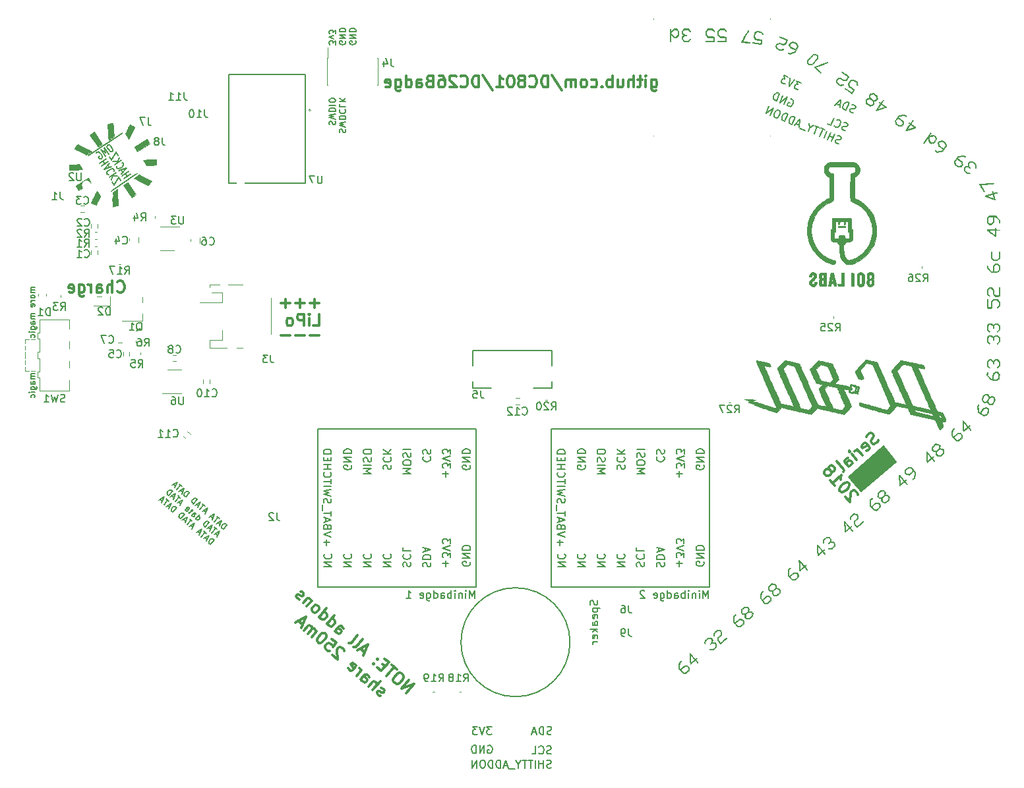
<source format=gbo>
G04 #@! TF.GenerationSoftware,KiCad,Pcbnew,(5.0.0-rc2-dev-321-g78161b592)*
G04 #@! TF.CreationDate,2018-05-29T00:04:34-06:00*
G04 #@! TF.ProjectId,dragon,647261676F6E2E6B696361645F706362,1.0*
G04 #@! TF.SameCoordinates,Original*
G04 #@! TF.FileFunction,Legend,Bot*
G04 #@! TF.FilePolarity,Positive*
%FSLAX46Y46*%
G04 Gerber Fmt 4.6, Leading zero omitted, Abs format (unit mm)*
G04 Created by KiCad (PCBNEW (5.0.0-rc2-dev-321-g78161b592)) date 05/29/18 00:04:34*
%MOMM*%
%LPD*%
G01*
G04 APERTURE LIST*
%ADD10C,0.150000*%
%ADD11C,0.200000*%
%ADD12C,0.300000*%
%ADD13C,0.010000*%
%ADD14C,0.120000*%
%ADD15C,0.127000*%
%ADD16C,0.100000*%
%ADD17C,0.152400*%
%ADD18C,0.900000*%
%ADD19C,1.924000*%
%ADD20C,2.100000*%
%ADD21C,2.100000*%
%ADD22O,2.100000X2.100000*%
%ADD23C,2.178000*%
%ADD24R,0.750000X0.700000*%
%ADD25R,0.700000X0.750000*%
%ADD26R,1.150000X1.200000*%
%ADD27R,1.200000X1.200000*%
%ADD28R,1.000000X1.200000*%
%ADD29R,1.750000X0.800000*%
%ADD30R,2.300000X2.300000*%
%ADD31R,2.000000X2.500000*%
%ADD32C,1.100176*%
%ADD33C,1.101190*%
%ADD34C,1.100642*%
%ADD35C,1.100870*%
%ADD36C,1.100982*%
%ADD37C,1.100174*%
%ADD38C,1.100710*%
%ADD39C,1.101054*%
%ADD40C,1.900920*%
%ADD41C,1.901800*%
%ADD42C,1.200584*%
%ADD43C,1.200364*%
%ADD44C,1.400010*%
%ADD45C,1.401290*%
%ADD46R,3.800000X1.900000*%
%ADD47R,3.900000X1.400000*%
%ADD48R,1.140000X2.800000*%
%ADD49R,0.680000X0.830000*%
%ADD50R,0.830000X0.680000*%
%ADD51C,1.300000*%
%ADD52R,2.900000X1.650000*%
%ADD53C,0.800000*%
%ADD54R,1.620000X1.050000*%
%ADD55R,0.900000X0.900000*%
%ADD56R,0.654000X1.416000*%
%ADD57R,1.416000X1.746200*%
%ADD58C,1.900000*%
%ADD59C,0.700000*%
%ADD60R,1.800000X1.400000*%
%ADD61C,1.200000*%
G04 APERTURE END LIST*
D10*
X79689285Y-88621428D02*
X79189285Y-88621428D01*
X79260714Y-88621428D02*
X79225000Y-88657142D01*
X79189285Y-88728571D01*
X79189285Y-88835714D01*
X79225000Y-88907142D01*
X79296428Y-88942857D01*
X79689285Y-88942857D01*
X79296428Y-88942857D02*
X79225000Y-88978571D01*
X79189285Y-89050000D01*
X79189285Y-89157142D01*
X79225000Y-89228571D01*
X79296428Y-89264285D01*
X79689285Y-89264285D01*
X79689285Y-89728571D02*
X79653571Y-89657142D01*
X79617857Y-89621428D01*
X79546428Y-89585714D01*
X79332142Y-89585714D01*
X79260714Y-89621428D01*
X79225000Y-89657142D01*
X79189285Y-89728571D01*
X79189285Y-89835714D01*
X79225000Y-89907142D01*
X79260714Y-89942857D01*
X79332142Y-89978571D01*
X79546428Y-89978571D01*
X79617857Y-89942857D01*
X79653571Y-89907142D01*
X79689285Y-89835714D01*
X79689285Y-89728571D01*
X79689285Y-90300000D02*
X79189285Y-90300000D01*
X79332142Y-90300000D02*
X79260714Y-90335714D01*
X79225000Y-90371428D01*
X79189285Y-90442857D01*
X79189285Y-90514285D01*
X79653571Y-91050000D02*
X79689285Y-90978571D01*
X79689285Y-90835714D01*
X79653571Y-90764285D01*
X79582142Y-90728571D01*
X79296428Y-90728571D01*
X79225000Y-90764285D01*
X79189285Y-90835714D01*
X79189285Y-90978571D01*
X79225000Y-91050000D01*
X79296428Y-91085714D01*
X79367857Y-91085714D01*
X79439285Y-90728571D01*
X79689285Y-91978571D02*
X79189285Y-91978571D01*
X79260714Y-91978571D02*
X79225000Y-92014285D01*
X79189285Y-92085714D01*
X79189285Y-92192857D01*
X79225000Y-92264285D01*
X79296428Y-92300000D01*
X79689285Y-92300000D01*
X79296428Y-92300000D02*
X79225000Y-92335714D01*
X79189285Y-92407142D01*
X79189285Y-92514285D01*
X79225000Y-92585714D01*
X79296428Y-92621428D01*
X79689285Y-92621428D01*
X79689285Y-93300000D02*
X79296428Y-93300000D01*
X79225000Y-93264285D01*
X79189285Y-93192857D01*
X79189285Y-93050000D01*
X79225000Y-92978571D01*
X79653571Y-93300000D02*
X79689285Y-93228571D01*
X79689285Y-93050000D01*
X79653571Y-92978571D01*
X79582142Y-92942857D01*
X79510714Y-92942857D01*
X79439285Y-92978571D01*
X79403571Y-93050000D01*
X79403571Y-93228571D01*
X79367857Y-93300000D01*
X79189285Y-93978571D02*
X79796428Y-93978571D01*
X79867857Y-93942857D01*
X79903571Y-93907142D01*
X79939285Y-93835714D01*
X79939285Y-93728571D01*
X79903571Y-93657142D01*
X79653571Y-93978571D02*
X79689285Y-93907142D01*
X79689285Y-93764285D01*
X79653571Y-93692857D01*
X79617857Y-93657142D01*
X79546428Y-93621428D01*
X79332142Y-93621428D01*
X79260714Y-93657142D01*
X79225000Y-93692857D01*
X79189285Y-93764285D01*
X79189285Y-93907142D01*
X79225000Y-93978571D01*
X79689285Y-94335714D02*
X79189285Y-94335714D01*
X78939285Y-94335714D02*
X78975000Y-94300000D01*
X79010714Y-94335714D01*
X78975000Y-94371428D01*
X78939285Y-94335714D01*
X79010714Y-94335714D01*
X79653571Y-95014285D02*
X79689285Y-94942857D01*
X79689285Y-94800000D01*
X79653571Y-94728571D01*
X79617857Y-94692857D01*
X79546428Y-94657142D01*
X79332142Y-94657142D01*
X79260714Y-94692857D01*
X79225000Y-94728571D01*
X79189285Y-94800000D01*
X79189285Y-94942857D01*
X79225000Y-95014285D01*
X79689285Y-99720000D02*
X79189285Y-99720000D01*
X79260714Y-99720000D02*
X79225000Y-99755714D01*
X79189285Y-99827142D01*
X79189285Y-99934285D01*
X79225000Y-100005714D01*
X79296428Y-100041428D01*
X79689285Y-100041428D01*
X79296428Y-100041428D02*
X79225000Y-100077142D01*
X79189285Y-100148571D01*
X79189285Y-100255714D01*
X79225000Y-100327142D01*
X79296428Y-100362857D01*
X79689285Y-100362857D01*
X79689285Y-101041428D02*
X79296428Y-101041428D01*
X79225000Y-101005714D01*
X79189285Y-100934285D01*
X79189285Y-100791428D01*
X79225000Y-100720000D01*
X79653571Y-101041428D02*
X79689285Y-100970000D01*
X79689285Y-100791428D01*
X79653571Y-100720000D01*
X79582142Y-100684285D01*
X79510714Y-100684285D01*
X79439285Y-100720000D01*
X79403571Y-100791428D01*
X79403571Y-100970000D01*
X79367857Y-101041428D01*
X79189285Y-101720000D02*
X79796428Y-101720000D01*
X79867857Y-101684285D01*
X79903571Y-101648571D01*
X79939285Y-101577142D01*
X79939285Y-101470000D01*
X79903571Y-101398571D01*
X79653571Y-101720000D02*
X79689285Y-101648571D01*
X79689285Y-101505714D01*
X79653571Y-101434285D01*
X79617857Y-101398571D01*
X79546428Y-101362857D01*
X79332142Y-101362857D01*
X79260714Y-101398571D01*
X79225000Y-101434285D01*
X79189285Y-101505714D01*
X79189285Y-101648571D01*
X79225000Y-101720000D01*
X79689285Y-102077142D02*
X79189285Y-102077142D01*
X78939285Y-102077142D02*
X78975000Y-102041428D01*
X79010714Y-102077142D01*
X78975000Y-102112857D01*
X78939285Y-102077142D01*
X79010714Y-102077142D01*
X79653571Y-102755714D02*
X79689285Y-102684285D01*
X79689285Y-102541428D01*
X79653571Y-102470000D01*
X79617857Y-102434285D01*
X79546428Y-102398571D01*
X79332142Y-102398571D01*
X79260714Y-102434285D01*
X79225000Y-102470000D01*
X79189285Y-102541428D01*
X79189285Y-102684285D01*
X79225000Y-102755714D01*
X103872862Y-119696955D02*
X104361936Y-119128354D01*
X104226555Y-119011908D01*
X104122037Y-118969116D01*
X104021306Y-118976690D01*
X103947651Y-119007554D01*
X103827418Y-119092569D01*
X103757550Y-119173798D01*
X103691470Y-119305392D01*
X103671968Y-119382834D01*
X103679542Y-119483565D01*
X103737481Y-119580509D01*
X103872862Y-119696955D01*
X103471073Y-119068713D02*
X103200311Y-118835820D01*
X103385490Y-119277749D02*
X103685030Y-118546123D01*
X103006423Y-118951699D01*
X103387192Y-118289942D02*
X103062277Y-118010471D01*
X102735661Y-118718807D02*
X103224734Y-118150206D01*
X102550481Y-118276879D02*
X102279719Y-118043987D01*
X102464898Y-118485915D02*
X102764439Y-117754289D01*
X102085831Y-118159866D01*
X101629890Y-117485045D02*
X101359127Y-117252153D01*
X101544307Y-117694081D02*
X101843847Y-116962456D01*
X101165239Y-117368032D01*
X101546008Y-116706274D02*
X101221094Y-116426803D01*
X100894477Y-117135140D02*
X101383551Y-116566539D01*
X100709298Y-116693211D02*
X100438536Y-116460319D01*
X100623715Y-116902247D02*
X100923255Y-116170622D01*
X100244648Y-116576198D01*
X100055114Y-116413173D02*
X100544188Y-115844573D01*
X100408807Y-115728127D01*
X100304289Y-115685335D01*
X100203558Y-115692909D01*
X100129903Y-115723772D01*
X100009670Y-115808788D01*
X99939803Y-115890017D01*
X99873722Y-116021611D01*
X99854220Y-116099052D01*
X99861794Y-116199783D01*
X99919733Y-116296727D01*
X100055114Y-116413173D01*
X99053294Y-115551472D02*
X99542368Y-114982871D01*
X99406986Y-114866425D01*
X99302469Y-114823634D01*
X99201738Y-114831208D01*
X99128083Y-114862071D01*
X99007850Y-114947087D01*
X98937982Y-115028315D01*
X98871901Y-115159909D01*
X98852399Y-115237351D01*
X98859973Y-115338082D01*
X98917913Y-115435026D01*
X99053294Y-115551472D01*
X98651505Y-114923230D02*
X98380742Y-114690338D01*
X98565922Y-115132266D02*
X98865462Y-114400641D01*
X98186855Y-114806217D01*
X98567623Y-114144459D02*
X98242709Y-113864988D01*
X97916092Y-114573324D02*
X98405166Y-114004724D01*
X97730913Y-114131396D02*
X97460151Y-113898504D01*
X97645330Y-114340432D02*
X97944870Y-113608807D01*
X97266263Y-114014383D01*
X103154096Y-120477829D02*
X102883334Y-120244937D01*
X103068513Y-120686865D02*
X103368054Y-119955240D01*
X102689446Y-120360816D01*
X103070215Y-119699058D02*
X102745300Y-119419587D01*
X102418684Y-120127923D02*
X102907758Y-119559323D01*
X102233505Y-119685995D02*
X101962742Y-119453103D01*
X102147922Y-119895031D02*
X102447462Y-119163406D01*
X101768854Y-119568982D01*
X101579321Y-119405957D02*
X102068395Y-118837357D01*
X101933014Y-118720910D01*
X101828496Y-118678119D01*
X101727765Y-118685693D01*
X101654110Y-118716556D01*
X101533877Y-118801572D01*
X101464009Y-118882801D01*
X101397929Y-119014395D01*
X101378426Y-119091836D01*
X101386000Y-119192567D01*
X101443940Y-119289511D01*
X101579321Y-119405957D01*
X100333814Y-118334653D02*
X100822888Y-117766052D01*
X100357104Y-118307577D02*
X100387967Y-118381231D01*
X100496272Y-118474388D01*
X100573714Y-118493890D01*
X100624079Y-118490103D01*
X100697734Y-118459240D01*
X100837469Y-118296783D01*
X100856971Y-118219341D01*
X100853184Y-118168976D01*
X100822321Y-118095321D01*
X100714016Y-118002164D01*
X100636574Y-117982662D01*
X99819366Y-117892157D02*
X100075548Y-117594319D01*
X100149202Y-117563456D01*
X100226644Y-117582958D01*
X100334949Y-117676115D01*
X100365812Y-117749770D01*
X99842655Y-117865081D02*
X99873519Y-117938736D01*
X100008900Y-118055182D01*
X100086341Y-118074684D01*
X100159996Y-118043821D01*
X100206575Y-117989669D01*
X100226077Y-117912227D01*
X100195214Y-117838572D01*
X100059832Y-117722126D01*
X100028969Y-117648471D01*
X99955882Y-117350066D02*
X99739272Y-117163752D01*
X100037678Y-117090664D02*
X99618472Y-117578037D01*
X99544817Y-117608900D01*
X99467375Y-117589398D01*
X99413223Y-117542819D01*
X98980003Y-117170191D02*
X99236185Y-116872353D01*
X99309839Y-116841490D01*
X99387281Y-116860992D01*
X99495586Y-116954149D01*
X99526449Y-117027804D01*
X99003292Y-117143115D02*
X99034156Y-117216770D01*
X99169537Y-117333216D01*
X99246978Y-117352718D01*
X99320633Y-117321855D01*
X99367212Y-117267703D01*
X99386714Y-117190261D01*
X99355851Y-117116606D01*
X99220469Y-117000160D01*
X99189606Y-116926505D01*
X98442833Y-116425503D02*
X98172071Y-116192611D01*
X98357250Y-116634539D02*
X98656790Y-115902914D01*
X97978183Y-116308490D01*
X98358952Y-115646732D02*
X98034037Y-115367262D01*
X97707421Y-116075598D02*
X98196494Y-115506997D01*
X97522241Y-115633670D02*
X97251479Y-115400777D01*
X97436658Y-115842705D02*
X97736198Y-115111080D01*
X97057591Y-115516656D01*
X96868058Y-115353632D02*
X97357131Y-114785031D01*
X97221750Y-114668585D01*
X97117232Y-114625793D01*
X97016501Y-114633367D01*
X96942847Y-114664230D01*
X96822614Y-114749246D01*
X96752746Y-114830475D01*
X96686665Y-114962069D01*
X96667163Y-115039511D01*
X96674737Y-115140242D01*
X96732676Y-115237185D01*
X96868058Y-115353632D01*
X102210012Y-121630197D02*
X102699086Y-121061596D01*
X102563705Y-120945150D01*
X102459187Y-120902358D01*
X102358456Y-120909932D01*
X102284801Y-120940796D01*
X102164568Y-121025811D01*
X102094700Y-121107040D01*
X102028620Y-121238634D01*
X102009118Y-121316076D01*
X102016692Y-121416807D01*
X102074631Y-121513751D01*
X102210012Y-121630197D01*
X101808223Y-121001955D02*
X101537461Y-120769062D01*
X101722640Y-121210991D02*
X102022180Y-120479365D01*
X101343573Y-120884941D01*
X101724342Y-120223184D02*
X101399427Y-119943713D01*
X101072811Y-120652049D02*
X101561884Y-120083448D01*
X100887631Y-120210121D02*
X100616869Y-119977229D01*
X100802048Y-120419157D02*
X101101589Y-119687531D01*
X100422981Y-120093108D01*
X99967040Y-119418287D02*
X99696277Y-119185395D01*
X99881457Y-119627323D02*
X100180997Y-118895698D01*
X99502389Y-119301274D01*
X99883158Y-118639516D02*
X99558244Y-118360045D01*
X99231627Y-119068382D02*
X99720701Y-118499781D01*
X99046448Y-118626453D02*
X98775686Y-118393561D01*
X98960865Y-118835489D02*
X99260405Y-118103864D01*
X98581798Y-118509440D01*
X98392264Y-118346415D02*
X98881338Y-117777815D01*
X98745957Y-117661369D01*
X98641439Y-117618577D01*
X98540708Y-117626151D01*
X98467053Y-117657014D01*
X98346820Y-117742030D01*
X98276953Y-117823259D01*
X98210872Y-117954853D01*
X98191370Y-118032294D01*
X98198944Y-118133025D01*
X98256883Y-118229969D01*
X98392264Y-118346415D01*
X97390444Y-117484714D02*
X97879518Y-116916113D01*
X97744136Y-116799667D01*
X97639619Y-116756876D01*
X97538888Y-116764450D01*
X97465233Y-116795313D01*
X97345000Y-116880329D01*
X97275132Y-116961557D01*
X97209051Y-117093151D01*
X97189549Y-117170593D01*
X97197123Y-117271324D01*
X97255063Y-117368268D01*
X97390444Y-117484714D01*
X96988655Y-116856472D02*
X96717892Y-116623580D01*
X96903072Y-117065508D02*
X97202612Y-116333883D01*
X96524005Y-116739459D01*
X96904773Y-116077701D02*
X96579859Y-115798230D01*
X96253242Y-116506566D02*
X96742316Y-115937966D01*
X96068063Y-116064638D02*
X95797301Y-115831746D01*
X95982480Y-116273674D02*
X96282020Y-115542049D01*
X95603413Y-115947625D01*
D11*
X148400000Y-134200000D02*
G75*
G03X148400000Y-134200000I-7000000J0D01*
G01*
D10*
X89125758Y-70259658D02*
X89006769Y-70338714D01*
X88973627Y-70417905D01*
X88966836Y-70536759D01*
X89042497Y-70715175D01*
X89226961Y-70992815D01*
X89362116Y-71131703D01*
X89474314Y-71171501D01*
X89560161Y-71171636D01*
X89679149Y-71092580D01*
X89712292Y-71013389D01*
X89719082Y-70894535D01*
X89643421Y-70716119D01*
X89458958Y-70438479D01*
X89323803Y-70299591D01*
X89211604Y-70259793D01*
X89125758Y-70259658D01*
X89143700Y-71448331D02*
X88590308Y-70615410D01*
X88777358Y-71348702D01*
X88173848Y-70892106D01*
X88727239Y-71725027D01*
X87575509Y-71346812D02*
X87608651Y-71267622D01*
X87697893Y-71208330D01*
X87813486Y-71188701D01*
X87925685Y-71228498D01*
X88008136Y-71288060D01*
X88143291Y-71426948D01*
X88222347Y-71545937D01*
X88298008Y-71724352D01*
X88320964Y-71823442D01*
X88314174Y-71942296D01*
X88251284Y-72041251D01*
X88191790Y-72080779D01*
X88076196Y-72100408D01*
X88020097Y-72080509D01*
X87835633Y-71802868D01*
X87954622Y-71723813D01*
X91132345Y-74618714D02*
X91965266Y-74065322D01*
X91568637Y-74328842D02*
X91331469Y-73971876D01*
X90895177Y-74261748D02*
X91728098Y-73708356D01*
X90955279Y-73835911D02*
X90757639Y-73538439D01*
X90756829Y-74053517D02*
X91451403Y-73291895D01*
X90480134Y-73637057D01*
X90183944Y-73019156D02*
X90164045Y-73075255D01*
X90183674Y-73190849D01*
X90223202Y-73250343D01*
X90322157Y-73313233D01*
X90441010Y-73320023D01*
X90540100Y-73297067D01*
X90718516Y-73221406D01*
X90837505Y-73142350D01*
X90976392Y-73007195D01*
X91035954Y-72924744D01*
X91075752Y-72812545D01*
X91056123Y-72696952D01*
X91016595Y-72637457D01*
X90917640Y-72574568D01*
X90858213Y-72571173D01*
X89926742Y-72804135D02*
X90759663Y-72250744D01*
X89689574Y-72447169D02*
X90343405Y-72398670D01*
X90522495Y-71893778D02*
X90283708Y-72566968D01*
X90384148Y-71685547D02*
X90107452Y-71269087D01*
X89551226Y-72238939D01*
X89274531Y-71822478D01*
X183775633Y-68473403D02*
X183625526Y-68461418D01*
X183406358Y-68368387D01*
X183337297Y-68287340D01*
X183312070Y-68224901D01*
X183305448Y-68118627D01*
X183342661Y-68030960D01*
X183423707Y-67961899D01*
X183486147Y-67936672D01*
X183592420Y-67930051D01*
X183786361Y-67960642D01*
X183892634Y-67954021D01*
X183955074Y-67928794D01*
X184036120Y-67859733D01*
X184073332Y-67772066D01*
X184066711Y-67665792D01*
X184041484Y-67603353D01*
X183972423Y-67522307D01*
X183753255Y-67429275D01*
X183603148Y-67417290D01*
X182347731Y-67815563D02*
X182372958Y-67878003D01*
X182485853Y-67977655D01*
X182573520Y-68014868D01*
X182723627Y-68026853D01*
X182848507Y-67976398D01*
X182929553Y-67907338D01*
X183047811Y-67750610D01*
X183103630Y-67619109D01*
X183134221Y-67425168D01*
X183127600Y-67318895D01*
X183077146Y-67194015D01*
X182964251Y-67094363D01*
X182876584Y-67057151D01*
X182726477Y-67045165D01*
X182664037Y-67070393D01*
X181477681Y-67549712D02*
X181916017Y-67735774D01*
X182306748Y-66815269D01*
X176685835Y-64372429D02*
X176792108Y-64365808D01*
X176923609Y-64421627D01*
X177036504Y-64521279D01*
X177086958Y-64646159D01*
X177093579Y-64752432D01*
X177062988Y-64946372D01*
X177007169Y-65077873D01*
X176888911Y-65234601D01*
X176807865Y-65303662D01*
X176682985Y-65354117D01*
X176532878Y-65342131D01*
X176445211Y-65304919D01*
X176332316Y-65205267D01*
X176307089Y-65142827D01*
X176437333Y-64835992D01*
X176612667Y-64910417D01*
X175875375Y-65063038D02*
X176266106Y-64142533D01*
X175349372Y-64839763D01*
X175740103Y-63919258D01*
X174911036Y-64653700D02*
X175301767Y-63733196D01*
X175082599Y-63640164D01*
X174932493Y-63628179D01*
X174807613Y-63678634D01*
X174726567Y-63747695D01*
X174608308Y-63904423D01*
X174552490Y-64035923D01*
X174521898Y-64229864D01*
X174528519Y-64336137D01*
X174578974Y-64461017D01*
X174691868Y-64560669D01*
X174911036Y-64653700D01*
X178080532Y-62305446D02*
X177510696Y-62063565D01*
X177668681Y-62544477D01*
X177537180Y-62488658D01*
X177430907Y-62495279D01*
X177368467Y-62520507D01*
X177287421Y-62589567D01*
X177194389Y-62808735D01*
X177201011Y-62915009D01*
X177226238Y-62977448D01*
X177295299Y-63058495D01*
X177558300Y-63170132D01*
X177664574Y-63163511D01*
X177727013Y-63138284D01*
X177247694Y-61951927D02*
X176550128Y-62742188D01*
X176634024Y-61691440D01*
X176414857Y-61598409D02*
X175845020Y-61356527D01*
X176003005Y-61837440D01*
X175871505Y-61781621D01*
X175765231Y-61788242D01*
X175702791Y-61813469D01*
X175621745Y-61882530D01*
X175528714Y-62101698D01*
X175535335Y-62207971D01*
X175560562Y-62270411D01*
X175629623Y-62351457D01*
X175892625Y-62463095D01*
X175998898Y-62456474D01*
X176061338Y-62431246D01*
X184774377Y-66181444D02*
X184624270Y-66169459D01*
X184405103Y-66076428D01*
X184336042Y-65995382D01*
X184310814Y-65932942D01*
X184304193Y-65826668D01*
X184341406Y-65739001D01*
X184422452Y-65669940D01*
X184484892Y-65644713D01*
X184591165Y-65638092D01*
X184785106Y-65668683D01*
X184891379Y-65662062D01*
X184953819Y-65636835D01*
X185034865Y-65567774D01*
X185072077Y-65480107D01*
X185065456Y-65373834D01*
X185040229Y-65311394D01*
X184971168Y-65230348D01*
X184752000Y-65137317D01*
X184601893Y-65125331D01*
X183835266Y-65834546D02*
X184225997Y-64914042D01*
X184006830Y-64821010D01*
X183856723Y-64809025D01*
X183731843Y-64859480D01*
X183650797Y-64928541D01*
X183532538Y-65085269D01*
X183476720Y-65216769D01*
X183446128Y-65410710D01*
X183452749Y-65516983D01*
X183503204Y-65641863D01*
X183616098Y-65741515D01*
X183835266Y-65834546D01*
X183070232Y-65199420D02*
X182631897Y-65013358D01*
X183046262Y-65499634D02*
X183130158Y-64448886D01*
X182432592Y-65239147D01*
G36*
X188650000Y-109000000D02*
X190300000Y-111000000D01*
X185800000Y-114850000D01*
X184150000Y-112950000D01*
X188650000Y-109000000D01*
G37*
X188650000Y-109000000D02*
X190300000Y-111000000D01*
X185800000Y-114850000D01*
X184150000Y-112950000D01*
X188650000Y-109000000D01*
D12*
X187985496Y-108263470D02*
X187870634Y-108457962D01*
X187601095Y-108692268D01*
X187446418Y-108732083D01*
X187345648Y-108725037D01*
X187198018Y-108664082D01*
X187104295Y-108556267D01*
X187064480Y-108401590D01*
X187071527Y-108300821D01*
X187132481Y-108153190D01*
X187301251Y-107911837D01*
X187362205Y-107764206D01*
X187369252Y-107663437D01*
X187329437Y-107508760D01*
X187235714Y-107400944D01*
X187088084Y-107339990D01*
X186987314Y-107332944D01*
X186832637Y-107372759D01*
X186563098Y-107607065D01*
X186448236Y-107801557D01*
X186422169Y-109622449D02*
X186576846Y-109582634D01*
X186792477Y-109395189D01*
X186853432Y-109247558D01*
X186813617Y-109092881D01*
X186438726Y-108661619D01*
X186291095Y-108600664D01*
X186136418Y-108640479D01*
X185920787Y-108827925D01*
X185859833Y-108975555D01*
X185899647Y-109130232D01*
X185993370Y-109238048D01*
X186626171Y-108877250D01*
X185929952Y-110144970D02*
X185273893Y-109390261D01*
X185461338Y-109605892D02*
X185313708Y-109544938D01*
X185212939Y-109537891D01*
X185058262Y-109577706D01*
X184950446Y-109671429D01*
X185229150Y-110754168D02*
X184573091Y-109999459D01*
X184245062Y-109622104D02*
X184345831Y-109629150D01*
X184338784Y-109729919D01*
X184238015Y-109722873D01*
X184245062Y-109622104D01*
X184338784Y-109729919D01*
X184204902Y-111644534D02*
X183689427Y-111051548D01*
X183649612Y-110896871D01*
X183710566Y-110749240D01*
X183926197Y-110561795D01*
X184080874Y-110521980D01*
X184158040Y-111590626D02*
X184312717Y-111550811D01*
X184582256Y-111316504D01*
X184643211Y-111168874D01*
X184603396Y-111014197D01*
X184509673Y-110906381D01*
X184362042Y-110845427D01*
X184207365Y-110885242D01*
X183937826Y-111119549D01*
X183783149Y-111159364D01*
X183504100Y-112253732D02*
X183565054Y-112106101D01*
X183525239Y-111951424D01*
X182681735Y-110981083D01*
X185324898Y-115256890D02*
X185330185Y-115156014D01*
X185287676Y-115002055D01*
X185048701Y-114736646D01*
X184900029Y-114678278D01*
X184799152Y-114672991D01*
X184645194Y-114715499D01*
X184539030Y-114811089D01*
X184427580Y-115007556D01*
X184364139Y-116218078D01*
X183742804Y-115528015D01*
X184236185Y-113834256D02*
X184140595Y-113728092D01*
X183991923Y-113669724D01*
X183891047Y-113664437D01*
X183737088Y-113706946D01*
X183476966Y-113845044D01*
X183211557Y-114084019D01*
X183047025Y-114328281D01*
X182988656Y-114476953D01*
X182983370Y-114577830D01*
X183025878Y-114731788D01*
X183121468Y-114837952D01*
X183270140Y-114896320D01*
X183371017Y-114901607D01*
X183524975Y-114859099D01*
X183785098Y-114721000D01*
X184050506Y-114482025D01*
X184215038Y-114237763D01*
X184273407Y-114089091D01*
X184278694Y-113988215D01*
X184236185Y-113834256D01*
X181831002Y-113404744D02*
X182404542Y-114041725D01*
X182117772Y-113723235D02*
X183232489Y-112719539D01*
X183168834Y-112969087D01*
X183158261Y-113170841D01*
X183200769Y-113324800D01*
X181894443Y-112194222D02*
X182043115Y-112252591D01*
X182143991Y-112257877D01*
X182297950Y-112215369D01*
X182351032Y-112167574D01*
X182409400Y-112018902D01*
X182414687Y-111918025D01*
X182372179Y-111764067D01*
X182180999Y-111551740D01*
X182032327Y-111493371D01*
X181931450Y-111488085D01*
X181777491Y-111530593D01*
X181724409Y-111578388D01*
X181666041Y-111727060D01*
X181660754Y-111827937D01*
X181703263Y-111981895D01*
X181894443Y-112194222D01*
X181936951Y-112348181D01*
X181931664Y-112449058D01*
X181873296Y-112597730D01*
X181660969Y-112788910D01*
X181507010Y-112831418D01*
X181406133Y-112826131D01*
X181257461Y-112767763D01*
X181066281Y-112555436D01*
X181023773Y-112401477D01*
X181029060Y-112300600D01*
X181087428Y-112151928D01*
X181299755Y-111960748D01*
X181453714Y-111918240D01*
X181554591Y-111923527D01*
X181703263Y-111981895D01*
X158850000Y-61878571D02*
X158850000Y-63092857D01*
X158921428Y-63235714D01*
X158992857Y-63307142D01*
X159135714Y-63378571D01*
X159350000Y-63378571D01*
X159492857Y-63307142D01*
X158850000Y-62807142D02*
X158992857Y-62878571D01*
X159278571Y-62878571D01*
X159421428Y-62807142D01*
X159492857Y-62735714D01*
X159564285Y-62592857D01*
X159564285Y-62164285D01*
X159492857Y-62021428D01*
X159421428Y-61950000D01*
X159278571Y-61878571D01*
X158992857Y-61878571D01*
X158850000Y-61950000D01*
X158135714Y-62878571D02*
X158135714Y-61878571D01*
X158135714Y-61378571D02*
X158207142Y-61450000D01*
X158135714Y-61521428D01*
X158064285Y-61450000D01*
X158135714Y-61378571D01*
X158135714Y-61521428D01*
X157635714Y-61878571D02*
X157064285Y-61878571D01*
X157421428Y-61378571D02*
X157421428Y-62664285D01*
X157350000Y-62807142D01*
X157207142Y-62878571D01*
X157064285Y-62878571D01*
X156564285Y-62878571D02*
X156564285Y-61378571D01*
X155921428Y-62878571D02*
X155921428Y-62092857D01*
X155992857Y-61950000D01*
X156135714Y-61878571D01*
X156350000Y-61878571D01*
X156492857Y-61950000D01*
X156564285Y-62021428D01*
X154564285Y-61878571D02*
X154564285Y-62878571D01*
X155207142Y-61878571D02*
X155207142Y-62664285D01*
X155135714Y-62807142D01*
X154992857Y-62878571D01*
X154778571Y-62878571D01*
X154635714Y-62807142D01*
X154564285Y-62735714D01*
X153850000Y-62878571D02*
X153850000Y-61378571D01*
X153850000Y-61950000D02*
X153707142Y-61878571D01*
X153421428Y-61878571D01*
X153278571Y-61950000D01*
X153207142Y-62021428D01*
X153135714Y-62164285D01*
X153135714Y-62592857D01*
X153207142Y-62735714D01*
X153278571Y-62807142D01*
X153421428Y-62878571D01*
X153707142Y-62878571D01*
X153850000Y-62807142D01*
X152492857Y-62735714D02*
X152421428Y-62807142D01*
X152492857Y-62878571D01*
X152564285Y-62807142D01*
X152492857Y-62735714D01*
X152492857Y-62878571D01*
X151135714Y-62807142D02*
X151278571Y-62878571D01*
X151564285Y-62878571D01*
X151707142Y-62807142D01*
X151778571Y-62735714D01*
X151850000Y-62592857D01*
X151850000Y-62164285D01*
X151778571Y-62021428D01*
X151707142Y-61950000D01*
X151564285Y-61878571D01*
X151278571Y-61878571D01*
X151135714Y-61950000D01*
X150278571Y-62878571D02*
X150421428Y-62807142D01*
X150492857Y-62735714D01*
X150564285Y-62592857D01*
X150564285Y-62164285D01*
X150492857Y-62021428D01*
X150421428Y-61950000D01*
X150278571Y-61878571D01*
X150064285Y-61878571D01*
X149921428Y-61950000D01*
X149850000Y-62021428D01*
X149778571Y-62164285D01*
X149778571Y-62592857D01*
X149850000Y-62735714D01*
X149921428Y-62807142D01*
X150064285Y-62878571D01*
X150278571Y-62878571D01*
X149135714Y-62878571D02*
X149135714Y-61878571D01*
X149135714Y-62021428D02*
X149064285Y-61950000D01*
X148921428Y-61878571D01*
X148707142Y-61878571D01*
X148564285Y-61950000D01*
X148492857Y-62092857D01*
X148492857Y-62878571D01*
X148492857Y-62092857D02*
X148421428Y-61950000D01*
X148278571Y-61878571D01*
X148064285Y-61878571D01*
X147921428Y-61950000D01*
X147850000Y-62092857D01*
X147850000Y-62878571D01*
X146064285Y-61307142D02*
X147350000Y-63235714D01*
X145564285Y-62878571D02*
X145564285Y-61378571D01*
X145207142Y-61378571D01*
X144992857Y-61450000D01*
X144850000Y-61592857D01*
X144778571Y-61735714D01*
X144707142Y-62021428D01*
X144707142Y-62235714D01*
X144778571Y-62521428D01*
X144850000Y-62664285D01*
X144992857Y-62807142D01*
X145207142Y-62878571D01*
X145564285Y-62878571D01*
X143207142Y-62735714D02*
X143278571Y-62807142D01*
X143492857Y-62878571D01*
X143635714Y-62878571D01*
X143850000Y-62807142D01*
X143992857Y-62664285D01*
X144064285Y-62521428D01*
X144135714Y-62235714D01*
X144135714Y-62021428D01*
X144064285Y-61735714D01*
X143992857Y-61592857D01*
X143850000Y-61450000D01*
X143635714Y-61378571D01*
X143492857Y-61378571D01*
X143278571Y-61450000D01*
X143207142Y-61521428D01*
X142350000Y-62021428D02*
X142492857Y-61950000D01*
X142564285Y-61878571D01*
X142635714Y-61735714D01*
X142635714Y-61664285D01*
X142564285Y-61521428D01*
X142492857Y-61450000D01*
X142350000Y-61378571D01*
X142064285Y-61378571D01*
X141921428Y-61450000D01*
X141850000Y-61521428D01*
X141778571Y-61664285D01*
X141778571Y-61735714D01*
X141850000Y-61878571D01*
X141921428Y-61950000D01*
X142064285Y-62021428D01*
X142350000Y-62021428D01*
X142492857Y-62092857D01*
X142564285Y-62164285D01*
X142635714Y-62307142D01*
X142635714Y-62592857D01*
X142564285Y-62735714D01*
X142492857Y-62807142D01*
X142350000Y-62878571D01*
X142064285Y-62878571D01*
X141921428Y-62807142D01*
X141850000Y-62735714D01*
X141778571Y-62592857D01*
X141778571Y-62307142D01*
X141850000Y-62164285D01*
X141921428Y-62092857D01*
X142064285Y-62021428D01*
X140850000Y-61378571D02*
X140707142Y-61378571D01*
X140564285Y-61450000D01*
X140492857Y-61521428D01*
X140421428Y-61664285D01*
X140350000Y-61950000D01*
X140350000Y-62307142D01*
X140421428Y-62592857D01*
X140492857Y-62735714D01*
X140564285Y-62807142D01*
X140707142Y-62878571D01*
X140850000Y-62878571D01*
X140992857Y-62807142D01*
X141064285Y-62735714D01*
X141135714Y-62592857D01*
X141207142Y-62307142D01*
X141207142Y-61950000D01*
X141135714Y-61664285D01*
X141064285Y-61521428D01*
X140992857Y-61450000D01*
X140850000Y-61378571D01*
X138921428Y-62878571D02*
X139778571Y-62878571D01*
X139350000Y-62878571D02*
X139350000Y-61378571D01*
X139492857Y-61592857D01*
X139635714Y-61735714D01*
X139778571Y-61807142D01*
X137207142Y-61307142D02*
X138492857Y-63235714D01*
X136707142Y-62878571D02*
X136707142Y-61378571D01*
X136350000Y-61378571D01*
X136135714Y-61450000D01*
X135992857Y-61592857D01*
X135921428Y-61735714D01*
X135850000Y-62021428D01*
X135850000Y-62235714D01*
X135921428Y-62521428D01*
X135992857Y-62664285D01*
X136135714Y-62807142D01*
X136350000Y-62878571D01*
X136707142Y-62878571D01*
X134350000Y-62735714D02*
X134421428Y-62807142D01*
X134635714Y-62878571D01*
X134778571Y-62878571D01*
X134992857Y-62807142D01*
X135135714Y-62664285D01*
X135207142Y-62521428D01*
X135278571Y-62235714D01*
X135278571Y-62021428D01*
X135207142Y-61735714D01*
X135135714Y-61592857D01*
X134992857Y-61450000D01*
X134778571Y-61378571D01*
X134635714Y-61378571D01*
X134421428Y-61450000D01*
X134350000Y-61521428D01*
X133778571Y-61521428D02*
X133707142Y-61450000D01*
X133564285Y-61378571D01*
X133207142Y-61378571D01*
X133064285Y-61450000D01*
X132992857Y-61521428D01*
X132921428Y-61664285D01*
X132921428Y-61807142D01*
X132992857Y-62021428D01*
X133850000Y-62878571D01*
X132921428Y-62878571D01*
X131635714Y-61378571D02*
X131921428Y-61378571D01*
X132064285Y-61450000D01*
X132135714Y-61521428D01*
X132278571Y-61735714D01*
X132350000Y-62021428D01*
X132350000Y-62592857D01*
X132278571Y-62735714D01*
X132207142Y-62807142D01*
X132064285Y-62878571D01*
X131778571Y-62878571D01*
X131635714Y-62807142D01*
X131564285Y-62735714D01*
X131492857Y-62592857D01*
X131492857Y-62235714D01*
X131564285Y-62092857D01*
X131635714Y-62021428D01*
X131778571Y-61950000D01*
X132064285Y-61950000D01*
X132207142Y-62021428D01*
X132278571Y-62092857D01*
X132350000Y-62235714D01*
X130350000Y-62092857D02*
X130135714Y-62164285D01*
X130064285Y-62235714D01*
X129992857Y-62378571D01*
X129992857Y-62592857D01*
X130064285Y-62735714D01*
X130135714Y-62807142D01*
X130278571Y-62878571D01*
X130850000Y-62878571D01*
X130850000Y-61378571D01*
X130350000Y-61378571D01*
X130207142Y-61450000D01*
X130135714Y-61521428D01*
X130064285Y-61664285D01*
X130064285Y-61807142D01*
X130135714Y-61950000D01*
X130207142Y-62021428D01*
X130350000Y-62092857D01*
X130850000Y-62092857D01*
X128707142Y-62878571D02*
X128707142Y-62092857D01*
X128778571Y-61950000D01*
X128921428Y-61878571D01*
X129207142Y-61878571D01*
X129350000Y-61950000D01*
X128707142Y-62807142D02*
X128850000Y-62878571D01*
X129207142Y-62878571D01*
X129350000Y-62807142D01*
X129421428Y-62664285D01*
X129421428Y-62521428D01*
X129350000Y-62378571D01*
X129207142Y-62307142D01*
X128850000Y-62307142D01*
X128707142Y-62235714D01*
X127350000Y-62878571D02*
X127350000Y-61378571D01*
X127350000Y-62807142D02*
X127492857Y-62878571D01*
X127778571Y-62878571D01*
X127921428Y-62807142D01*
X127992857Y-62735714D01*
X128064285Y-62592857D01*
X128064285Y-62164285D01*
X127992857Y-62021428D01*
X127921428Y-61950000D01*
X127778571Y-61878571D01*
X127492857Y-61878571D01*
X127350000Y-61950000D01*
X125992857Y-61878571D02*
X125992857Y-63092857D01*
X126064285Y-63235714D01*
X126135714Y-63307142D01*
X126278571Y-63378571D01*
X126492857Y-63378571D01*
X126635714Y-63307142D01*
X125992857Y-62807142D02*
X126135714Y-62878571D01*
X126421428Y-62878571D01*
X126564285Y-62807142D01*
X126635714Y-62735714D01*
X126707142Y-62592857D01*
X126707142Y-62164285D01*
X126635714Y-62021428D01*
X126564285Y-61950000D01*
X126421428Y-61878571D01*
X126135714Y-61878571D01*
X125992857Y-61950000D01*
X124707142Y-62807142D02*
X124850000Y-62878571D01*
X125135714Y-62878571D01*
X125278571Y-62807142D01*
X125350000Y-62664285D01*
X125350000Y-62092857D01*
X125278571Y-61950000D01*
X125135714Y-61878571D01*
X124850000Y-61878571D01*
X124707142Y-61950000D01*
X124635714Y-62092857D01*
X124635714Y-62235714D01*
X125350000Y-62378571D01*
X127380171Y-140712138D02*
X128364259Y-139580073D01*
X126733277Y-140149801D01*
X127717365Y-139017737D01*
X126962656Y-138361678D02*
X126747025Y-138174232D01*
X126592348Y-138134418D01*
X126390809Y-138148510D01*
X126149456Y-138317280D01*
X125821426Y-138694635D01*
X125687889Y-138957128D01*
X125701982Y-139158666D01*
X125762936Y-139306297D01*
X125978567Y-139493742D01*
X126133244Y-139533557D01*
X126334783Y-139519464D01*
X126576136Y-139350694D01*
X126904166Y-138973339D01*
X127037703Y-138710847D01*
X127023610Y-138509308D01*
X126962656Y-138361678D01*
X126154038Y-137658757D02*
X125507145Y-137096421D01*
X124846503Y-138509654D02*
X125830592Y-137377589D01*
X124661176Y-137307470D02*
X124283821Y-136979440D01*
X123606623Y-137431842D02*
X124145701Y-137900456D01*
X125129790Y-136768392D01*
X124590712Y-136299778D01*
X123215175Y-136902275D02*
X123114406Y-136909321D01*
X123121453Y-137010090D01*
X123222222Y-137003044D01*
X123215175Y-136902275D01*
X123121453Y-137010090D01*
X123730650Y-136309288D02*
X123629881Y-136316335D01*
X123636927Y-136417104D01*
X123737697Y-136410058D01*
X123730650Y-136309288D01*
X123636927Y-136417104D01*
X122054925Y-135515109D02*
X121515847Y-135046496D01*
X121881572Y-135932279D02*
X122488306Y-134472185D01*
X121126863Y-135276220D01*
X120587785Y-134807606D02*
X120742462Y-134847421D01*
X120890092Y-134786467D01*
X121733597Y-133816126D01*
X119994799Y-134292131D02*
X120149476Y-134331946D01*
X120297106Y-134270992D01*
X121140611Y-133300651D01*
X118215840Y-132745707D02*
X118731315Y-132152720D01*
X118878946Y-132091766D01*
X119033623Y-132131581D01*
X119249254Y-132319026D01*
X119310208Y-132466657D01*
X118262702Y-132691799D02*
X118323656Y-132839429D01*
X118593195Y-133073736D01*
X118747872Y-133113551D01*
X118895503Y-133052597D01*
X118989225Y-132944781D01*
X119029040Y-132790104D01*
X118968086Y-132642473D01*
X118698547Y-132408167D01*
X118637592Y-132260536D01*
X117191592Y-131855341D02*
X118175680Y-130723276D01*
X117238453Y-131801433D02*
X117299407Y-131949063D01*
X117515038Y-132136509D01*
X117669716Y-132176324D01*
X117770485Y-132169277D01*
X117918115Y-132108323D01*
X118199283Y-131784876D01*
X118239098Y-131630199D01*
X118232052Y-131529430D01*
X118171098Y-131381799D01*
X117955466Y-131194354D01*
X117800789Y-131154539D01*
X116167343Y-130964975D02*
X117151431Y-129832911D01*
X116214204Y-130911067D02*
X116275158Y-131058698D01*
X116490790Y-131246143D01*
X116645467Y-131285958D01*
X116746236Y-131278911D01*
X116893867Y-131217957D01*
X117175035Y-130894510D01*
X117214850Y-130739833D01*
X117207803Y-130639064D01*
X117146849Y-130491433D01*
X116931217Y-130303988D01*
X116776540Y-130264173D01*
X115466541Y-130355777D02*
X115621218Y-130395592D01*
X115721987Y-130388546D01*
X115869618Y-130327591D01*
X116150786Y-130004144D01*
X116190601Y-129849467D01*
X116183554Y-129748698D01*
X116122600Y-129601068D01*
X115960877Y-129460484D01*
X115806200Y-129420669D01*
X115705430Y-129427715D01*
X115557800Y-129488669D01*
X115276632Y-129812116D01*
X115236817Y-129966793D01*
X115243863Y-130067563D01*
X115304818Y-130215193D01*
X115466541Y-130355777D01*
X115260075Y-128851286D02*
X114604016Y-129605995D01*
X115166352Y-128959102D02*
X115159306Y-128858332D01*
X115098351Y-128710702D01*
X114936628Y-128570118D01*
X114781951Y-128530303D01*
X114634320Y-128591257D01*
X114118845Y-129184243D01*
X113680536Y-128708583D02*
X113525859Y-128668768D01*
X113310228Y-128481323D01*
X113249274Y-128333692D01*
X113289089Y-128179015D01*
X113335950Y-128125107D01*
X113483580Y-128064153D01*
X113638257Y-128103968D01*
X113799981Y-128244552D01*
X113954658Y-128284367D01*
X114102289Y-128223413D01*
X114149150Y-128169505D01*
X114188965Y-128014828D01*
X114128010Y-127867197D01*
X113966287Y-127726613D01*
X113811610Y-127686798D01*
X124055985Y-141106606D02*
X123901308Y-141066791D01*
X123685676Y-140879346D01*
X123624722Y-140731715D01*
X123664537Y-140577038D01*
X123711398Y-140523130D01*
X123859029Y-140462176D01*
X124013706Y-140501991D01*
X124175429Y-140642575D01*
X124330106Y-140682390D01*
X124477737Y-140621436D01*
X124524598Y-140567528D01*
X124564413Y-140412851D01*
X124503459Y-140265220D01*
X124341735Y-140124636D01*
X124187058Y-140084821D01*
X123038782Y-140317009D02*
X124022871Y-139184945D01*
X122553612Y-139895257D02*
X123069087Y-139302271D01*
X123216717Y-139241317D01*
X123371394Y-139281132D01*
X123533118Y-139421716D01*
X123594072Y-139569346D01*
X123601119Y-139670115D01*
X121529363Y-139004891D02*
X122044838Y-138411905D01*
X122192469Y-138350951D01*
X122347146Y-138390766D01*
X122562777Y-138578211D01*
X122623731Y-138725842D01*
X121576225Y-138950983D02*
X121637179Y-139098614D01*
X121906718Y-139332921D01*
X122061395Y-139372736D01*
X122209026Y-139311781D01*
X122302748Y-139203966D01*
X122342563Y-139049289D01*
X122281609Y-138901658D01*
X122012070Y-138667351D01*
X121951115Y-138519721D01*
X120990285Y-138536278D02*
X121646344Y-137781568D01*
X121458899Y-137997199D02*
X121498713Y-137842522D01*
X121491667Y-137741753D01*
X121430713Y-137594123D01*
X121322897Y-137500400D01*
X119905082Y-137498281D02*
X119966036Y-137645912D01*
X120181668Y-137833357D01*
X120336345Y-137873172D01*
X120483975Y-137812218D01*
X120858866Y-137380955D01*
X120898681Y-137226278D01*
X120837727Y-137078648D01*
X120622095Y-136891202D01*
X120467418Y-136851387D01*
X120319788Y-136912342D01*
X120226065Y-137020157D01*
X120671421Y-137596587D01*
X119400891Y-135356406D02*
X119393844Y-135255637D01*
X119332890Y-135108007D01*
X119063351Y-134873700D01*
X118908674Y-134833885D01*
X118807905Y-134840931D01*
X118660274Y-134901886D01*
X118566551Y-135009701D01*
X118479875Y-135218286D01*
X118564433Y-136427516D01*
X117863631Y-135818319D01*
X117823471Y-133795889D02*
X118362549Y-134264502D01*
X117947843Y-134850442D01*
X117940797Y-134749673D01*
X117879843Y-134602042D01*
X117610303Y-134367735D01*
X117455626Y-134327920D01*
X117354857Y-134334967D01*
X117207227Y-134395921D01*
X116972920Y-134665460D01*
X116933105Y-134820137D01*
X116940151Y-134920907D01*
X117001106Y-135068537D01*
X117270645Y-135302844D01*
X117425322Y-135342659D01*
X117526091Y-135335612D01*
X117068761Y-133139830D02*
X116960946Y-133046107D01*
X116806269Y-133006292D01*
X116705499Y-133013338D01*
X116557869Y-133074293D01*
X116316516Y-133243063D01*
X116082209Y-133512602D01*
X115948671Y-133775095D01*
X115908856Y-133929772D01*
X115915903Y-134030541D01*
X115976857Y-134178171D01*
X116084673Y-134271894D01*
X116239350Y-134311709D01*
X116340119Y-134304662D01*
X116487749Y-134243708D01*
X116729103Y-134074938D01*
X116963410Y-133805399D01*
X117096947Y-133542906D01*
X117136762Y-133388229D01*
X117129716Y-133287460D01*
X117068761Y-133139830D01*
X115222147Y-133522112D02*
X115878207Y-132767403D01*
X115784484Y-132875218D02*
X115777437Y-132774449D01*
X115716483Y-132626819D01*
X115554760Y-132486234D01*
X115400083Y-132446420D01*
X115252452Y-132507374D01*
X114736977Y-133100360D01*
X115252452Y-132507374D02*
X115292267Y-132352697D01*
X115231313Y-132205066D01*
X115069589Y-132064482D01*
X114914912Y-132024667D01*
X114767282Y-132085622D01*
X114251807Y-132678608D01*
X114047804Y-131933409D02*
X113508726Y-131464795D01*
X113874452Y-132350578D02*
X114481186Y-130890484D01*
X113119742Y-131694519D01*
D11*
X151904761Y-128838095D02*
X151952380Y-128980952D01*
X151952380Y-129219047D01*
X151904761Y-129314285D01*
X151857142Y-129361904D01*
X151761904Y-129409523D01*
X151666666Y-129409523D01*
X151571428Y-129361904D01*
X151523809Y-129314285D01*
X151476190Y-129219047D01*
X151428571Y-129028571D01*
X151380952Y-128933333D01*
X151333333Y-128885714D01*
X151238095Y-128838095D01*
X151142857Y-128838095D01*
X151047619Y-128885714D01*
X151000000Y-128933333D01*
X150952380Y-129028571D01*
X150952380Y-129266666D01*
X151000000Y-129409523D01*
X151285714Y-129838095D02*
X152285714Y-129838095D01*
X151333333Y-129838095D02*
X151285714Y-129933333D01*
X151285714Y-130123809D01*
X151333333Y-130219047D01*
X151380952Y-130266666D01*
X151476190Y-130314285D01*
X151761904Y-130314285D01*
X151857142Y-130266666D01*
X151904761Y-130219047D01*
X151952380Y-130123809D01*
X151952380Y-129933333D01*
X151904761Y-129838095D01*
X151904761Y-131123809D02*
X151952380Y-131028571D01*
X151952380Y-130838095D01*
X151904761Y-130742857D01*
X151809523Y-130695238D01*
X151428571Y-130695238D01*
X151333333Y-130742857D01*
X151285714Y-130838095D01*
X151285714Y-131028571D01*
X151333333Y-131123809D01*
X151428571Y-131171428D01*
X151523809Y-131171428D01*
X151619047Y-130695238D01*
X151952380Y-132028571D02*
X151428571Y-132028571D01*
X151333333Y-131980952D01*
X151285714Y-131885714D01*
X151285714Y-131695238D01*
X151333333Y-131600000D01*
X151904761Y-132028571D02*
X151952380Y-131933333D01*
X151952380Y-131695238D01*
X151904761Y-131600000D01*
X151809523Y-131552380D01*
X151714285Y-131552380D01*
X151619047Y-131600000D01*
X151571428Y-131695238D01*
X151571428Y-131933333D01*
X151523809Y-132028571D01*
X151952380Y-132504761D02*
X150952380Y-132504761D01*
X151571428Y-132600000D02*
X151952380Y-132885714D01*
X151285714Y-132885714D02*
X151666666Y-132504761D01*
X151904761Y-133695238D02*
X151952380Y-133600000D01*
X151952380Y-133409523D01*
X151904761Y-133314285D01*
X151809523Y-133266666D01*
X151428571Y-133266666D01*
X151333333Y-133314285D01*
X151285714Y-133409523D01*
X151285714Y-133600000D01*
X151333333Y-133695238D01*
X151428571Y-133742857D01*
X151523809Y-133742857D01*
X151619047Y-133266666D01*
X151952380Y-134171428D02*
X151285714Y-134171428D01*
X151476190Y-134171428D02*
X151380952Y-134219047D01*
X151333333Y-134266666D01*
X151285714Y-134361904D01*
X151285714Y-134457142D01*
D12*
X116153571Y-94732142D02*
X115010714Y-94732142D01*
X114296428Y-94732142D02*
X113153571Y-94732142D01*
X112439285Y-94732142D02*
X111296428Y-94732142D01*
X116153571Y-90657142D02*
X115010714Y-90657142D01*
X115582142Y-91228571D02*
X115582142Y-90085714D01*
X114296428Y-90657142D02*
X113153571Y-90657142D01*
X113725000Y-91228571D02*
X113725000Y-90085714D01*
X112439285Y-90657142D02*
X111296428Y-90657142D01*
X111867857Y-91228571D02*
X111867857Y-90085714D01*
X115439286Y-93528571D02*
X116153572Y-93528571D01*
X116153572Y-92028571D01*
X114939286Y-93528571D02*
X114939286Y-92528571D01*
X114939286Y-92028571D02*
X115010715Y-92100000D01*
X114939286Y-92171428D01*
X114867858Y-92100000D01*
X114939286Y-92028571D01*
X114939286Y-92171428D01*
X114225000Y-93528571D02*
X114225000Y-92028571D01*
X113653572Y-92028571D01*
X113510715Y-92100000D01*
X113439286Y-92171428D01*
X113367858Y-92314285D01*
X113367858Y-92528571D01*
X113439286Y-92671428D01*
X113510715Y-92742857D01*
X113653572Y-92814285D01*
X114225000Y-92814285D01*
X112510715Y-93528571D02*
X112653572Y-93457142D01*
X112725000Y-93385714D01*
X112796429Y-93242857D01*
X112796429Y-92814285D01*
X112725000Y-92671428D01*
X112653572Y-92600000D01*
X112510715Y-92528571D01*
X112296429Y-92528571D01*
X112153572Y-92600000D01*
X112082143Y-92671428D01*
X112010715Y-92814285D01*
X112010715Y-93242857D01*
X112082143Y-93385714D01*
X112153572Y-93457142D01*
X112296429Y-93528571D01*
X112510715Y-93528571D01*
X90278571Y-89135714D02*
X90350000Y-89207142D01*
X90564285Y-89278571D01*
X90707142Y-89278571D01*
X90921428Y-89207142D01*
X91064285Y-89064285D01*
X91135714Y-88921428D01*
X91207142Y-88635714D01*
X91207142Y-88421428D01*
X91135714Y-88135714D01*
X91064285Y-87992857D01*
X90921428Y-87850000D01*
X90707142Y-87778571D01*
X90564285Y-87778571D01*
X90350000Y-87850000D01*
X90278571Y-87921428D01*
X89635714Y-89278571D02*
X89635714Y-87778571D01*
X88992857Y-89278571D02*
X88992857Y-88492857D01*
X89064285Y-88350000D01*
X89207142Y-88278571D01*
X89421428Y-88278571D01*
X89564285Y-88350000D01*
X89635714Y-88421428D01*
X87635714Y-89278571D02*
X87635714Y-88492857D01*
X87707142Y-88350000D01*
X87850000Y-88278571D01*
X88135714Y-88278571D01*
X88278571Y-88350000D01*
X87635714Y-89207142D02*
X87778571Y-89278571D01*
X88135714Y-89278571D01*
X88278571Y-89207142D01*
X88350000Y-89064285D01*
X88350000Y-88921428D01*
X88278571Y-88778571D01*
X88135714Y-88707142D01*
X87778571Y-88707142D01*
X87635714Y-88635714D01*
X86921428Y-89278571D02*
X86921428Y-88278571D01*
X86921428Y-88564285D02*
X86849999Y-88421428D01*
X86778571Y-88350000D01*
X86635714Y-88278571D01*
X86492857Y-88278571D01*
X85349999Y-88278571D02*
X85349999Y-89492857D01*
X85421428Y-89635714D01*
X85492857Y-89707142D01*
X85635714Y-89778571D01*
X85849999Y-89778571D01*
X85992857Y-89707142D01*
X85349999Y-89207142D02*
X85492857Y-89278571D01*
X85778571Y-89278571D01*
X85921428Y-89207142D01*
X85992857Y-89135714D01*
X86064285Y-88992857D01*
X86064285Y-88564285D01*
X85992857Y-88421428D01*
X85921428Y-88350000D01*
X85778571Y-88278571D01*
X85492857Y-88278571D01*
X85349999Y-88350000D01*
X84064285Y-89207142D02*
X84207142Y-89278571D01*
X84492857Y-89278571D01*
X84635714Y-89207142D01*
X84707142Y-89064285D01*
X84707142Y-88492857D01*
X84635714Y-88350000D01*
X84492857Y-88278571D01*
X84207142Y-88278571D01*
X84064285Y-88350000D01*
X83992857Y-88492857D01*
X83992857Y-88635714D01*
X84707142Y-88778571D01*
D10*
X88867654Y-72081285D02*
X88034733Y-72634677D01*
X88431362Y-72371157D02*
X88668530Y-72728123D01*
X89104822Y-72438251D02*
X88271901Y-72991643D01*
X89044720Y-72864088D02*
X89242360Y-73161560D01*
X89243170Y-72646482D02*
X88548596Y-73408104D01*
X89519865Y-73062942D01*
X89816055Y-73680843D02*
X89835954Y-73624744D01*
X89816325Y-73509150D01*
X89776797Y-73449656D01*
X89677842Y-73386766D01*
X89558989Y-73379976D01*
X89459899Y-73402932D01*
X89281483Y-73478593D01*
X89162494Y-73557649D01*
X89023607Y-73692804D01*
X88964045Y-73775255D01*
X88924247Y-73887454D01*
X88943876Y-74003047D01*
X88983404Y-74062542D01*
X89082359Y-74125431D01*
X89141786Y-74128826D01*
X90073257Y-73895864D02*
X89240336Y-74449255D01*
X90310425Y-74252830D02*
X89656594Y-74301329D01*
X89477504Y-74806221D02*
X89716291Y-74133031D01*
X89615851Y-75014452D02*
X89892547Y-75430912D01*
X90448773Y-74461060D01*
X90725468Y-74877521D01*
X138338095Y-145052380D02*
X137719047Y-145052380D01*
X138052380Y-145433333D01*
X137909523Y-145433333D01*
X137814285Y-145480952D01*
X137766666Y-145528571D01*
X137719047Y-145623809D01*
X137719047Y-145861904D01*
X137766666Y-145957142D01*
X137814285Y-146004761D01*
X137909523Y-146052380D01*
X138195238Y-146052380D01*
X138290476Y-146004761D01*
X138338095Y-145957142D01*
X137433333Y-145052380D02*
X137100000Y-146052380D01*
X136766666Y-145052380D01*
X136528571Y-145052380D02*
X135909523Y-145052380D01*
X136242857Y-145433333D01*
X136100000Y-145433333D01*
X136004761Y-145480952D01*
X135957142Y-145528571D01*
X135909523Y-145623809D01*
X135909523Y-145861904D01*
X135957142Y-145957142D01*
X136004761Y-146004761D01*
X136100000Y-146052380D01*
X136385714Y-146052380D01*
X136480952Y-146004761D01*
X136528571Y-145957142D01*
X146014285Y-146004761D02*
X145871428Y-146052380D01*
X145633333Y-146052380D01*
X145538095Y-146004761D01*
X145490476Y-145957142D01*
X145442857Y-145861904D01*
X145442857Y-145766666D01*
X145490476Y-145671428D01*
X145538095Y-145623809D01*
X145633333Y-145576190D01*
X145823809Y-145528571D01*
X145919047Y-145480952D01*
X145966666Y-145433333D01*
X146014285Y-145338095D01*
X146014285Y-145242857D01*
X145966666Y-145147619D01*
X145919047Y-145100000D01*
X145823809Y-145052380D01*
X145585714Y-145052380D01*
X145442857Y-145100000D01*
X145014285Y-146052380D02*
X145014285Y-145052380D01*
X144776190Y-145052380D01*
X144633333Y-145100000D01*
X144538095Y-145195238D01*
X144490476Y-145290476D01*
X144442857Y-145480952D01*
X144442857Y-145623809D01*
X144490476Y-145814285D01*
X144538095Y-145909523D01*
X144633333Y-146004761D01*
X144776190Y-146052380D01*
X145014285Y-146052380D01*
X144061904Y-145766666D02*
X143585714Y-145766666D01*
X144157142Y-146052380D02*
X143823809Y-145052380D01*
X143490476Y-146052380D01*
X137861904Y-147500000D02*
X137957142Y-147452380D01*
X138100000Y-147452380D01*
X138242857Y-147500000D01*
X138338095Y-147595238D01*
X138385714Y-147690476D01*
X138433333Y-147880952D01*
X138433333Y-148023809D01*
X138385714Y-148214285D01*
X138338095Y-148309523D01*
X138242857Y-148404761D01*
X138100000Y-148452380D01*
X138004761Y-148452380D01*
X137861904Y-148404761D01*
X137814285Y-148357142D01*
X137814285Y-148023809D01*
X138004761Y-148023809D01*
X137385714Y-148452380D02*
X137385714Y-147452380D01*
X136814285Y-148452380D01*
X136814285Y-147452380D01*
X136338095Y-148452380D02*
X136338095Y-147452380D01*
X136100000Y-147452380D01*
X135957142Y-147500000D01*
X135861904Y-147595238D01*
X135814285Y-147690476D01*
X135766666Y-147880952D01*
X135766666Y-148023809D01*
X135814285Y-148214285D01*
X135861904Y-148309523D01*
X135957142Y-148404761D01*
X136100000Y-148452380D01*
X136338095Y-148452380D01*
X145990476Y-148504761D02*
X145847619Y-148552380D01*
X145609523Y-148552380D01*
X145514285Y-148504761D01*
X145466666Y-148457142D01*
X145419047Y-148361904D01*
X145419047Y-148266666D01*
X145466666Y-148171428D01*
X145514285Y-148123809D01*
X145609523Y-148076190D01*
X145800000Y-148028571D01*
X145895238Y-147980952D01*
X145942857Y-147933333D01*
X145990476Y-147838095D01*
X145990476Y-147742857D01*
X145942857Y-147647619D01*
X145895238Y-147600000D01*
X145800000Y-147552380D01*
X145561904Y-147552380D01*
X145419047Y-147600000D01*
X144419047Y-148457142D02*
X144466666Y-148504761D01*
X144609523Y-148552380D01*
X144704761Y-148552380D01*
X144847619Y-148504761D01*
X144942857Y-148409523D01*
X144990476Y-148314285D01*
X145038095Y-148123809D01*
X145038095Y-147980952D01*
X144990476Y-147790476D01*
X144942857Y-147695238D01*
X144847619Y-147600000D01*
X144704761Y-147552380D01*
X144609523Y-147552380D01*
X144466666Y-147600000D01*
X144419047Y-147647619D01*
X143514285Y-148552380D02*
X143990476Y-148552380D01*
X143990476Y-147552380D01*
X117526190Y-67695238D02*
X117488095Y-67580952D01*
X117488095Y-67390476D01*
X117526190Y-67314285D01*
X117564285Y-67276190D01*
X117640476Y-67238095D01*
X117716666Y-67238095D01*
X117792857Y-67276190D01*
X117830952Y-67314285D01*
X117869047Y-67390476D01*
X117907142Y-67542857D01*
X117945238Y-67619047D01*
X117983333Y-67657142D01*
X118059523Y-67695238D01*
X118135714Y-67695238D01*
X118211904Y-67657142D01*
X118250000Y-67619047D01*
X118288095Y-67542857D01*
X118288095Y-67352380D01*
X118250000Y-67238095D01*
X118288095Y-66971428D02*
X117488095Y-66780952D01*
X118059523Y-66628571D01*
X117488095Y-66476190D01*
X118288095Y-66285714D01*
X117488095Y-65980952D02*
X118288095Y-65980952D01*
X118288095Y-65790476D01*
X118250000Y-65676190D01*
X118173809Y-65600000D01*
X118097619Y-65561904D01*
X117945238Y-65523809D01*
X117830952Y-65523809D01*
X117678571Y-65561904D01*
X117602380Y-65600000D01*
X117526190Y-65676190D01*
X117488095Y-65790476D01*
X117488095Y-65980952D01*
X117488095Y-65180952D02*
X118288095Y-65180952D01*
X118288095Y-64647619D02*
X118288095Y-64495238D01*
X118250000Y-64419047D01*
X118173809Y-64342857D01*
X118021428Y-64304761D01*
X117754761Y-64304761D01*
X117602380Y-64342857D01*
X117526190Y-64419047D01*
X117488095Y-64495238D01*
X117488095Y-64647619D01*
X117526190Y-64723809D01*
X117602380Y-64800000D01*
X117754761Y-64838095D01*
X118021428Y-64838095D01*
X118173809Y-64800000D01*
X118250000Y-64723809D01*
X118288095Y-64647619D01*
X118826190Y-68709523D02*
X118788095Y-68595238D01*
X118788095Y-68404761D01*
X118826190Y-68328571D01*
X118864285Y-68290476D01*
X118940476Y-68252380D01*
X119016666Y-68252380D01*
X119092857Y-68290476D01*
X119130952Y-68328571D01*
X119169047Y-68404761D01*
X119207142Y-68557142D01*
X119245238Y-68633333D01*
X119283333Y-68671428D01*
X119359523Y-68709523D01*
X119435714Y-68709523D01*
X119511904Y-68671428D01*
X119550000Y-68633333D01*
X119588095Y-68557142D01*
X119588095Y-68366666D01*
X119550000Y-68252380D01*
X119588095Y-67985714D02*
X118788095Y-67795238D01*
X119359523Y-67642857D01*
X118788095Y-67490476D01*
X119588095Y-67300000D01*
X118788095Y-66995238D02*
X119588095Y-66995238D01*
X119588095Y-66804761D01*
X119550000Y-66690476D01*
X119473809Y-66614285D01*
X119397619Y-66576190D01*
X119245238Y-66538095D01*
X119130952Y-66538095D01*
X118978571Y-66576190D01*
X118902380Y-66614285D01*
X118826190Y-66690476D01*
X118788095Y-66804761D01*
X118788095Y-66995238D01*
X118864285Y-65738095D02*
X118826190Y-65776190D01*
X118788095Y-65890476D01*
X118788095Y-65966666D01*
X118826190Y-66080952D01*
X118902380Y-66157142D01*
X118978571Y-66195238D01*
X119130952Y-66233333D01*
X119245238Y-66233333D01*
X119397619Y-66195238D01*
X119473809Y-66157142D01*
X119550000Y-66080952D01*
X119588095Y-65966666D01*
X119588095Y-65890476D01*
X119550000Y-65776190D01*
X119511904Y-65738095D01*
X118788095Y-65014285D02*
X118788095Y-65395238D01*
X119588095Y-65395238D01*
X118788095Y-64747619D02*
X119588095Y-64747619D01*
X118788095Y-64290476D02*
X119245238Y-64633333D01*
X119588095Y-64290476D02*
X119130952Y-64747619D01*
X118288095Y-57402380D02*
X118288095Y-56907142D01*
X117983333Y-57173809D01*
X117983333Y-57059523D01*
X117945238Y-56983333D01*
X117907142Y-56945238D01*
X117830952Y-56907142D01*
X117640476Y-56907142D01*
X117564285Y-56945238D01*
X117526190Y-56983333D01*
X117488095Y-57059523D01*
X117488095Y-57288095D01*
X117526190Y-57364285D01*
X117564285Y-57402380D01*
X118021428Y-56640476D02*
X117488095Y-56450000D01*
X118021428Y-56259523D01*
X118288095Y-56030952D02*
X118288095Y-55535714D01*
X117983333Y-55802380D01*
X117983333Y-55688095D01*
X117945238Y-55611904D01*
X117907142Y-55573809D01*
X117830952Y-55535714D01*
X117640476Y-55535714D01*
X117564285Y-55573809D01*
X117526190Y-55611904D01*
X117488095Y-55688095D01*
X117488095Y-55916666D01*
X117526190Y-55992857D01*
X117564285Y-56030952D01*
X120850000Y-56959523D02*
X120888095Y-57035714D01*
X120888095Y-57150000D01*
X120850000Y-57264285D01*
X120773809Y-57340476D01*
X120697619Y-57378571D01*
X120545238Y-57416666D01*
X120430952Y-57416666D01*
X120278571Y-57378571D01*
X120202380Y-57340476D01*
X120126190Y-57264285D01*
X120088095Y-57150000D01*
X120088095Y-57073809D01*
X120126190Y-56959523D01*
X120164285Y-56921428D01*
X120430952Y-56921428D01*
X120430952Y-57073809D01*
X120088095Y-56578571D02*
X120888095Y-56578571D01*
X120088095Y-56121428D01*
X120888095Y-56121428D01*
X120088095Y-55740476D02*
X120888095Y-55740476D01*
X120888095Y-55550000D01*
X120850000Y-55435714D01*
X120773809Y-55359523D01*
X120697619Y-55321428D01*
X120545238Y-55283333D01*
X120430952Y-55283333D01*
X120278571Y-55321428D01*
X120202380Y-55359523D01*
X120126190Y-55435714D01*
X120088095Y-55550000D01*
X120088095Y-55740476D01*
X119550000Y-56959523D02*
X119588095Y-57035714D01*
X119588095Y-57150000D01*
X119550000Y-57264285D01*
X119473809Y-57340476D01*
X119397619Y-57378571D01*
X119245238Y-57416666D01*
X119130952Y-57416666D01*
X118978571Y-57378571D01*
X118902380Y-57340476D01*
X118826190Y-57264285D01*
X118788095Y-57150000D01*
X118788095Y-57073809D01*
X118826190Y-56959523D01*
X118864285Y-56921428D01*
X119130952Y-56921428D01*
X119130952Y-57073809D01*
X118788095Y-56578571D02*
X119588095Y-56578571D01*
X118788095Y-56121428D01*
X119588095Y-56121428D01*
X118788095Y-55740476D02*
X119588095Y-55740476D01*
X119588095Y-55550000D01*
X119550000Y-55435714D01*
X119473809Y-55359523D01*
X119397619Y-55321428D01*
X119245238Y-55283333D01*
X119130952Y-55283333D01*
X118978571Y-55321428D01*
X118902380Y-55359523D01*
X118826190Y-55435714D01*
X118788095Y-55550000D01*
X118788095Y-55740476D01*
D13*
G36*
X159081727Y-54089675D02*
X159089674Y-54097622D01*
X159097622Y-54089675D01*
X159089674Y-54081728D01*
X159081727Y-54089675D01*
X159081727Y-54089675D01*
G37*
X159081727Y-54089675D02*
X159089674Y-54097622D01*
X159097622Y-54089675D01*
X159089674Y-54081728D01*
X159081727Y-54089675D01*
G36*
X174102378Y-54089675D02*
X174110325Y-54097622D01*
X174118272Y-54089675D01*
X174110325Y-54081728D01*
X174102378Y-54089675D01*
X174102378Y-54089675D01*
G37*
X174102378Y-54089675D02*
X174110325Y-54097622D01*
X174118272Y-54089675D01*
X174110325Y-54081728D01*
X174102378Y-54089675D01*
G36*
X159081727Y-69110326D02*
X159089674Y-69118273D01*
X159097622Y-69110326D01*
X159089674Y-69102378D01*
X159081727Y-69110326D01*
X159081727Y-69110326D01*
G37*
X159081727Y-69110326D02*
X159089674Y-69118273D01*
X159097622Y-69110326D01*
X159089674Y-69102378D01*
X159081727Y-69110326D01*
G36*
X174102378Y-69110326D02*
X174110325Y-69118273D01*
X174118272Y-69110326D01*
X174110325Y-69102378D01*
X174102378Y-69110326D01*
X174102378Y-69110326D01*
G37*
X174102378Y-69110326D02*
X174110325Y-69118273D01*
X174118272Y-69110326D01*
X174110325Y-69102378D01*
X174102378Y-69110326D01*
G36*
X168326499Y-55504946D02*
X168389349Y-55569044D01*
X168430706Y-55614252D01*
X168453732Y-55644934D01*
X168461589Y-55665453D01*
X168457436Y-55680172D01*
X168455392Y-55682865D01*
X168429773Y-55704763D01*
X168416660Y-55709273D01*
X168398307Y-55698102D01*
X168361733Y-55667879D01*
X168312659Y-55623535D01*
X168269252Y-55582188D01*
X168138661Y-55455103D01*
X167665735Y-55455103D01*
X167551814Y-55569905D01*
X167437892Y-55684706D01*
X167437892Y-56142270D01*
X167552693Y-56256191D01*
X167667495Y-56370113D01*
X168040849Y-56370113D01*
X168176043Y-56370729D01*
X168280319Y-56372681D01*
X168356629Y-56376125D01*
X168407923Y-56381216D01*
X168437153Y-56388112D01*
X168443298Y-56391388D01*
X168454120Y-56402632D01*
X168461707Y-56421379D01*
X168466476Y-56452744D01*
X168468841Y-56501840D01*
X168469217Y-56573781D01*
X168468020Y-56673681D01*
X168467718Y-56692155D01*
X168463042Y-56971648D01*
X167908105Y-56976115D01*
X167353169Y-56980583D01*
X167353169Y-56895397D01*
X168369847Y-56895397D01*
X168369847Y-56471781D01*
X167632007Y-56471781D01*
X167353169Y-56191487D01*
X167353169Y-55632274D01*
X167493316Y-55492854D01*
X167633463Y-55353435D01*
X168175690Y-55353435D01*
X168326499Y-55504946D01*
X168326499Y-55504946D01*
G37*
X168326499Y-55504946D02*
X168389349Y-55569044D01*
X168430706Y-55614252D01*
X168453732Y-55644934D01*
X168461589Y-55665453D01*
X168457436Y-55680172D01*
X168455392Y-55682865D01*
X168429773Y-55704763D01*
X168416660Y-55709273D01*
X168398307Y-55698102D01*
X168361733Y-55667879D01*
X168312659Y-55623535D01*
X168269252Y-55582188D01*
X168138661Y-55455103D01*
X167665735Y-55455103D01*
X167551814Y-55569905D01*
X167437892Y-55684706D01*
X167437892Y-56142270D01*
X167552693Y-56256191D01*
X167667495Y-56370113D01*
X168040849Y-56370113D01*
X168176043Y-56370729D01*
X168280319Y-56372681D01*
X168356629Y-56376125D01*
X168407923Y-56381216D01*
X168437153Y-56388112D01*
X168443298Y-56391388D01*
X168454120Y-56402632D01*
X168461707Y-56421379D01*
X168466476Y-56452744D01*
X168468841Y-56501840D01*
X168469217Y-56573781D01*
X168468020Y-56673681D01*
X168467718Y-56692155D01*
X168463042Y-56971648D01*
X167908105Y-56976115D01*
X167353169Y-56980583D01*
X167353169Y-56895397D01*
X168369847Y-56895397D01*
X168369847Y-56471781D01*
X167632007Y-56471781D01*
X167353169Y-56191487D01*
X167353169Y-55632274D01*
X167493316Y-55492854D01*
X167633463Y-55353435D01*
X168175690Y-55353435D01*
X168326499Y-55504946D01*
G36*
X166791801Y-55495259D02*
X166862285Y-55569221D01*
X166906777Y-55623428D01*
X166926068Y-55658892D01*
X166926790Y-55668746D01*
X166913463Y-55698357D01*
X166887907Y-55704382D01*
X166848012Y-55685914D01*
X166791667Y-55642046D01*
X166728678Y-55583538D01*
X166596699Y-55455103D01*
X166120096Y-55455103D01*
X166016486Y-55565863D01*
X165912875Y-55676623D01*
X165912875Y-56159284D01*
X166019235Y-56264699D01*
X166125595Y-56370113D01*
X166508555Y-56370113D01*
X166637760Y-56370510D01*
X166736877Y-56371846D01*
X166809699Y-56374344D01*
X166860020Y-56378223D01*
X166891633Y-56383705D01*
X166908331Y-56391012D01*
X166910963Y-56393547D01*
X166919148Y-56419360D01*
X166924336Y-56474378D01*
X166926598Y-56560067D01*
X166926006Y-56677891D01*
X166925746Y-56694315D01*
X166921081Y-56971648D01*
X166366144Y-56976115D01*
X165811207Y-56980583D01*
X165811207Y-56895397D01*
X166827885Y-56895397D01*
X166827885Y-56471781D01*
X166090046Y-56471781D01*
X165950627Y-56331634D01*
X165811207Y-56191487D01*
X165811207Y-55632274D01*
X165951355Y-55492854D01*
X166091502Y-55353435D01*
X166650715Y-55353435D01*
X166791801Y-55495259D01*
X166791801Y-55495259D01*
G37*
X166791801Y-55495259D02*
X166862285Y-55569221D01*
X166906777Y-55623428D01*
X166926068Y-55658892D01*
X166926790Y-55668746D01*
X166913463Y-55698357D01*
X166887907Y-55704382D01*
X166848012Y-55685914D01*
X166791667Y-55642046D01*
X166728678Y-55583538D01*
X166596699Y-55455103D01*
X166120096Y-55455103D01*
X166016486Y-55565863D01*
X165912875Y-55676623D01*
X165912875Y-56159284D01*
X166019235Y-56264699D01*
X166125595Y-56370113D01*
X166508555Y-56370113D01*
X166637760Y-56370510D01*
X166736877Y-56371846D01*
X166809699Y-56374344D01*
X166860020Y-56378223D01*
X166891633Y-56383705D01*
X166908331Y-56391012D01*
X166910963Y-56393547D01*
X166919148Y-56419360D01*
X166924336Y-56474378D01*
X166926598Y-56560067D01*
X166926006Y-56677891D01*
X166925746Y-56694315D01*
X166921081Y-56971648D01*
X166366144Y-56976115D01*
X165811207Y-56980583D01*
X165811207Y-56895397D01*
X166827885Y-56895397D01*
X166827885Y-56471781D01*
X166090046Y-56471781D01*
X165950627Y-56331634D01*
X165811207Y-56191487D01*
X165811207Y-55632274D01*
X165951355Y-55492854D01*
X166091502Y-55353435D01*
X166650715Y-55353435D01*
X166791801Y-55495259D01*
G36*
X163717560Y-55504946D02*
X163780409Y-55569044D01*
X163821767Y-55614252D01*
X163844793Y-55644934D01*
X163852649Y-55665453D01*
X163848496Y-55680172D01*
X163846452Y-55682865D01*
X163820833Y-55704763D01*
X163807720Y-55709273D01*
X163789367Y-55698102D01*
X163752794Y-55667879D01*
X163703720Y-55623535D01*
X163660313Y-55582188D01*
X163529721Y-55455103D01*
X163056796Y-55455103D01*
X162942874Y-55569905D01*
X162828953Y-55684706D01*
X162828953Y-55888100D01*
X163057705Y-56114612D01*
X163193262Y-56119514D01*
X163260542Y-56122414D01*
X163301138Y-56126862D01*
X163322242Y-56135485D01*
X163331042Y-56150911D01*
X163334181Y-56171014D01*
X163339542Y-56217612D01*
X163073802Y-56217612D01*
X162951377Y-56340859D01*
X162896339Y-56396849D01*
X162860905Y-56436438D01*
X162840760Y-56467231D01*
X162831586Y-56496831D01*
X162829066Y-56532842D01*
X162828953Y-56556504D01*
X162829724Y-56598820D01*
X162834915Y-56630789D01*
X162848843Y-56660015D01*
X162875825Y-56694102D01*
X162920177Y-56740655D01*
X162951377Y-56772150D01*
X163073802Y-56895397D01*
X163533003Y-56895397D01*
X163659239Y-56768312D01*
X163728481Y-56701889D01*
X163779886Y-56660906D01*
X163816251Y-56643918D01*
X163840373Y-56649480D01*
X163852478Y-56668521D01*
X163847738Y-56691913D01*
X163820540Y-56731956D01*
X163769480Y-56790509D01*
X163724201Y-56837968D01*
X163585450Y-56980120D01*
X163023068Y-56980120D01*
X162883649Y-56839973D01*
X162744229Y-56699826D01*
X162744229Y-56396381D01*
X162858151Y-56281579D01*
X162972073Y-56166778D01*
X162858151Y-56051976D01*
X162744229Y-55937175D01*
X162744229Y-55632274D01*
X162884377Y-55492854D01*
X163024524Y-55353435D01*
X163566751Y-55353435D01*
X163717560Y-55504946D01*
X163717560Y-55504946D01*
G37*
X163717560Y-55504946D02*
X163780409Y-55569044D01*
X163821767Y-55614252D01*
X163844793Y-55644934D01*
X163852649Y-55665453D01*
X163848496Y-55680172D01*
X163846452Y-55682865D01*
X163820833Y-55704763D01*
X163807720Y-55709273D01*
X163789367Y-55698102D01*
X163752794Y-55667879D01*
X163703720Y-55623535D01*
X163660313Y-55582188D01*
X163529721Y-55455103D01*
X163056796Y-55455103D01*
X162942874Y-55569905D01*
X162828953Y-55684706D01*
X162828953Y-55888100D01*
X163057705Y-56114612D01*
X163193262Y-56119514D01*
X163260542Y-56122414D01*
X163301138Y-56126862D01*
X163322242Y-56135485D01*
X163331042Y-56150911D01*
X163334181Y-56171014D01*
X163339542Y-56217612D01*
X163073802Y-56217612D01*
X162951377Y-56340859D01*
X162896339Y-56396849D01*
X162860905Y-56436438D01*
X162840760Y-56467231D01*
X162831586Y-56496831D01*
X162829066Y-56532842D01*
X162828953Y-56556504D01*
X162829724Y-56598820D01*
X162834915Y-56630789D01*
X162848843Y-56660015D01*
X162875825Y-56694102D01*
X162920177Y-56740655D01*
X162951377Y-56772150D01*
X163073802Y-56895397D01*
X163533003Y-56895397D01*
X163659239Y-56768312D01*
X163728481Y-56701889D01*
X163779886Y-56660906D01*
X163816251Y-56643918D01*
X163840373Y-56649480D01*
X163852478Y-56668521D01*
X163847738Y-56691913D01*
X163820540Y-56731956D01*
X163769480Y-56790509D01*
X163724201Y-56837968D01*
X163585450Y-56980120D01*
X163023068Y-56980120D01*
X162883649Y-56839973D01*
X162744229Y-56699826D01*
X162744229Y-56396381D01*
X162858151Y-56281579D01*
X162972073Y-56166778D01*
X162858151Y-56051976D01*
X162744229Y-55937175D01*
X162744229Y-55632274D01*
X162884377Y-55492854D01*
X163024524Y-55353435D01*
X163566751Y-55353435D01*
X163717560Y-55504946D01*
G36*
X162181195Y-55493583D02*
X162320614Y-55633730D01*
X162320614Y-56214091D01*
X162046688Y-56471781D01*
X161735515Y-56471781D01*
X161523962Y-56259694D01*
X161312408Y-56047607D01*
X161303936Y-56509627D01*
X161301355Y-56646590D01*
X161298994Y-56753455D01*
X161296491Y-56834011D01*
X161293488Y-56892045D01*
X161289623Y-56931344D01*
X161284536Y-56955696D01*
X161277867Y-56968888D01*
X161269256Y-56974708D01*
X161259495Y-56976780D01*
X161224994Y-56969467D01*
X161212897Y-56954213D01*
X161210116Y-56930298D01*
X161207790Y-56877024D01*
X161205907Y-56798545D01*
X161204457Y-56699016D01*
X161203428Y-56582591D01*
X161202808Y-56453424D01*
X161202585Y-56315669D01*
X161202749Y-56173481D01*
X161203288Y-56031013D01*
X161204075Y-55909977D01*
X161332450Y-55909977D01*
X161559654Y-56148040D01*
X161786858Y-56386102D01*
X161989396Y-56387058D01*
X162112644Y-56264633D01*
X162235891Y-56142209D01*
X162235891Y-55684706D01*
X162121969Y-55569905D01*
X162008047Y-55455103D01*
X161786387Y-55455103D01*
X161559418Y-55682540D01*
X161332450Y-55909977D01*
X161204075Y-55909977D01*
X161204190Y-55892420D01*
X161205443Y-55761857D01*
X161207038Y-55643477D01*
X161208961Y-55541435D01*
X161211201Y-55459885D01*
X161213748Y-55402981D01*
X161216589Y-55374877D01*
X161217267Y-55372949D01*
X161244087Y-55356549D01*
X161263605Y-55356197D01*
X161276923Y-55361763D01*
X161286403Y-55376190D01*
X161293049Y-55405015D01*
X161297865Y-55453774D01*
X161301855Y-55528003D01*
X161303936Y-55578467D01*
X161312408Y-55794641D01*
X161752480Y-55353435D01*
X162041776Y-55353435D01*
X162181195Y-55493583D01*
X162181195Y-55493583D01*
G37*
X162181195Y-55493583D02*
X162320614Y-55633730D01*
X162320614Y-56214091D01*
X162046688Y-56471781D01*
X161735515Y-56471781D01*
X161523962Y-56259694D01*
X161312408Y-56047607D01*
X161303936Y-56509627D01*
X161301355Y-56646590D01*
X161298994Y-56753455D01*
X161296491Y-56834011D01*
X161293488Y-56892045D01*
X161289623Y-56931344D01*
X161284536Y-56955696D01*
X161277867Y-56968888D01*
X161269256Y-56974708D01*
X161259495Y-56976780D01*
X161224994Y-56969467D01*
X161212897Y-56954213D01*
X161210116Y-56930298D01*
X161207790Y-56877024D01*
X161205907Y-56798545D01*
X161204457Y-56699016D01*
X161203428Y-56582591D01*
X161202808Y-56453424D01*
X161202585Y-56315669D01*
X161202749Y-56173481D01*
X161203288Y-56031013D01*
X161204075Y-55909977D01*
X161332450Y-55909977D01*
X161559654Y-56148040D01*
X161786858Y-56386102D01*
X161989396Y-56387058D01*
X162112644Y-56264633D01*
X162235891Y-56142209D01*
X162235891Y-55684706D01*
X162121969Y-55569905D01*
X162008047Y-55455103D01*
X161786387Y-55455103D01*
X161559418Y-55682540D01*
X161332450Y-55909977D01*
X161204075Y-55909977D01*
X161204190Y-55892420D01*
X161205443Y-55761857D01*
X161207038Y-55643477D01*
X161208961Y-55541435D01*
X161211201Y-55459885D01*
X161213748Y-55402981D01*
X161216589Y-55374877D01*
X161217267Y-55372949D01*
X161244087Y-55356549D01*
X161263605Y-55356197D01*
X161276923Y-55361763D01*
X161286403Y-55376190D01*
X161293049Y-55405015D01*
X161297865Y-55453774D01*
X161301855Y-55528003D01*
X161303936Y-55578467D01*
X161312408Y-55794641D01*
X161752480Y-55353435D01*
X162041776Y-55353435D01*
X162181195Y-55493583D01*
G36*
X171322584Y-55543758D02*
X171331765Y-55560147D01*
X171324429Y-55580079D01*
X171301256Y-55626075D01*
X171263911Y-55695185D01*
X171214064Y-55784456D01*
X171153381Y-55890935D01*
X171083531Y-56011670D01*
X171006181Y-56143709D01*
X170922998Y-56284099D01*
X170920217Y-56288766D01*
X170503124Y-56988592D01*
X170576011Y-56999892D01*
X170613711Y-57004353D01*
X170679348Y-57010649D01*
X170767052Y-57018279D01*
X170870951Y-57026743D01*
X170985175Y-57035540D01*
X171047098Y-57040107D01*
X171160469Y-57048916D01*
X171262938Y-57057973D01*
X171349531Y-57066749D01*
X171415274Y-57074718D01*
X171455195Y-57081348D01*
X171464728Y-57084500D01*
X171476962Y-57111804D01*
X171475461Y-57133245D01*
X171470952Y-57144512D01*
X171461827Y-57153218D01*
X171444853Y-57159328D01*
X171416795Y-57162808D01*
X171374421Y-57163620D01*
X171314497Y-57161731D01*
X171233789Y-57157105D01*
X171129065Y-57149707D01*
X170997090Y-57139501D01*
X170834632Y-57126452D01*
X170831877Y-57126229D01*
X170695723Y-57114515D01*
X170578915Y-57103085D01*
X170484647Y-57092323D01*
X170416111Y-57082610D01*
X170376498Y-57074330D01*
X170368281Y-57070612D01*
X170371975Y-57051799D01*
X170391810Y-57007629D01*
X170425813Y-56941389D01*
X170472012Y-56856364D01*
X170528433Y-56755840D01*
X170593104Y-56643103D01*
X170664050Y-56521438D01*
X170739300Y-56394131D01*
X170816881Y-56264469D01*
X170894818Y-56135736D01*
X170971140Y-56011219D01*
X171043874Y-55894202D01*
X171111045Y-55787973D01*
X171170682Y-55695815D01*
X171220812Y-55621017D01*
X171259461Y-55566862D01*
X171284656Y-55536637D01*
X171292563Y-55531354D01*
X171322584Y-55543758D01*
X171322584Y-55543758D01*
G37*
X171322584Y-55543758D02*
X171331765Y-55560147D01*
X171324429Y-55580079D01*
X171301256Y-55626075D01*
X171263911Y-55695185D01*
X171214064Y-55784456D01*
X171153381Y-55890935D01*
X171083531Y-56011670D01*
X171006181Y-56143709D01*
X170922998Y-56284099D01*
X170920217Y-56288766D01*
X170503124Y-56988592D01*
X170576011Y-56999892D01*
X170613711Y-57004353D01*
X170679348Y-57010649D01*
X170767052Y-57018279D01*
X170870951Y-57026743D01*
X170985175Y-57035540D01*
X171047098Y-57040107D01*
X171160469Y-57048916D01*
X171262938Y-57057973D01*
X171349531Y-57066749D01*
X171415274Y-57074718D01*
X171455195Y-57081348D01*
X171464728Y-57084500D01*
X171476962Y-57111804D01*
X171475461Y-57133245D01*
X171470952Y-57144512D01*
X171461827Y-57153218D01*
X171444853Y-57159328D01*
X171416795Y-57162808D01*
X171374421Y-57163620D01*
X171314497Y-57161731D01*
X171233789Y-57157105D01*
X171129065Y-57149707D01*
X170997090Y-57139501D01*
X170834632Y-57126452D01*
X170831877Y-57126229D01*
X170695723Y-57114515D01*
X170578915Y-57103085D01*
X170484647Y-57092323D01*
X170416111Y-57082610D01*
X170376498Y-57074330D01*
X170368281Y-57070612D01*
X170371975Y-57051799D01*
X170391810Y-57007629D01*
X170425813Y-56941389D01*
X170472012Y-56856364D01*
X170528433Y-56755840D01*
X170593104Y-56643103D01*
X170664050Y-56521438D01*
X170739300Y-56394131D01*
X170816881Y-56264469D01*
X170894818Y-56135736D01*
X170971140Y-56011219D01*
X171043874Y-55894202D01*
X171111045Y-55787973D01*
X171170682Y-55695815D01*
X171220812Y-55621017D01*
X171259461Y-55566862D01*
X171284656Y-55536637D01*
X171292563Y-55531354D01*
X171322584Y-55543758D01*
G36*
X172932293Y-55717745D02*
X173048735Y-55881878D01*
X173094205Y-55947245D01*
X173131363Y-56003086D01*
X173156315Y-56043381D01*
X173165177Y-56061958D01*
X173153538Y-56085001D01*
X173139760Y-56098999D01*
X173121927Y-56109280D01*
X173103043Y-56106948D01*
X173079268Y-56088518D01*
X173046758Y-56050509D01*
X173001672Y-55989437D01*
X172971030Y-55946051D01*
X172878757Y-55814368D01*
X172721200Y-55786539D01*
X172614163Y-55767361D01*
X172534648Y-55753553D01*
X172476635Y-55745633D01*
X172434107Y-55744119D01*
X172401045Y-55749529D01*
X172371430Y-55762380D01*
X172339243Y-55783190D01*
X172298466Y-55812477D01*
X172281733Y-55824347D01*
X172152326Y-55915227D01*
X172123792Y-56070656D01*
X172104332Y-56177140D01*
X172091184Y-56256695D01*
X172084943Y-56315797D01*
X172086206Y-56360920D01*
X172095568Y-56398540D01*
X172113626Y-56435131D01*
X172140974Y-56477168D01*
X172164304Y-56510900D01*
X172211891Y-56574660D01*
X172253734Y-56621180D01*
X172284764Y-56644962D01*
X172289316Y-56646526D01*
X172317067Y-56651857D01*
X172372437Y-56661705D01*
X172449611Y-56675066D01*
X172542773Y-56690932D01*
X172646106Y-56708299D01*
X172656838Y-56710090D01*
X172759807Y-56728112D01*
X172852086Y-56745868D01*
X172928141Y-56762164D01*
X172982440Y-56775806D01*
X173009450Y-56785599D01*
X173010599Y-56786463D01*
X173018739Y-56799117D01*
X173022245Y-56821563D01*
X173020726Y-56858754D01*
X173013789Y-56915643D01*
X173001042Y-56997185D01*
X172987678Y-57076081D01*
X172971547Y-57167739D01*
X172956878Y-57247550D01*
X172944813Y-57309572D01*
X172936493Y-57347865D01*
X172933683Y-57357138D01*
X172926438Y-57363244D01*
X172911492Y-57366517D01*
X172885570Y-57366520D01*
X172845392Y-57362819D01*
X172787681Y-57354977D01*
X172709160Y-57342559D01*
X172606552Y-57325129D01*
X172476577Y-57302251D01*
X172348353Y-57279312D01*
X172223703Y-57256432D01*
X172109652Y-57234567D01*
X172010543Y-57214625D01*
X171930724Y-57197512D01*
X171874540Y-57184136D01*
X171846336Y-57175403D01*
X171844187Y-57174072D01*
X171836947Y-57148375D01*
X171849257Y-57124991D01*
X171857262Y-57116024D01*
X171868813Y-57109921D01*
X171887746Y-57107064D01*
X171917896Y-57107836D01*
X171963100Y-57112619D01*
X172027193Y-57121795D01*
X172114012Y-57135746D01*
X172227392Y-57154854D01*
X172336479Y-57173541D01*
X172458777Y-57194654D01*
X172570899Y-57214208D01*
X172668278Y-57231390D01*
X172746348Y-57245389D01*
X172800543Y-57255393D01*
X172826297Y-57260588D01*
X172827048Y-57260788D01*
X172839307Y-57258267D01*
X172850426Y-57239975D01*
X172861861Y-57201222D01*
X172875070Y-57137314D01*
X172887901Y-57064883D01*
X172901079Y-56986849D01*
X172911693Y-56922590D01*
X172918699Y-56878530D01*
X172921052Y-56861097D01*
X172921026Y-56861038D01*
X172904669Y-56858106D01*
X172859750Y-56850162D01*
X172791088Y-56838055D01*
X172703499Y-56822634D01*
X172601802Y-56804748D01*
X172556366Y-56796762D01*
X172193251Y-56732955D01*
X172078320Y-56564243D01*
X171963388Y-56395530D01*
X172010925Y-56127921D01*
X172027972Y-56036294D01*
X172044289Y-55956434D01*
X172058539Y-55894320D01*
X172069384Y-55855931D01*
X172073827Y-55846653D01*
X172093396Y-55831733D01*
X172134251Y-55802106D01*
X172189887Y-55762452D01*
X172237569Y-55728830D01*
X172385945Y-55624665D01*
X172932293Y-55717745D01*
X172932293Y-55717745D01*
G37*
X172932293Y-55717745D02*
X173048735Y-55881878D01*
X173094205Y-55947245D01*
X173131363Y-56003086D01*
X173156315Y-56043381D01*
X173165177Y-56061958D01*
X173153538Y-56085001D01*
X173139760Y-56098999D01*
X173121927Y-56109280D01*
X173103043Y-56106948D01*
X173079268Y-56088518D01*
X173046758Y-56050509D01*
X173001672Y-55989437D01*
X172971030Y-55946051D01*
X172878757Y-55814368D01*
X172721200Y-55786539D01*
X172614163Y-55767361D01*
X172534648Y-55753553D01*
X172476635Y-55745633D01*
X172434107Y-55744119D01*
X172401045Y-55749529D01*
X172371430Y-55762380D01*
X172339243Y-55783190D01*
X172298466Y-55812477D01*
X172281733Y-55824347D01*
X172152326Y-55915227D01*
X172123792Y-56070656D01*
X172104332Y-56177140D01*
X172091184Y-56256695D01*
X172084943Y-56315797D01*
X172086206Y-56360920D01*
X172095568Y-56398540D01*
X172113626Y-56435131D01*
X172140974Y-56477168D01*
X172164304Y-56510900D01*
X172211891Y-56574660D01*
X172253734Y-56621180D01*
X172284764Y-56644962D01*
X172289316Y-56646526D01*
X172317067Y-56651857D01*
X172372437Y-56661705D01*
X172449611Y-56675066D01*
X172542773Y-56690932D01*
X172646106Y-56708299D01*
X172656838Y-56710090D01*
X172759807Y-56728112D01*
X172852086Y-56745868D01*
X172928141Y-56762164D01*
X172982440Y-56775806D01*
X173009450Y-56785599D01*
X173010599Y-56786463D01*
X173018739Y-56799117D01*
X173022245Y-56821563D01*
X173020726Y-56858754D01*
X173013789Y-56915643D01*
X173001042Y-56997185D01*
X172987678Y-57076081D01*
X172971547Y-57167739D01*
X172956878Y-57247550D01*
X172944813Y-57309572D01*
X172936493Y-57347865D01*
X172933683Y-57357138D01*
X172926438Y-57363244D01*
X172911492Y-57366517D01*
X172885570Y-57366520D01*
X172845392Y-57362819D01*
X172787681Y-57354977D01*
X172709160Y-57342559D01*
X172606552Y-57325129D01*
X172476577Y-57302251D01*
X172348353Y-57279312D01*
X172223703Y-57256432D01*
X172109652Y-57234567D01*
X172010543Y-57214625D01*
X171930724Y-57197512D01*
X171874540Y-57184136D01*
X171846336Y-57175403D01*
X171844187Y-57174072D01*
X171836947Y-57148375D01*
X171849257Y-57124991D01*
X171857262Y-57116024D01*
X171868813Y-57109921D01*
X171887746Y-57107064D01*
X171917896Y-57107836D01*
X171963100Y-57112619D01*
X172027193Y-57121795D01*
X172114012Y-57135746D01*
X172227392Y-57154854D01*
X172336479Y-57173541D01*
X172458777Y-57194654D01*
X172570899Y-57214208D01*
X172668278Y-57231390D01*
X172746348Y-57245389D01*
X172800543Y-57255393D01*
X172826297Y-57260588D01*
X172827048Y-57260788D01*
X172839307Y-57258267D01*
X172850426Y-57239975D01*
X172861861Y-57201222D01*
X172875070Y-57137314D01*
X172887901Y-57064883D01*
X172901079Y-56986849D01*
X172911693Y-56922590D01*
X172918699Y-56878530D01*
X172921052Y-56861097D01*
X172921026Y-56861038D01*
X172904669Y-56858106D01*
X172859750Y-56850162D01*
X172791088Y-56838055D01*
X172703499Y-56822634D01*
X172601802Y-56804748D01*
X172556366Y-56796762D01*
X172193251Y-56732955D01*
X172078320Y-56564243D01*
X171963388Y-56395530D01*
X172010925Y-56127921D01*
X172027972Y-56036294D01*
X172044289Y-55956434D01*
X172058539Y-55894320D01*
X172069384Y-55855931D01*
X172073827Y-55846653D01*
X172093396Y-55831733D01*
X172134251Y-55802106D01*
X172189887Y-55762452D01*
X172237569Y-55728830D01*
X172385945Y-55624665D01*
X172932293Y-55717745D01*
G36*
X175321790Y-56362442D02*
X175370747Y-56378540D01*
X175443004Y-56404311D01*
X175534495Y-56438262D01*
X175641151Y-56478897D01*
X175758907Y-56524723D01*
X175808539Y-56544304D01*
X175949765Y-56600604D01*
X176062183Y-56646355D01*
X176148719Y-56682902D01*
X176212297Y-56711594D01*
X176255843Y-56733776D01*
X176282280Y-56750797D01*
X176294535Y-56764003D01*
X176296179Y-56768885D01*
X176291691Y-56795597D01*
X176276206Y-56847270D01*
X176251846Y-56917619D01*
X176220733Y-57000358D01*
X176202243Y-57047059D01*
X176103589Y-57291916D01*
X175936494Y-57364770D01*
X175865139Y-57394784D01*
X175803276Y-57418790D01*
X175758676Y-57433890D01*
X175741222Y-57437625D01*
X175715615Y-57431509D01*
X175665519Y-57414775D01*
X175597729Y-57389845D01*
X175519036Y-57359139D01*
X175503536Y-57352902D01*
X175424037Y-57321440D01*
X175354674Y-57295271D01*
X175302065Y-57276798D01*
X175272833Y-57268428D01*
X175270398Y-57268179D01*
X175244931Y-57274562D01*
X175197099Y-57291613D01*
X175135482Y-57316182D01*
X175108083Y-57327758D01*
X174969395Y-57387338D01*
X174891935Y-57587102D01*
X174946389Y-57719935D01*
X174973570Y-57783469D01*
X174998088Y-57835907D01*
X175015742Y-57868411D01*
X175019201Y-57873099D01*
X175040627Y-57885877D01*
X175086377Y-57907235D01*
X175148929Y-57934164D01*
X175220761Y-57963655D01*
X175294351Y-57992697D01*
X175362176Y-58018282D01*
X175416715Y-58037399D01*
X175450446Y-58047038D01*
X175455398Y-58047632D01*
X175477810Y-58041107D01*
X175523459Y-58023544D01*
X175584744Y-57997961D01*
X175627429Y-57979321D01*
X175711507Y-57944167D01*
X175769621Y-57925719D01*
X175805161Y-57923744D01*
X175821518Y-57938011D01*
X175822436Y-57965992D01*
X175812983Y-57986357D01*
X175787407Y-58008037D01*
X175740785Y-58034164D01*
X175668194Y-58067868D01*
X175649176Y-58076208D01*
X175576751Y-58106219D01*
X175512805Y-58129933D01*
X175465468Y-58144493D01*
X175445840Y-58147689D01*
X175417997Y-58140932D01*
X175365491Y-58123446D01*
X175294919Y-58097593D01*
X175212878Y-58065738D01*
X175178371Y-58051861D01*
X174946401Y-57957645D01*
X174787265Y-57589473D01*
X174841458Y-57449297D01*
X174895651Y-57309120D01*
X175267343Y-57153216D01*
X175501509Y-57246694D01*
X175735674Y-57340172D01*
X175884087Y-57274522D01*
X176032501Y-57208872D01*
X176106911Y-57023230D01*
X176136142Y-56948653D01*
X176159976Y-56884711D01*
X176175875Y-56838426D01*
X176181321Y-56817207D01*
X176166163Y-56806031D01*
X176123312Y-56784403D01*
X176056699Y-56754051D01*
X175970256Y-56716704D01*
X175867913Y-56674089D01*
X175753604Y-56627933D01*
X175722850Y-56615740D01*
X175589877Y-56563012D01*
X175485253Y-56520886D01*
X175405701Y-56487788D01*
X175347942Y-56462146D01*
X175308697Y-56442388D01*
X175284690Y-56426941D01*
X175272641Y-56414233D01*
X175269272Y-56402691D01*
X175269581Y-56398320D01*
X175284060Y-56367342D01*
X175300200Y-56357513D01*
X175321790Y-56362442D01*
X175321790Y-56362442D01*
G37*
X175321790Y-56362442D02*
X175370747Y-56378540D01*
X175443004Y-56404311D01*
X175534495Y-56438262D01*
X175641151Y-56478897D01*
X175758907Y-56524723D01*
X175808539Y-56544304D01*
X175949765Y-56600604D01*
X176062183Y-56646355D01*
X176148719Y-56682902D01*
X176212297Y-56711594D01*
X176255843Y-56733776D01*
X176282280Y-56750797D01*
X176294535Y-56764003D01*
X176296179Y-56768885D01*
X176291691Y-56795597D01*
X176276206Y-56847270D01*
X176251846Y-56917619D01*
X176220733Y-57000358D01*
X176202243Y-57047059D01*
X176103589Y-57291916D01*
X175936494Y-57364770D01*
X175865139Y-57394784D01*
X175803276Y-57418790D01*
X175758676Y-57433890D01*
X175741222Y-57437625D01*
X175715615Y-57431509D01*
X175665519Y-57414775D01*
X175597729Y-57389845D01*
X175519036Y-57359139D01*
X175503536Y-57352902D01*
X175424037Y-57321440D01*
X175354674Y-57295271D01*
X175302065Y-57276798D01*
X175272833Y-57268428D01*
X175270398Y-57268179D01*
X175244931Y-57274562D01*
X175197099Y-57291613D01*
X175135482Y-57316182D01*
X175108083Y-57327758D01*
X174969395Y-57387338D01*
X174891935Y-57587102D01*
X174946389Y-57719935D01*
X174973570Y-57783469D01*
X174998088Y-57835907D01*
X175015742Y-57868411D01*
X175019201Y-57873099D01*
X175040627Y-57885877D01*
X175086377Y-57907235D01*
X175148929Y-57934164D01*
X175220761Y-57963655D01*
X175294351Y-57992697D01*
X175362176Y-58018282D01*
X175416715Y-58037399D01*
X175450446Y-58047038D01*
X175455398Y-58047632D01*
X175477810Y-58041107D01*
X175523459Y-58023544D01*
X175584744Y-57997961D01*
X175627429Y-57979321D01*
X175711507Y-57944167D01*
X175769621Y-57925719D01*
X175805161Y-57923744D01*
X175821518Y-57938011D01*
X175822436Y-57965992D01*
X175812983Y-57986357D01*
X175787407Y-58008037D01*
X175740785Y-58034164D01*
X175668194Y-58067868D01*
X175649176Y-58076208D01*
X175576751Y-58106219D01*
X175512805Y-58129933D01*
X175465468Y-58144493D01*
X175445840Y-58147689D01*
X175417997Y-58140932D01*
X175365491Y-58123446D01*
X175294919Y-58097593D01*
X175212878Y-58065738D01*
X175178371Y-58051861D01*
X174946401Y-57957645D01*
X174787265Y-57589473D01*
X174841458Y-57449297D01*
X174895651Y-57309120D01*
X175267343Y-57153216D01*
X175501509Y-57246694D01*
X175735674Y-57340172D01*
X175884087Y-57274522D01*
X176032501Y-57208872D01*
X176106911Y-57023230D01*
X176136142Y-56948653D01*
X176159976Y-56884711D01*
X176175875Y-56838426D01*
X176181321Y-56817207D01*
X176166163Y-56806031D01*
X176123312Y-56784403D01*
X176056699Y-56754051D01*
X175970256Y-56716704D01*
X175867913Y-56674089D01*
X175753604Y-56627933D01*
X175722850Y-56615740D01*
X175589877Y-56563012D01*
X175485253Y-56520886D01*
X175405701Y-56487788D01*
X175347942Y-56462146D01*
X175308697Y-56442388D01*
X175284690Y-56426941D01*
X175272641Y-56414233D01*
X175269272Y-56402691D01*
X175269581Y-56398320D01*
X175284060Y-56367342D01*
X175300200Y-56357513D01*
X175321790Y-56362442D01*
G36*
X177222531Y-57097261D02*
X177308448Y-57131605D01*
X177383414Y-57162688D01*
X177441624Y-57188014D01*
X177477274Y-57205090D01*
X177485239Y-57210140D01*
X177500068Y-57234185D01*
X177523135Y-57281176D01*
X177550877Y-57342686D01*
X177579733Y-57410292D01*
X177606138Y-57475568D01*
X177626531Y-57530088D01*
X177637347Y-57565428D01*
X177638211Y-57571868D01*
X177631945Y-57594671D01*
X177614565Y-57644016D01*
X177587886Y-57715116D01*
X177553723Y-57803188D01*
X177513891Y-57903446D01*
X177489945Y-57962736D01*
X177342028Y-58326872D01*
X176994663Y-58474024D01*
X176893738Y-58516628D01*
X176803580Y-58554399D01*
X176728758Y-58585448D01*
X176673838Y-58607885D01*
X176643386Y-58619820D01*
X176638826Y-58621265D01*
X176620369Y-58615084D01*
X176578774Y-58598572D01*
X176521981Y-58574911D01*
X176503408Y-58566998D01*
X176427448Y-58530581D01*
X176382748Y-58499921D01*
X176370420Y-58481266D01*
X176372699Y-58449747D01*
X176396775Y-58437531D01*
X176444699Y-58444507D01*
X176518519Y-58470565D01*
X176524471Y-58473003D01*
X176642925Y-58521849D01*
X176960127Y-58384597D01*
X177277330Y-58247344D01*
X177307441Y-58163607D01*
X177322979Y-58115204D01*
X177330378Y-58081299D01*
X177329647Y-58071964D01*
X177312223Y-58063391D01*
X177268314Y-58044149D01*
X177202833Y-58016323D01*
X177120693Y-57981999D01*
X177026808Y-57943262D01*
X177014229Y-57938106D01*
X176917581Y-57898316D01*
X176830515Y-57862086D01*
X176758361Y-57831665D01*
X176706451Y-57809302D01*
X176680117Y-57797248D01*
X176679173Y-57796739D01*
X176661641Y-57775549D01*
X176635330Y-57729994D01*
X176604055Y-57667167D01*
X176577089Y-57607045D01*
X176502549Y-57432764D01*
X176503911Y-57429153D01*
X176604438Y-57429153D01*
X176668230Y-57577355D01*
X176732021Y-57725558D01*
X177045497Y-57851550D01*
X177141769Y-57890084D01*
X177227194Y-57923974D01*
X177296839Y-57951288D01*
X177345770Y-57970092D01*
X177369054Y-57978454D01*
X177370106Y-57978698D01*
X177380159Y-57964319D01*
X177399707Y-57924183D01*
X177426079Y-57864159D01*
X177456605Y-57790120D01*
X177461719Y-57777309D01*
X177542199Y-57574764D01*
X177479609Y-57425708D01*
X177417019Y-57276651D01*
X177208424Y-57196164D01*
X177128831Y-57166109D01*
X177059449Y-57141133D01*
X177006991Y-57123566D01*
X176978168Y-57115735D01*
X176976065Y-57115539D01*
X176950542Y-57122043D01*
X176902902Y-57139514D01*
X176841784Y-57164693D01*
X176816502Y-57175746D01*
X176751044Y-57205545D01*
X176708835Y-57228817D01*
X176682072Y-57252602D01*
X176662948Y-57283938D01*
X176643658Y-57329868D01*
X176642570Y-57332622D01*
X176604438Y-57429153D01*
X176503911Y-57429153D01*
X176554814Y-57294288D01*
X176607078Y-57155812D01*
X176791094Y-57077936D01*
X176975109Y-57000060D01*
X177222531Y-57097261D01*
X177222531Y-57097261D01*
G37*
X177222531Y-57097261D02*
X177308448Y-57131605D01*
X177383414Y-57162688D01*
X177441624Y-57188014D01*
X177477274Y-57205090D01*
X177485239Y-57210140D01*
X177500068Y-57234185D01*
X177523135Y-57281176D01*
X177550877Y-57342686D01*
X177579733Y-57410292D01*
X177606138Y-57475568D01*
X177626531Y-57530088D01*
X177637347Y-57565428D01*
X177638211Y-57571868D01*
X177631945Y-57594671D01*
X177614565Y-57644016D01*
X177587886Y-57715116D01*
X177553723Y-57803188D01*
X177513891Y-57903446D01*
X177489945Y-57962736D01*
X177342028Y-58326872D01*
X176994663Y-58474024D01*
X176893738Y-58516628D01*
X176803580Y-58554399D01*
X176728758Y-58585448D01*
X176673838Y-58607885D01*
X176643386Y-58619820D01*
X176638826Y-58621265D01*
X176620369Y-58615084D01*
X176578774Y-58598572D01*
X176521981Y-58574911D01*
X176503408Y-58566998D01*
X176427448Y-58530581D01*
X176382748Y-58499921D01*
X176370420Y-58481266D01*
X176372699Y-58449747D01*
X176396775Y-58437531D01*
X176444699Y-58444507D01*
X176518519Y-58470565D01*
X176524471Y-58473003D01*
X176642925Y-58521849D01*
X176960127Y-58384597D01*
X177277330Y-58247344D01*
X177307441Y-58163607D01*
X177322979Y-58115204D01*
X177330378Y-58081299D01*
X177329647Y-58071964D01*
X177312223Y-58063391D01*
X177268314Y-58044149D01*
X177202833Y-58016323D01*
X177120693Y-57981999D01*
X177026808Y-57943262D01*
X177014229Y-57938106D01*
X176917581Y-57898316D01*
X176830515Y-57862086D01*
X176758361Y-57831665D01*
X176706451Y-57809302D01*
X176680117Y-57797248D01*
X176679173Y-57796739D01*
X176661641Y-57775549D01*
X176635330Y-57729994D01*
X176604055Y-57667167D01*
X176577089Y-57607045D01*
X176502549Y-57432764D01*
X176503911Y-57429153D01*
X176604438Y-57429153D01*
X176668230Y-57577355D01*
X176732021Y-57725558D01*
X177045497Y-57851550D01*
X177141769Y-57890084D01*
X177227194Y-57923974D01*
X177296839Y-57951288D01*
X177345770Y-57970092D01*
X177369054Y-57978454D01*
X177370106Y-57978698D01*
X177380159Y-57964319D01*
X177399707Y-57924183D01*
X177426079Y-57864159D01*
X177456605Y-57790120D01*
X177461719Y-57777309D01*
X177542199Y-57574764D01*
X177479609Y-57425708D01*
X177417019Y-57276651D01*
X177208424Y-57196164D01*
X177128831Y-57166109D01*
X177059449Y-57141133D01*
X177006991Y-57123566D01*
X176978168Y-57115735D01*
X176976065Y-57115539D01*
X176950542Y-57122043D01*
X176902902Y-57139514D01*
X176841784Y-57164693D01*
X176816502Y-57175746D01*
X176751044Y-57205545D01*
X176708835Y-57228817D01*
X176682072Y-57252602D01*
X176662948Y-57283938D01*
X176643658Y-57329868D01*
X176642570Y-57332622D01*
X176604438Y-57429153D01*
X176503911Y-57429153D01*
X176554814Y-57294288D01*
X176607078Y-57155812D01*
X176791094Y-57077936D01*
X176975109Y-57000060D01*
X177222531Y-57097261D01*
G36*
X180050746Y-58686632D02*
X180160677Y-58779024D01*
X180170808Y-58908958D01*
X180176932Y-58983746D01*
X180183318Y-59055792D01*
X180188601Y-59109708D01*
X180188679Y-59110430D01*
X180196419Y-59181967D01*
X179837578Y-59589115D01*
X179478737Y-59996264D01*
X179365883Y-59996264D01*
X179292730Y-59997926D01*
X179220392Y-60002224D01*
X179177206Y-60006657D01*
X179139258Y-60010602D01*
X179109804Y-60007409D01*
X179080262Y-59993059D01*
X179042051Y-59963532D01*
X178992686Y-59920241D01*
X178939570Y-59871767D01*
X178906580Y-59836161D01*
X178888053Y-59804305D01*
X178878326Y-59767081D01*
X178873120Y-59727694D01*
X178866794Y-59655810D01*
X178862050Y-59572415D01*
X178860411Y-59519684D01*
X178859350Y-59454862D01*
X178942140Y-59454862D01*
X178952973Y-59611187D01*
X178963806Y-59767511D01*
X179042510Y-59838875D01*
X179090316Y-59879343D01*
X179128192Y-59900921D01*
X179169392Y-59909438D01*
X179205937Y-59910742D01*
X179278441Y-59908670D01*
X179355387Y-59902886D01*
X179375384Y-59900638D01*
X179426739Y-59891220D01*
X179464521Y-59873544D01*
X179501444Y-59840047D01*
X179527885Y-59809904D01*
X179559124Y-59773288D01*
X179608223Y-59716123D01*
X179670831Y-59643457D01*
X179742596Y-59560338D01*
X179819168Y-59471813D01*
X179847183Y-59439466D01*
X180098702Y-59149154D01*
X180074960Y-58832482D01*
X179990902Y-58760076D01*
X179906843Y-58687670D01*
X179747414Y-58699622D01*
X179587985Y-58711575D01*
X179265063Y-59083219D01*
X178942140Y-59454862D01*
X178859350Y-59454862D01*
X178858572Y-59407414D01*
X179198807Y-59019818D01*
X179311612Y-58892477D01*
X179404098Y-58790680D01*
X179477137Y-58713523D01*
X179531604Y-58660103D01*
X179568371Y-58629517D01*
X179584298Y-58621146D01*
X179621371Y-58615315D01*
X179681640Y-58609225D01*
X179754436Y-58603883D01*
X179785184Y-58602156D01*
X179940815Y-58594241D01*
X180050746Y-58686632D01*
X180050746Y-58686632D01*
G37*
X180050746Y-58686632D02*
X180160677Y-58779024D01*
X180170808Y-58908958D01*
X180176932Y-58983746D01*
X180183318Y-59055792D01*
X180188601Y-59109708D01*
X180188679Y-59110430D01*
X180196419Y-59181967D01*
X179837578Y-59589115D01*
X179478737Y-59996264D01*
X179365883Y-59996264D01*
X179292730Y-59997926D01*
X179220392Y-60002224D01*
X179177206Y-60006657D01*
X179139258Y-60010602D01*
X179109804Y-60007409D01*
X179080262Y-59993059D01*
X179042051Y-59963532D01*
X178992686Y-59920241D01*
X178939570Y-59871767D01*
X178906580Y-59836161D01*
X178888053Y-59804305D01*
X178878326Y-59767081D01*
X178873120Y-59727694D01*
X178866794Y-59655810D01*
X178862050Y-59572415D01*
X178860411Y-59519684D01*
X178859350Y-59454862D01*
X178942140Y-59454862D01*
X178952973Y-59611187D01*
X178963806Y-59767511D01*
X179042510Y-59838875D01*
X179090316Y-59879343D01*
X179128192Y-59900921D01*
X179169392Y-59909438D01*
X179205937Y-59910742D01*
X179278441Y-59908670D01*
X179355387Y-59902886D01*
X179375384Y-59900638D01*
X179426739Y-59891220D01*
X179464521Y-59873544D01*
X179501444Y-59840047D01*
X179527885Y-59809904D01*
X179559124Y-59773288D01*
X179608223Y-59716123D01*
X179670831Y-59643457D01*
X179742596Y-59560338D01*
X179819168Y-59471813D01*
X179847183Y-59439466D01*
X180098702Y-59149154D01*
X180074960Y-58832482D01*
X179990902Y-58760076D01*
X179906843Y-58687670D01*
X179747414Y-58699622D01*
X179587985Y-58711575D01*
X179265063Y-59083219D01*
X178942140Y-59454862D01*
X178859350Y-59454862D01*
X178858572Y-59407414D01*
X179198807Y-59019818D01*
X179311612Y-58892477D01*
X179404098Y-58790680D01*
X179477137Y-58713523D01*
X179531604Y-58660103D01*
X179568371Y-58629517D01*
X179584298Y-58621146D01*
X179621371Y-58615315D01*
X179681640Y-58609225D01*
X179754436Y-58603883D01*
X179785184Y-58602156D01*
X179940815Y-58594241D01*
X180050746Y-58686632D01*
G36*
X181433600Y-59644361D02*
X181454939Y-59662965D01*
X181459573Y-59682942D01*
X181455875Y-59692136D01*
X181443133Y-59703522D01*
X181418874Y-59718154D01*
X181380624Y-59737087D01*
X181325911Y-59761373D01*
X181252260Y-59792066D01*
X181157200Y-59830220D01*
X181038255Y-59876888D01*
X180892955Y-59933125D01*
X180718824Y-59999982D01*
X180684477Y-60013130D01*
X180531204Y-60071961D01*
X180388040Y-60127252D01*
X180258012Y-60177811D01*
X180144144Y-60222446D01*
X180049462Y-60259963D01*
X179976991Y-60289171D01*
X179929756Y-60308878D01*
X179910783Y-60317889D01*
X179910550Y-60318212D01*
X179922848Y-60331610D01*
X179956623Y-60364388D01*
X180008262Y-60413146D01*
X180074150Y-60474482D01*
X180150673Y-60544998D01*
X180185779Y-60577141D01*
X180301505Y-60682942D01*
X180394597Y-60768285D01*
X180467440Y-60835568D01*
X180522420Y-60887190D01*
X180561924Y-60925548D01*
X180588337Y-60953041D01*
X180604046Y-60972068D01*
X180611438Y-60985025D01*
X180612898Y-60994313D01*
X180610813Y-61002328D01*
X180610268Y-61003764D01*
X180586780Y-61026715D01*
X180572403Y-61029809D01*
X180553387Y-61018689D01*
X180512896Y-60987245D01*
X180454213Y-60938292D01*
X180380623Y-60874645D01*
X180295410Y-60799118D01*
X180201860Y-60714527D01*
X180163309Y-60679214D01*
X180067989Y-60590753D01*
X179981025Y-60508466D01*
X179905532Y-60435424D01*
X179844624Y-60374699D01*
X179801413Y-60329364D01*
X179779014Y-60302490D01*
X179776594Y-60297684D01*
X179774677Y-60290291D01*
X179773436Y-60283892D01*
X179775290Y-60277464D01*
X179782654Y-60269982D01*
X179797949Y-60260423D01*
X179823589Y-60247761D01*
X179861994Y-60230973D01*
X179915580Y-60209035D01*
X179986765Y-60180923D01*
X180077967Y-60145612D01*
X180191604Y-60102079D01*
X180330091Y-60049300D01*
X180495848Y-59986250D01*
X180651862Y-59926909D01*
X180804179Y-59869259D01*
X180947305Y-59815674D01*
X181078035Y-59767310D01*
X181193164Y-59725327D01*
X181289489Y-59690882D01*
X181363805Y-59665134D01*
X181412907Y-59649240D01*
X181433591Y-59644359D01*
X181433600Y-59644361D01*
X181433600Y-59644361D01*
G37*
X181433600Y-59644361D02*
X181454939Y-59662965D01*
X181459573Y-59682942D01*
X181455875Y-59692136D01*
X181443133Y-59703522D01*
X181418874Y-59718154D01*
X181380624Y-59737087D01*
X181325911Y-59761373D01*
X181252260Y-59792066D01*
X181157200Y-59830220D01*
X181038255Y-59876888D01*
X180892955Y-59933125D01*
X180718824Y-59999982D01*
X180684477Y-60013130D01*
X180531204Y-60071961D01*
X180388040Y-60127252D01*
X180258012Y-60177811D01*
X180144144Y-60222446D01*
X180049462Y-60259963D01*
X179976991Y-60289171D01*
X179929756Y-60308878D01*
X179910783Y-60317889D01*
X179910550Y-60318212D01*
X179922848Y-60331610D01*
X179956623Y-60364388D01*
X180008262Y-60413146D01*
X180074150Y-60474482D01*
X180150673Y-60544998D01*
X180185779Y-60577141D01*
X180301505Y-60682942D01*
X180394597Y-60768285D01*
X180467440Y-60835568D01*
X180522420Y-60887190D01*
X180561924Y-60925548D01*
X180588337Y-60953041D01*
X180604046Y-60972068D01*
X180611438Y-60985025D01*
X180612898Y-60994313D01*
X180610813Y-61002328D01*
X180610268Y-61003764D01*
X180586780Y-61026715D01*
X180572403Y-61029809D01*
X180553387Y-61018689D01*
X180512896Y-60987245D01*
X180454213Y-60938292D01*
X180380623Y-60874645D01*
X180295410Y-60799118D01*
X180201860Y-60714527D01*
X180163309Y-60679214D01*
X180067989Y-60590753D01*
X179981025Y-60508466D01*
X179905532Y-60435424D01*
X179844624Y-60374699D01*
X179801413Y-60329364D01*
X179779014Y-60302490D01*
X179776594Y-60297684D01*
X179774677Y-60290291D01*
X179773436Y-60283892D01*
X179775290Y-60277464D01*
X179782654Y-60269982D01*
X179797949Y-60260423D01*
X179823589Y-60247761D01*
X179861994Y-60230973D01*
X179915580Y-60209035D01*
X179986765Y-60180923D01*
X180077967Y-60145612D01*
X180191604Y-60102079D01*
X180330091Y-60049300D01*
X180495848Y-59986250D01*
X180651862Y-59926909D01*
X180804179Y-59869259D01*
X180947305Y-59815674D01*
X181078035Y-59767310D01*
X181193164Y-59725327D01*
X181289489Y-59690882D01*
X181363805Y-59665134D01*
X181412907Y-59649240D01*
X181433591Y-59644359D01*
X181433600Y-59644361D01*
G36*
X183331360Y-60886262D02*
X183367689Y-60904812D01*
X183419386Y-60935675D01*
X183489135Y-60980495D01*
X183579624Y-61040916D01*
X183693537Y-61118580D01*
X183764273Y-61167258D01*
X183904414Y-61264763D01*
X184016707Y-61344780D01*
X184101953Y-61407918D01*
X184160955Y-61454786D01*
X184194517Y-61485994D01*
X184203642Y-61501021D01*
X184194012Y-61524571D01*
X184168538Y-61569262D01*
X184131290Y-61629086D01*
X184086339Y-61698033D01*
X184037755Y-61770094D01*
X183989609Y-61839260D01*
X183945972Y-61899521D01*
X183910915Y-61944868D01*
X183888507Y-61969292D01*
X183884843Y-61971647D01*
X183861036Y-61977450D01*
X183811703Y-61987507D01*
X183744708Y-62000262D01*
X183687792Y-62010630D01*
X183509873Y-62042441D01*
X183300627Y-61898512D01*
X183091381Y-61754584D01*
X183004096Y-61766134D01*
X182909631Y-61779718D01*
X182841891Y-61793345D01*
X182793841Y-61810059D01*
X182758452Y-61832906D01*
X182728691Y-61864930D01*
X182707283Y-61894670D01*
X182681647Y-61934791D01*
X182665626Y-61970403D01*
X182658843Y-62008965D01*
X182660920Y-62057933D01*
X182671480Y-62124766D01*
X182690145Y-62216920D01*
X182690815Y-62220101D01*
X182698703Y-62252915D01*
X182709697Y-62279415D01*
X182728559Y-62304436D01*
X182760051Y-62332817D01*
X182808936Y-62369395D01*
X182879976Y-62419008D01*
X182900628Y-62433239D01*
X183093508Y-62566036D01*
X183267801Y-62534891D01*
X183342414Y-62522706D01*
X183405708Y-62514491D01*
X183449578Y-62511180D01*
X183464464Y-62512305D01*
X183479985Y-62533605D01*
X183481409Y-62558676D01*
X183475442Y-62576938D01*
X183459456Y-62590713D01*
X183427133Y-62602547D01*
X183372156Y-62614989D01*
X183315010Y-62625749D01*
X183240122Y-62639373D01*
X183173717Y-62651474D01*
X183125725Y-62660242D01*
X183111674Y-62662822D01*
X183087915Y-62661320D01*
X183053456Y-62648023D01*
X183004229Y-62620679D01*
X182936165Y-62577038D01*
X182849033Y-62517518D01*
X182773193Y-62464277D01*
X182707355Y-62417066D01*
X182656518Y-62379546D01*
X182625675Y-62355378D01*
X182618878Y-62348861D01*
X182612373Y-62326774D01*
X182602166Y-62278529D01*
X182589707Y-62211462D01*
X182577675Y-62140507D01*
X182546346Y-61947691D01*
X182630716Y-61831963D01*
X182715085Y-61716236D01*
X182866782Y-61687174D01*
X182955139Y-61670688D01*
X183021992Y-61661551D01*
X183075595Y-61661700D01*
X183124203Y-61673075D01*
X183176068Y-61697612D01*
X183239446Y-61737249D01*
X183322589Y-61793925D01*
X183323176Y-61794329D01*
X183523187Y-61931820D01*
X183651562Y-61911111D01*
X183718861Y-61899228D01*
X183776928Y-61887154D01*
X183814254Y-61877306D01*
X183816625Y-61876453D01*
X183840104Y-61857559D01*
X183877106Y-61816335D01*
X183922602Y-61758810D01*
X183971562Y-61691014D01*
X183972781Y-61689248D01*
X184092247Y-61515992D01*
X184029812Y-61471335D01*
X183998592Y-61449382D01*
X183944100Y-61411467D01*
X183870999Y-61360817D01*
X183783948Y-61300659D01*
X183687612Y-61234218D01*
X183615777Y-61184757D01*
X183519692Y-61117742D01*
X183433618Y-61055976D01*
X183361316Y-61002301D01*
X183306552Y-60959561D01*
X183273086Y-60930596D01*
X183264176Y-60919179D01*
X183277523Y-60892357D01*
X183294059Y-60879529D01*
X183307712Y-60878382D01*
X183331360Y-60886262D01*
X183331360Y-60886262D01*
G37*
X183331360Y-60886262D02*
X183367689Y-60904812D01*
X183419386Y-60935675D01*
X183489135Y-60980495D01*
X183579624Y-61040916D01*
X183693537Y-61118580D01*
X183764273Y-61167258D01*
X183904414Y-61264763D01*
X184016707Y-61344780D01*
X184101953Y-61407918D01*
X184160955Y-61454786D01*
X184194517Y-61485994D01*
X184203642Y-61501021D01*
X184194012Y-61524571D01*
X184168538Y-61569262D01*
X184131290Y-61629086D01*
X184086339Y-61698033D01*
X184037755Y-61770094D01*
X183989609Y-61839260D01*
X183945972Y-61899521D01*
X183910915Y-61944868D01*
X183888507Y-61969292D01*
X183884843Y-61971647D01*
X183861036Y-61977450D01*
X183811703Y-61987507D01*
X183744708Y-62000262D01*
X183687792Y-62010630D01*
X183509873Y-62042441D01*
X183300627Y-61898512D01*
X183091381Y-61754584D01*
X183004096Y-61766134D01*
X182909631Y-61779718D01*
X182841891Y-61793345D01*
X182793841Y-61810059D01*
X182758452Y-61832906D01*
X182728691Y-61864930D01*
X182707283Y-61894670D01*
X182681647Y-61934791D01*
X182665626Y-61970403D01*
X182658843Y-62008965D01*
X182660920Y-62057933D01*
X182671480Y-62124766D01*
X182690145Y-62216920D01*
X182690815Y-62220101D01*
X182698703Y-62252915D01*
X182709697Y-62279415D01*
X182728559Y-62304436D01*
X182760051Y-62332817D01*
X182808936Y-62369395D01*
X182879976Y-62419008D01*
X182900628Y-62433239D01*
X183093508Y-62566036D01*
X183267801Y-62534891D01*
X183342414Y-62522706D01*
X183405708Y-62514491D01*
X183449578Y-62511180D01*
X183464464Y-62512305D01*
X183479985Y-62533605D01*
X183481409Y-62558676D01*
X183475442Y-62576938D01*
X183459456Y-62590713D01*
X183427133Y-62602547D01*
X183372156Y-62614989D01*
X183315010Y-62625749D01*
X183240122Y-62639373D01*
X183173717Y-62651474D01*
X183125725Y-62660242D01*
X183111674Y-62662822D01*
X183087915Y-62661320D01*
X183053456Y-62648023D01*
X183004229Y-62620679D01*
X182936165Y-62577038D01*
X182849033Y-62517518D01*
X182773193Y-62464277D01*
X182707355Y-62417066D01*
X182656518Y-62379546D01*
X182625675Y-62355378D01*
X182618878Y-62348861D01*
X182612373Y-62326774D01*
X182602166Y-62278529D01*
X182589707Y-62211462D01*
X182577675Y-62140507D01*
X182546346Y-61947691D01*
X182630716Y-61831963D01*
X182715085Y-61716236D01*
X182866782Y-61687174D01*
X182955139Y-61670688D01*
X183021992Y-61661551D01*
X183075595Y-61661700D01*
X183124203Y-61673075D01*
X183176068Y-61697612D01*
X183239446Y-61737249D01*
X183322589Y-61793925D01*
X183323176Y-61794329D01*
X183523187Y-61931820D01*
X183651562Y-61911111D01*
X183718861Y-61899228D01*
X183776928Y-61887154D01*
X183814254Y-61877306D01*
X183816625Y-61876453D01*
X183840104Y-61857559D01*
X183877106Y-61816335D01*
X183922602Y-61758810D01*
X183971562Y-61691014D01*
X183972781Y-61689248D01*
X184092247Y-61515992D01*
X184029812Y-61471335D01*
X183998592Y-61449382D01*
X183944100Y-61411467D01*
X183870999Y-61360817D01*
X183783948Y-61300659D01*
X183687612Y-61234218D01*
X183615777Y-61184757D01*
X183519692Y-61117742D01*
X183433618Y-61055976D01*
X183361316Y-61002301D01*
X183306552Y-60959561D01*
X183273086Y-60930596D01*
X183264176Y-60919179D01*
X183277523Y-60892357D01*
X183294059Y-60879529D01*
X183307712Y-60878382D01*
X183331360Y-60886262D01*
G36*
X185032098Y-62033940D02*
X185260588Y-62190593D01*
X185289532Y-62349737D01*
X185306989Y-62449661D01*
X185317243Y-62521235D01*
X185320240Y-62569238D01*
X185315924Y-62598446D01*
X185304242Y-62613637D01*
X185286456Y-62619410D01*
X185264278Y-62616722D01*
X185246056Y-62598722D01*
X185230098Y-62561075D01*
X185214708Y-62499448D01*
X185198192Y-62409505D01*
X185193687Y-62382080D01*
X185172599Y-62251618D01*
X184975604Y-62116447D01*
X184778609Y-61981277D01*
X184622816Y-62011207D01*
X184554475Y-62024911D01*
X184499950Y-62036929D01*
X184466934Y-62045510D01*
X184460766Y-62048087D01*
X184449395Y-62063902D01*
X184422659Y-62102320D01*
X184384289Y-62157946D01*
X184338017Y-62225386D01*
X184327041Y-62241427D01*
X184199574Y-62427818D01*
X184227600Y-62585038D01*
X184255627Y-62742258D01*
X184569007Y-62959317D01*
X184679686Y-63036906D01*
X184763878Y-63098165D01*
X184823762Y-63144838D01*
X184861519Y-63178670D01*
X184879327Y-63201407D01*
X184881428Y-63209422D01*
X184871566Y-63237421D01*
X184845663Y-63284804D01*
X184807811Y-63345764D01*
X184762103Y-63414492D01*
X184712632Y-63485181D01*
X184663492Y-63552022D01*
X184618776Y-63609209D01*
X184582576Y-63650932D01*
X184558987Y-63671385D01*
X184555064Y-63672508D01*
X184534518Y-63662946D01*
X184489894Y-63636217D01*
X184424810Y-63594685D01*
X184342883Y-63540716D01*
X184247730Y-63476675D01*
X184142968Y-63404928D01*
X184094463Y-63371320D01*
X183987724Y-63296381D01*
X183890573Y-63226790D01*
X183806379Y-63165072D01*
X183738514Y-63113749D01*
X183690346Y-63075346D01*
X183665247Y-63052387D01*
X183662375Y-63047723D01*
X183675269Y-63019991D01*
X183689842Y-63007248D01*
X183703162Y-63005636D01*
X183726776Y-63013384D01*
X183763437Y-63032167D01*
X183815899Y-63063656D01*
X183886918Y-63109526D01*
X183979247Y-63171449D01*
X184095640Y-63251098D01*
X184128251Y-63273583D01*
X184232512Y-63344826D01*
X184327841Y-63408575D01*
X184410694Y-63462572D01*
X184477526Y-63504558D01*
X184524794Y-63532272D01*
X184548955Y-63543455D01*
X184551182Y-63543232D01*
X184565604Y-63523683D01*
X184593793Y-63483649D01*
X184630534Y-63430716D01*
X184670611Y-63372473D01*
X184708807Y-63316505D01*
X184739906Y-63270399D01*
X184758692Y-63241745D01*
X184760580Y-63238661D01*
X184760347Y-63231673D01*
X184751838Y-63220171D01*
X184732756Y-63202463D01*
X184700804Y-63176856D01*
X184653682Y-63141655D01*
X184589095Y-63095166D01*
X184504744Y-63035697D01*
X184398330Y-62961555D01*
X184267558Y-62871044D01*
X184177659Y-62809013D01*
X184169971Y-62789918D01*
X184158227Y-62744279D01*
X184144035Y-62678965D01*
X184129237Y-62602136D01*
X184093191Y-62403791D01*
X184248706Y-62178580D01*
X184301158Y-62102622D01*
X184346291Y-62037262D01*
X184380846Y-61987221D01*
X184401565Y-61957216D01*
X184406080Y-61950678D01*
X184422440Y-61946838D01*
X184465606Y-61938374D01*
X184529007Y-61926539D01*
X184605773Y-61912637D01*
X184803607Y-61877286D01*
X185032098Y-62033940D01*
X185032098Y-62033940D01*
G37*
X185032098Y-62033940D02*
X185260588Y-62190593D01*
X185289532Y-62349737D01*
X185306989Y-62449661D01*
X185317243Y-62521235D01*
X185320240Y-62569238D01*
X185315924Y-62598446D01*
X185304242Y-62613637D01*
X185286456Y-62619410D01*
X185264278Y-62616722D01*
X185246056Y-62598722D01*
X185230098Y-62561075D01*
X185214708Y-62499448D01*
X185198192Y-62409505D01*
X185193687Y-62382080D01*
X185172599Y-62251618D01*
X184975604Y-62116447D01*
X184778609Y-61981277D01*
X184622816Y-62011207D01*
X184554475Y-62024911D01*
X184499950Y-62036929D01*
X184466934Y-62045510D01*
X184460766Y-62048087D01*
X184449395Y-62063902D01*
X184422659Y-62102320D01*
X184384289Y-62157946D01*
X184338017Y-62225386D01*
X184327041Y-62241427D01*
X184199574Y-62427818D01*
X184227600Y-62585038D01*
X184255627Y-62742258D01*
X184569007Y-62959317D01*
X184679686Y-63036906D01*
X184763878Y-63098165D01*
X184823762Y-63144838D01*
X184861519Y-63178670D01*
X184879327Y-63201407D01*
X184881428Y-63209422D01*
X184871566Y-63237421D01*
X184845663Y-63284804D01*
X184807811Y-63345764D01*
X184762103Y-63414492D01*
X184712632Y-63485181D01*
X184663492Y-63552022D01*
X184618776Y-63609209D01*
X184582576Y-63650932D01*
X184558987Y-63671385D01*
X184555064Y-63672508D01*
X184534518Y-63662946D01*
X184489894Y-63636217D01*
X184424810Y-63594685D01*
X184342883Y-63540716D01*
X184247730Y-63476675D01*
X184142968Y-63404928D01*
X184094463Y-63371320D01*
X183987724Y-63296381D01*
X183890573Y-63226790D01*
X183806379Y-63165072D01*
X183738514Y-63113749D01*
X183690346Y-63075346D01*
X183665247Y-63052387D01*
X183662375Y-63047723D01*
X183675269Y-63019991D01*
X183689842Y-63007248D01*
X183703162Y-63005636D01*
X183726776Y-63013384D01*
X183763437Y-63032167D01*
X183815899Y-63063656D01*
X183886918Y-63109526D01*
X183979247Y-63171449D01*
X184095640Y-63251098D01*
X184128251Y-63273583D01*
X184232512Y-63344826D01*
X184327841Y-63408575D01*
X184410694Y-63462572D01*
X184477526Y-63504558D01*
X184524794Y-63532272D01*
X184548955Y-63543455D01*
X184551182Y-63543232D01*
X184565604Y-63523683D01*
X184593793Y-63483649D01*
X184630534Y-63430716D01*
X184670611Y-63372473D01*
X184708807Y-63316505D01*
X184739906Y-63270399D01*
X184758692Y-63241745D01*
X184760580Y-63238661D01*
X184760347Y-63231673D01*
X184751838Y-63220171D01*
X184732756Y-63202463D01*
X184700804Y-63176856D01*
X184653682Y-63141655D01*
X184589095Y-63095166D01*
X184504744Y-63035697D01*
X184398330Y-62961555D01*
X184267558Y-62871044D01*
X184177659Y-62809013D01*
X184169971Y-62789918D01*
X184158227Y-62744279D01*
X184144035Y-62678965D01*
X184129237Y-62602136D01*
X184093191Y-62403791D01*
X184248706Y-62178580D01*
X184301158Y-62102622D01*
X184346291Y-62037262D01*
X184380846Y-61987221D01*
X184401565Y-61957216D01*
X184406080Y-61950678D01*
X184422440Y-61946838D01*
X184465606Y-61938374D01*
X184529007Y-61926539D01*
X184605773Y-61912637D01*
X184803607Y-61877286D01*
X185032098Y-62033940D01*
G36*
X187488814Y-63726450D02*
X187590050Y-63795829D01*
X187666408Y-63849003D01*
X187721267Y-63888474D01*
X187758008Y-63916742D01*
X187780012Y-63936307D01*
X187790659Y-63949672D01*
X187790740Y-63949820D01*
X187797859Y-63973956D01*
X187808702Y-64023730D01*
X187821660Y-64091313D01*
X187832230Y-64151537D01*
X187862900Y-64333295D01*
X187779048Y-64456289D01*
X187695197Y-64579282D01*
X187546948Y-64606347D01*
X187479593Y-64619585D01*
X187425555Y-64631969D01*
X187393096Y-64641529D01*
X187387816Y-64644294D01*
X187385979Y-64664013D01*
X187388929Y-64707433D01*
X187395389Y-64764909D01*
X187404085Y-64826800D01*
X187413739Y-64883463D01*
X187423077Y-64925254D01*
X187426324Y-64935355D01*
X187420623Y-64956915D01*
X187399275Y-64998777D01*
X187366223Y-65053591D01*
X187347676Y-65081876D01*
X187261791Y-65209541D01*
X187088768Y-65238940D01*
X187013822Y-65251883D01*
X186949862Y-65263314D01*
X186905272Y-65271713D01*
X186890327Y-65274908D01*
X186868403Y-65267871D01*
X186824252Y-65244186D01*
X186763145Y-65207006D01*
X186690355Y-65159489D01*
X186640629Y-65125495D01*
X186564348Y-65071708D01*
X186498366Y-65023789D01*
X186447547Y-64985381D01*
X186416752Y-64960127D01*
X186409805Y-64952568D01*
X186404425Y-64929746D01*
X186394953Y-64881159D01*
X186382836Y-64814473D01*
X186372385Y-64754275D01*
X186358441Y-64669468D01*
X186352022Y-64608615D01*
X186353309Y-64589793D01*
X186443416Y-64589793D01*
X186464573Y-64720346D01*
X186475808Y-64786790D01*
X186486111Y-64842754D01*
X186493508Y-64877594D01*
X186494297Y-64880521D01*
X186510831Y-64900578D01*
X186550202Y-64934960D01*
X186606984Y-64979288D01*
X186675754Y-65029186D01*
X186695953Y-65043239D01*
X186889043Y-65176336D01*
X187012534Y-65153577D01*
X187078355Y-65141215D01*
X187134842Y-65130193D01*
X187170333Y-65122792D01*
X187171528Y-65122516D01*
X187199221Y-65104516D01*
X187235243Y-65066157D01*
X187265516Y-65024918D01*
X187324000Y-64935624D01*
X187302357Y-64817011D01*
X187290193Y-64751937D01*
X187279200Y-64695858D01*
X187271837Y-64661264D01*
X187253137Y-64634431D01*
X187207826Y-64592987D01*
X187138645Y-64539261D01*
X187075262Y-64494054D01*
X186887563Y-64363979D01*
X186799986Y-64375568D01*
X186705553Y-64389056D01*
X186637865Y-64402392D01*
X186589926Y-64418604D01*
X186554742Y-64440722D01*
X186525317Y-64471772D01*
X186501374Y-64504860D01*
X186443416Y-64589793D01*
X186353309Y-64589793D01*
X186355195Y-64562223D01*
X186370026Y-64520798D01*
X186398584Y-64474848D01*
X186442935Y-64414880D01*
X186447649Y-64408633D01*
X186472985Y-64375756D01*
X186495615Y-64351588D01*
X186521615Y-64333663D01*
X186557060Y-64319514D01*
X186608027Y-64306676D01*
X186680591Y-64292682D01*
X186773588Y-64276327D01*
X186834768Y-64265661D01*
X186804592Y-64100776D01*
X186778872Y-63960237D01*
X186878174Y-63960237D01*
X186906157Y-64117295D01*
X186934139Y-64274353D01*
X187119805Y-64405922D01*
X187194813Y-64458791D01*
X187248601Y-64494922D01*
X187287595Y-64517179D01*
X187318222Y-64528423D01*
X187346908Y-64531517D01*
X187380081Y-64529321D01*
X187393641Y-64527865D01*
X187465159Y-64517639D01*
X187539266Y-64503482D01*
X187562053Y-64498179D01*
X187614830Y-64480412D01*
X187654672Y-64452543D01*
X187694622Y-64405027D01*
X187700588Y-64396792D01*
X187758882Y-64315465D01*
X187737917Y-64185509D01*
X187726073Y-64118120D01*
X187714162Y-64060218D01*
X187704527Y-64023058D01*
X187703523Y-64020230D01*
X187684978Y-63998069D01*
X187643606Y-63962162D01*
X187585102Y-63917064D01*
X187515159Y-63867335D01*
X187497782Y-63855538D01*
X187305470Y-63726172D01*
X187153408Y-63755051D01*
X187001346Y-63783931D01*
X186878174Y-63960237D01*
X186778872Y-63960237D01*
X186774416Y-63935890D01*
X186853310Y-63820045D01*
X186891133Y-63765687D01*
X186922345Y-63722990D01*
X186941658Y-63699119D01*
X186944384Y-63696674D01*
X186965050Y-63690779D01*
X187011856Y-63680513D01*
X187077566Y-63667389D01*
X187144914Y-63654743D01*
X187333265Y-63620340D01*
X187488814Y-63726450D01*
X187488814Y-63726450D01*
G37*
X187488814Y-63726450D02*
X187590050Y-63795829D01*
X187666408Y-63849003D01*
X187721267Y-63888474D01*
X187758008Y-63916742D01*
X187780012Y-63936307D01*
X187790659Y-63949672D01*
X187790740Y-63949820D01*
X187797859Y-63973956D01*
X187808702Y-64023730D01*
X187821660Y-64091313D01*
X187832230Y-64151537D01*
X187862900Y-64333295D01*
X187779048Y-64456289D01*
X187695197Y-64579282D01*
X187546948Y-64606347D01*
X187479593Y-64619585D01*
X187425555Y-64631969D01*
X187393096Y-64641529D01*
X187387816Y-64644294D01*
X187385979Y-64664013D01*
X187388929Y-64707433D01*
X187395389Y-64764909D01*
X187404085Y-64826800D01*
X187413739Y-64883463D01*
X187423077Y-64925254D01*
X187426324Y-64935355D01*
X187420623Y-64956915D01*
X187399275Y-64998777D01*
X187366223Y-65053591D01*
X187347676Y-65081876D01*
X187261791Y-65209541D01*
X187088768Y-65238940D01*
X187013822Y-65251883D01*
X186949862Y-65263314D01*
X186905272Y-65271713D01*
X186890327Y-65274908D01*
X186868403Y-65267871D01*
X186824252Y-65244186D01*
X186763145Y-65207006D01*
X186690355Y-65159489D01*
X186640629Y-65125495D01*
X186564348Y-65071708D01*
X186498366Y-65023789D01*
X186447547Y-64985381D01*
X186416752Y-64960127D01*
X186409805Y-64952568D01*
X186404425Y-64929746D01*
X186394953Y-64881159D01*
X186382836Y-64814473D01*
X186372385Y-64754275D01*
X186358441Y-64669468D01*
X186352022Y-64608615D01*
X186353309Y-64589793D01*
X186443416Y-64589793D01*
X186464573Y-64720346D01*
X186475808Y-64786790D01*
X186486111Y-64842754D01*
X186493508Y-64877594D01*
X186494297Y-64880521D01*
X186510831Y-64900578D01*
X186550202Y-64934960D01*
X186606984Y-64979288D01*
X186675754Y-65029186D01*
X186695953Y-65043239D01*
X186889043Y-65176336D01*
X187012534Y-65153577D01*
X187078355Y-65141215D01*
X187134842Y-65130193D01*
X187170333Y-65122792D01*
X187171528Y-65122516D01*
X187199221Y-65104516D01*
X187235243Y-65066157D01*
X187265516Y-65024918D01*
X187324000Y-64935624D01*
X187302357Y-64817011D01*
X187290193Y-64751937D01*
X187279200Y-64695858D01*
X187271837Y-64661264D01*
X187253137Y-64634431D01*
X187207826Y-64592987D01*
X187138645Y-64539261D01*
X187075262Y-64494054D01*
X186887563Y-64363979D01*
X186799986Y-64375568D01*
X186705553Y-64389056D01*
X186637865Y-64402392D01*
X186589926Y-64418604D01*
X186554742Y-64440722D01*
X186525317Y-64471772D01*
X186501374Y-64504860D01*
X186443416Y-64589793D01*
X186353309Y-64589793D01*
X186355195Y-64562223D01*
X186370026Y-64520798D01*
X186398584Y-64474848D01*
X186442935Y-64414880D01*
X186447649Y-64408633D01*
X186472985Y-64375756D01*
X186495615Y-64351588D01*
X186521615Y-64333663D01*
X186557060Y-64319514D01*
X186608027Y-64306676D01*
X186680591Y-64292682D01*
X186773588Y-64276327D01*
X186834768Y-64265661D01*
X186804592Y-64100776D01*
X186778872Y-63960237D01*
X186878174Y-63960237D01*
X186906157Y-64117295D01*
X186934139Y-64274353D01*
X187119805Y-64405922D01*
X187194813Y-64458791D01*
X187248601Y-64494922D01*
X187287595Y-64517179D01*
X187318222Y-64528423D01*
X187346908Y-64531517D01*
X187380081Y-64529321D01*
X187393641Y-64527865D01*
X187465159Y-64517639D01*
X187539266Y-64503482D01*
X187562053Y-64498179D01*
X187614830Y-64480412D01*
X187654672Y-64452543D01*
X187694622Y-64405027D01*
X187700588Y-64396792D01*
X187758882Y-64315465D01*
X187737917Y-64185509D01*
X187726073Y-64118120D01*
X187714162Y-64060218D01*
X187704527Y-64023058D01*
X187703523Y-64020230D01*
X187684978Y-63998069D01*
X187643606Y-63962162D01*
X187585102Y-63917064D01*
X187515159Y-63867335D01*
X187497782Y-63855538D01*
X187305470Y-63726172D01*
X187153408Y-63755051D01*
X187001346Y-63783931D01*
X186878174Y-63960237D01*
X186778872Y-63960237D01*
X186774416Y-63935890D01*
X186853310Y-63820045D01*
X186891133Y-63765687D01*
X186922345Y-63722990D01*
X186941658Y-63699119D01*
X186944384Y-63696674D01*
X186965050Y-63690779D01*
X187011856Y-63680513D01*
X187077566Y-63667389D01*
X187144914Y-63654743D01*
X187333265Y-63620340D01*
X187488814Y-63726450D01*
G36*
X188620419Y-64518756D02*
X188628748Y-64540619D01*
X188617810Y-64580021D01*
X188586779Y-64639390D01*
X188534829Y-64721152D01*
X188509774Y-64758097D01*
X188462424Y-64828023D01*
X188422955Y-64888169D01*
X188394938Y-64932951D01*
X188381943Y-64956790D01*
X188381454Y-64958703D01*
X188394804Y-64971970D01*
X188432108Y-65001200D01*
X188489248Y-65043373D01*
X188562106Y-65095466D01*
X188646565Y-65154458D01*
X188673749Y-65173186D01*
X188761698Y-65233995D01*
X188840124Y-65288997D01*
X188904709Y-65335099D01*
X188951135Y-65369210D01*
X188975081Y-65388237D01*
X188977185Y-65390462D01*
X188982214Y-65419894D01*
X188979963Y-65428792D01*
X188962853Y-65438207D01*
X188917751Y-65456633D01*
X188848900Y-65482627D01*
X188760543Y-65514744D01*
X188656922Y-65551539D01*
X188542283Y-65591568D01*
X188420867Y-65633387D01*
X188296918Y-65675552D01*
X188174679Y-65716617D01*
X188058394Y-65755139D01*
X187952306Y-65789672D01*
X187860657Y-65818774D01*
X187787692Y-65840998D01*
X187737654Y-65854901D01*
X187715843Y-65859106D01*
X187685268Y-65847036D01*
X187676219Y-65834500D01*
X187672783Y-65827598D01*
X187670261Y-65821832D01*
X187670559Y-65814151D01*
X187675583Y-65801504D01*
X187687241Y-65780841D01*
X187707438Y-65749110D01*
X187731711Y-65712791D01*
X187856171Y-65712791D01*
X187871574Y-65709673D01*
X187915172Y-65696966D01*
X187983046Y-65675911D01*
X188071280Y-65647750D01*
X188175957Y-65613723D01*
X188293157Y-65575072D01*
X188339596Y-65559619D01*
X188823021Y-65398370D01*
X188733559Y-65336077D01*
X188681863Y-65300172D01*
X188612443Y-65252081D01*
X188535476Y-65198851D01*
X188479453Y-65160161D01*
X188314810Y-65046538D01*
X188274598Y-65101221D01*
X188244853Y-65142597D01*
X188203545Y-65201327D01*
X188154008Y-65272537D01*
X188099575Y-65351355D01*
X188043581Y-65432908D01*
X187989359Y-65512323D01*
X187940244Y-65584728D01*
X187899568Y-65645250D01*
X187870666Y-65689015D01*
X187856872Y-65711152D01*
X187856171Y-65712791D01*
X187731711Y-65712791D01*
X187738081Y-65703260D01*
X187781077Y-65640240D01*
X187838331Y-65557000D01*
X187911751Y-65450488D01*
X187959276Y-65381517D01*
X188229446Y-64989270D01*
X188136004Y-64922981D01*
X188078754Y-64878657D01*
X188049558Y-64845089D01*
X188046078Y-64818038D01*
X188064960Y-64794099D01*
X188085571Y-64788420D01*
X188119463Y-64799325D01*
X188172656Y-64828943D01*
X188184854Y-64836493D01*
X188245699Y-64870638D01*
X188285349Y-64884100D01*
X188298712Y-64881114D01*
X188314224Y-64861549D01*
X188344701Y-64820007D01*
X188385870Y-64762410D01*
X188433457Y-64694680D01*
X188437846Y-64688379D01*
X188499207Y-64603581D01*
X188545699Y-64547116D01*
X188578608Y-64517525D01*
X188593652Y-64512008D01*
X188620419Y-64518756D01*
X188620419Y-64518756D01*
G37*
X188620419Y-64518756D02*
X188628748Y-64540619D01*
X188617810Y-64580021D01*
X188586779Y-64639390D01*
X188534829Y-64721152D01*
X188509774Y-64758097D01*
X188462424Y-64828023D01*
X188422955Y-64888169D01*
X188394938Y-64932951D01*
X188381943Y-64956790D01*
X188381454Y-64958703D01*
X188394804Y-64971970D01*
X188432108Y-65001200D01*
X188489248Y-65043373D01*
X188562106Y-65095466D01*
X188646565Y-65154458D01*
X188673749Y-65173186D01*
X188761698Y-65233995D01*
X188840124Y-65288997D01*
X188904709Y-65335099D01*
X188951135Y-65369210D01*
X188975081Y-65388237D01*
X188977185Y-65390462D01*
X188982214Y-65419894D01*
X188979963Y-65428792D01*
X188962853Y-65438207D01*
X188917751Y-65456633D01*
X188848900Y-65482627D01*
X188760543Y-65514744D01*
X188656922Y-65551539D01*
X188542283Y-65591568D01*
X188420867Y-65633387D01*
X188296918Y-65675552D01*
X188174679Y-65716617D01*
X188058394Y-65755139D01*
X187952306Y-65789672D01*
X187860657Y-65818774D01*
X187787692Y-65840998D01*
X187737654Y-65854901D01*
X187715843Y-65859106D01*
X187685268Y-65847036D01*
X187676219Y-65834500D01*
X187672783Y-65827598D01*
X187670261Y-65821832D01*
X187670559Y-65814151D01*
X187675583Y-65801504D01*
X187687241Y-65780841D01*
X187707438Y-65749110D01*
X187731711Y-65712791D01*
X187856171Y-65712791D01*
X187871574Y-65709673D01*
X187915172Y-65696966D01*
X187983046Y-65675911D01*
X188071280Y-65647750D01*
X188175957Y-65613723D01*
X188293157Y-65575072D01*
X188339596Y-65559619D01*
X188823021Y-65398370D01*
X188733559Y-65336077D01*
X188681863Y-65300172D01*
X188612443Y-65252081D01*
X188535476Y-65198851D01*
X188479453Y-65160161D01*
X188314810Y-65046538D01*
X188274598Y-65101221D01*
X188244853Y-65142597D01*
X188203545Y-65201327D01*
X188154008Y-65272537D01*
X188099575Y-65351355D01*
X188043581Y-65432908D01*
X187989359Y-65512323D01*
X187940244Y-65584728D01*
X187899568Y-65645250D01*
X187870666Y-65689015D01*
X187856872Y-65711152D01*
X187856171Y-65712791D01*
X187731711Y-65712791D01*
X187738081Y-65703260D01*
X187781077Y-65640240D01*
X187838331Y-65557000D01*
X187911751Y-65450488D01*
X187959276Y-65381517D01*
X188229446Y-64989270D01*
X188136004Y-64922981D01*
X188078754Y-64878657D01*
X188049558Y-64845089D01*
X188046078Y-64818038D01*
X188064960Y-64794099D01*
X188085571Y-64788420D01*
X188119463Y-64799325D01*
X188172656Y-64828943D01*
X188184854Y-64836493D01*
X188245699Y-64870638D01*
X188285349Y-64884100D01*
X188298712Y-64881114D01*
X188314224Y-64861549D01*
X188344701Y-64820007D01*
X188385870Y-64762410D01*
X188433457Y-64694680D01*
X188437846Y-64688379D01*
X188499207Y-64603581D01*
X188545699Y-64547116D01*
X188578608Y-64517525D01*
X188593652Y-64512008D01*
X188620419Y-64518756D01*
G36*
X191437457Y-66450537D02*
X191506001Y-66496577D01*
X191549421Y-66530140D01*
X191571951Y-66555676D01*
X191577825Y-66577635D01*
X191573996Y-66594050D01*
X191556703Y-66616154D01*
X191526868Y-66617662D01*
X191480642Y-66597587D01*
X191414172Y-66554938D01*
X191409865Y-66551927D01*
X191310520Y-66482240D01*
X191053292Y-66528225D01*
X190925492Y-66551044D01*
X190826701Y-66569049D01*
X190752616Y-66583647D01*
X190698932Y-66596246D01*
X190661346Y-66608254D01*
X190635553Y-66621077D01*
X190617250Y-66636125D01*
X190602133Y-66654804D01*
X190585897Y-66678522D01*
X190583626Y-66681836D01*
X190532519Y-66756118D01*
X190836596Y-66971418D01*
X191140672Y-67186718D01*
X191176440Y-67378640D01*
X191212207Y-67570563D01*
X191044553Y-67819015D01*
X190869475Y-67848656D01*
X190794102Y-67861591D01*
X190729708Y-67872962D01*
X190684608Y-67881284D01*
X190668979Y-67884497D01*
X190646781Y-67877317D01*
X190602850Y-67853387D01*
X190542739Y-67816057D01*
X190471999Y-67768679D01*
X190440227Y-67746428D01*
X190366708Y-67694447D01*
X190302036Y-67649057D01*
X190251711Y-67614096D01*
X190221236Y-67593398D01*
X190215771Y-67589934D01*
X190206230Y-67570564D01*
X190192689Y-67525879D01*
X190176939Y-67463955D01*
X190160772Y-67392869D01*
X190145978Y-67320696D01*
X190134347Y-67255512D01*
X190127671Y-67205393D01*
X190127400Y-67200409D01*
X190224899Y-67200409D01*
X190281993Y-67517503D01*
X190476712Y-67651303D01*
X190671430Y-67785103D01*
X190793053Y-67762697D01*
X190858987Y-67750290D01*
X190916100Y-67739081D01*
X190952289Y-67731450D01*
X190952851Y-67731318D01*
X190983391Y-67712129D01*
X191021483Y-67671490D01*
X191048892Y-67633721D01*
X191106758Y-67545096D01*
X191078109Y-67397049D01*
X191062478Y-67327712D01*
X191045356Y-67269760D01*
X191029624Y-67232409D01*
X191024430Y-67225361D01*
X191004619Y-67210093D01*
X190962385Y-67179605D01*
X190903304Y-67137768D01*
X190832954Y-67088454D01*
X190756911Y-67035533D01*
X190680751Y-66982879D01*
X190610050Y-66934361D01*
X190550386Y-66893852D01*
X190507335Y-66865224D01*
X190489567Y-66854031D01*
X190473128Y-66863007D01*
X190441973Y-66896368D01*
X190399627Y-66949935D01*
X190349613Y-67019531D01*
X190348014Y-67021847D01*
X190224899Y-67200409D01*
X190127400Y-67200409D01*
X190126751Y-67188489D01*
X190136030Y-67169920D01*
X190161629Y-67128645D01*
X190200190Y-67069548D01*
X190248353Y-66997514D01*
X190302762Y-66917426D01*
X190360058Y-66834170D01*
X190416882Y-66752630D01*
X190469878Y-66677690D01*
X190515685Y-66614235D01*
X190550946Y-66567149D01*
X190570017Y-66543757D01*
X190586731Y-66530596D01*
X190614740Y-66517916D01*
X190658231Y-66504651D01*
X190721391Y-66489736D01*
X190808404Y-66472104D01*
X190923457Y-66450688D01*
X190964411Y-66443305D01*
X191326656Y-66378348D01*
X191437457Y-66450537D01*
X191437457Y-66450537D01*
G37*
X191437457Y-66450537D02*
X191506001Y-66496577D01*
X191549421Y-66530140D01*
X191571951Y-66555676D01*
X191577825Y-66577635D01*
X191573996Y-66594050D01*
X191556703Y-66616154D01*
X191526868Y-66617662D01*
X191480642Y-66597587D01*
X191414172Y-66554938D01*
X191409865Y-66551927D01*
X191310520Y-66482240D01*
X191053292Y-66528225D01*
X190925492Y-66551044D01*
X190826701Y-66569049D01*
X190752616Y-66583647D01*
X190698932Y-66596246D01*
X190661346Y-66608254D01*
X190635553Y-66621077D01*
X190617250Y-66636125D01*
X190602133Y-66654804D01*
X190585897Y-66678522D01*
X190583626Y-66681836D01*
X190532519Y-66756118D01*
X190836596Y-66971418D01*
X191140672Y-67186718D01*
X191176440Y-67378640D01*
X191212207Y-67570563D01*
X191044553Y-67819015D01*
X190869475Y-67848656D01*
X190794102Y-67861591D01*
X190729708Y-67872962D01*
X190684608Y-67881284D01*
X190668979Y-67884497D01*
X190646781Y-67877317D01*
X190602850Y-67853387D01*
X190542739Y-67816057D01*
X190471999Y-67768679D01*
X190440227Y-67746428D01*
X190366708Y-67694447D01*
X190302036Y-67649057D01*
X190251711Y-67614096D01*
X190221236Y-67593398D01*
X190215771Y-67589934D01*
X190206230Y-67570564D01*
X190192689Y-67525879D01*
X190176939Y-67463955D01*
X190160772Y-67392869D01*
X190145978Y-67320696D01*
X190134347Y-67255512D01*
X190127671Y-67205393D01*
X190127400Y-67200409D01*
X190224899Y-67200409D01*
X190281993Y-67517503D01*
X190476712Y-67651303D01*
X190671430Y-67785103D01*
X190793053Y-67762697D01*
X190858987Y-67750290D01*
X190916100Y-67739081D01*
X190952289Y-67731450D01*
X190952851Y-67731318D01*
X190983391Y-67712129D01*
X191021483Y-67671490D01*
X191048892Y-67633721D01*
X191106758Y-67545096D01*
X191078109Y-67397049D01*
X191062478Y-67327712D01*
X191045356Y-67269760D01*
X191029624Y-67232409D01*
X191024430Y-67225361D01*
X191004619Y-67210093D01*
X190962385Y-67179605D01*
X190903304Y-67137768D01*
X190832954Y-67088454D01*
X190756911Y-67035533D01*
X190680751Y-66982879D01*
X190610050Y-66934361D01*
X190550386Y-66893852D01*
X190507335Y-66865224D01*
X190489567Y-66854031D01*
X190473128Y-66863007D01*
X190441973Y-66896368D01*
X190399627Y-66949935D01*
X190349613Y-67019531D01*
X190348014Y-67021847D01*
X190224899Y-67200409D01*
X190127400Y-67200409D01*
X190126751Y-67188489D01*
X190136030Y-67169920D01*
X190161629Y-67128645D01*
X190200190Y-67069548D01*
X190248353Y-66997514D01*
X190302762Y-66917426D01*
X190360058Y-66834170D01*
X190416882Y-66752630D01*
X190469878Y-66677690D01*
X190515685Y-66614235D01*
X190550946Y-66567149D01*
X190570017Y-66543757D01*
X190586731Y-66530596D01*
X190614740Y-66517916D01*
X190658231Y-66504651D01*
X190721391Y-66489736D01*
X190808404Y-66472104D01*
X190923457Y-66450688D01*
X190964411Y-66443305D01*
X191326656Y-66378348D01*
X191437457Y-66450537D01*
G36*
X192402944Y-67124686D02*
X192426986Y-67143961D01*
X192431221Y-67156626D01*
X192421980Y-67178840D01*
X192396637Y-67222854D01*
X192358757Y-67282870D01*
X192311906Y-67353093D01*
X192297174Y-67374505D01*
X192244033Y-67451946D01*
X192208325Y-67506643D01*
X192187719Y-67543383D01*
X192179886Y-67566951D01*
X192182496Y-67582136D01*
X192191270Y-67592098D01*
X192213698Y-67608964D01*
X192259246Y-67641454D01*
X192323012Y-67686136D01*
X192400093Y-67739573D01*
X192485587Y-67798332D01*
X192488116Y-67800062D01*
X192572352Y-67858564D01*
X192646724Y-67911855D01*
X192706723Y-67956570D01*
X192747841Y-67989346D01*
X192765569Y-68006817D01*
X192765783Y-68007285D01*
X192762468Y-68037152D01*
X192751250Y-68052699D01*
X192730324Y-68062847D01*
X192680863Y-68082222D01*
X192606545Y-68109522D01*
X192511046Y-68143442D01*
X192398043Y-68182680D01*
X192271213Y-68225930D01*
X192134233Y-68271890D01*
X192115034Y-68278274D01*
X191943315Y-68334892D01*
X191801741Y-68380608D01*
X191688550Y-68415939D01*
X191601979Y-68441403D01*
X191540266Y-68457515D01*
X191501647Y-68464793D01*
X191484361Y-68463753D01*
X191483847Y-68463326D01*
X191466985Y-68434261D01*
X191465377Y-68424279D01*
X191474674Y-68405543D01*
X191500949Y-68362718D01*
X191532730Y-68313501D01*
X191658529Y-68313501D01*
X191663471Y-68316077D01*
X191682477Y-68310912D01*
X191729447Y-68296314D01*
X191800218Y-68273633D01*
X191890623Y-68244217D01*
X191996498Y-68209413D01*
X192113680Y-68170571D01*
X192140405Y-68161671D01*
X192257997Y-68121840D01*
X192363622Y-68084840D01*
X192453418Y-68052122D01*
X192523525Y-68025138D01*
X192570081Y-68005340D01*
X192589227Y-67994178D01*
X192589278Y-67992907D01*
X192570246Y-67978059D01*
X192529975Y-67949174D01*
X192473936Y-67909977D01*
X192407602Y-67864194D01*
X192336446Y-67815551D01*
X192265940Y-67767772D01*
X192201557Y-67724584D01*
X192148770Y-67689711D01*
X192113051Y-67666880D01*
X192099894Y-67659754D01*
X192088441Y-67675944D01*
X192061204Y-67715158D01*
X192021570Y-67772477D01*
X191972923Y-67842979D01*
X191918651Y-67921745D01*
X191862140Y-68003852D01*
X191806776Y-68084381D01*
X191755945Y-68158411D01*
X191713034Y-68221020D01*
X191681428Y-68267288D01*
X191664514Y-68292295D01*
X191662822Y-68294896D01*
X191658529Y-68313501D01*
X191532730Y-68313501D01*
X191541776Y-68299494D01*
X191594727Y-68219567D01*
X191657378Y-68126630D01*
X191727301Y-68024377D01*
X191743440Y-68000966D01*
X192021504Y-67598231D01*
X191934067Y-67537239D01*
X191878662Y-67491563D01*
X191846831Y-67450018D01*
X191840633Y-67416646D01*
X191861956Y-67395561D01*
X191889184Y-67399354D01*
X191933232Y-67419784D01*
X191972583Y-67444238D01*
X192020107Y-67475272D01*
X192057197Y-67496483D01*
X192073332Y-67502735D01*
X192088279Y-67489517D01*
X192117970Y-67453371D01*
X192158336Y-67399558D01*
X192205309Y-67333338D01*
X192213534Y-67321408D01*
X192261069Y-67252177D01*
X192301943Y-67192657D01*
X192332179Y-67148641D01*
X192347797Y-67125923D01*
X192348618Y-67124731D01*
X192371465Y-67116208D01*
X192402944Y-67124686D01*
X192402944Y-67124686D01*
G37*
X192402944Y-67124686D02*
X192426986Y-67143961D01*
X192431221Y-67156626D01*
X192421980Y-67178840D01*
X192396637Y-67222854D01*
X192358757Y-67282870D01*
X192311906Y-67353093D01*
X192297174Y-67374505D01*
X192244033Y-67451946D01*
X192208325Y-67506643D01*
X192187719Y-67543383D01*
X192179886Y-67566951D01*
X192182496Y-67582136D01*
X192191270Y-67592098D01*
X192213698Y-67608964D01*
X192259246Y-67641454D01*
X192323012Y-67686136D01*
X192400093Y-67739573D01*
X192485587Y-67798332D01*
X192488116Y-67800062D01*
X192572352Y-67858564D01*
X192646724Y-67911855D01*
X192706723Y-67956570D01*
X192747841Y-67989346D01*
X192765569Y-68006817D01*
X192765783Y-68007285D01*
X192762468Y-68037152D01*
X192751250Y-68052699D01*
X192730324Y-68062847D01*
X192680863Y-68082222D01*
X192606545Y-68109522D01*
X192511046Y-68143442D01*
X192398043Y-68182680D01*
X192271213Y-68225930D01*
X192134233Y-68271890D01*
X192115034Y-68278274D01*
X191943315Y-68334892D01*
X191801741Y-68380608D01*
X191688550Y-68415939D01*
X191601979Y-68441403D01*
X191540266Y-68457515D01*
X191501647Y-68464793D01*
X191484361Y-68463753D01*
X191483847Y-68463326D01*
X191466985Y-68434261D01*
X191465377Y-68424279D01*
X191474674Y-68405543D01*
X191500949Y-68362718D01*
X191532730Y-68313501D01*
X191658529Y-68313501D01*
X191663471Y-68316077D01*
X191682477Y-68310912D01*
X191729447Y-68296314D01*
X191800218Y-68273633D01*
X191890623Y-68244217D01*
X191996498Y-68209413D01*
X192113680Y-68170571D01*
X192140405Y-68161671D01*
X192257997Y-68121840D01*
X192363622Y-68084840D01*
X192453418Y-68052122D01*
X192523525Y-68025138D01*
X192570081Y-68005340D01*
X192589227Y-67994178D01*
X192589278Y-67992907D01*
X192570246Y-67978059D01*
X192529975Y-67949174D01*
X192473936Y-67909977D01*
X192407602Y-67864194D01*
X192336446Y-67815551D01*
X192265940Y-67767772D01*
X192201557Y-67724584D01*
X192148770Y-67689711D01*
X192113051Y-67666880D01*
X192099894Y-67659754D01*
X192088441Y-67675944D01*
X192061204Y-67715158D01*
X192021570Y-67772477D01*
X191972923Y-67842979D01*
X191918651Y-67921745D01*
X191862140Y-68003852D01*
X191806776Y-68084381D01*
X191755945Y-68158411D01*
X191713034Y-68221020D01*
X191681428Y-68267288D01*
X191664514Y-68292295D01*
X191662822Y-68294896D01*
X191658529Y-68313501D01*
X191532730Y-68313501D01*
X191541776Y-68299494D01*
X191594727Y-68219567D01*
X191657378Y-68126630D01*
X191727301Y-68024377D01*
X191743440Y-68000966D01*
X192021504Y-67598231D01*
X191934067Y-67537239D01*
X191878662Y-67491563D01*
X191846831Y-67450018D01*
X191840633Y-67416646D01*
X191861956Y-67395561D01*
X191889184Y-67399354D01*
X191933232Y-67419784D01*
X191972583Y-67444238D01*
X192020107Y-67475272D01*
X192057197Y-67496483D01*
X192073332Y-67502735D01*
X192088279Y-67489517D01*
X192117970Y-67453371D01*
X192158336Y-67399558D01*
X192205309Y-67333338D01*
X192213534Y-67321408D01*
X192261069Y-67252177D01*
X192301943Y-67192657D01*
X192332179Y-67148641D01*
X192347797Y-67125923D01*
X192348618Y-67124731D01*
X192371465Y-67116208D01*
X192402944Y-67124686D01*
G36*
X194729674Y-68735502D02*
X194735690Y-68759638D01*
X194726358Y-68786211D01*
X194701012Y-68833280D01*
X194663628Y-68893974D01*
X194622466Y-68955300D01*
X194574943Y-69024335D01*
X194545472Y-69070114D01*
X194532115Y-69096745D01*
X194532936Y-69108339D01*
X194545996Y-69109004D01*
X194550451Y-69108061D01*
X194580910Y-69101875D01*
X194637951Y-69091122D01*
X194714773Y-69077051D01*
X194804572Y-69060917D01*
X194858340Y-69051386D01*
X195125019Y-69004347D01*
X195370803Y-69171781D01*
X195445005Y-69561507D01*
X195297920Y-69778964D01*
X195245860Y-69855176D01*
X195199384Y-69921808D01*
X195162244Y-69973586D01*
X195138193Y-70005238D01*
X195132050Y-70012038D01*
X195111020Y-70019525D01*
X195065006Y-70031267D01*
X195002381Y-70045529D01*
X194931515Y-70060571D01*
X194860782Y-70074657D01*
X194798552Y-70086049D01*
X194753198Y-70093009D01*
X194735690Y-70094301D01*
X194718922Y-70085007D01*
X194681421Y-70060578D01*
X194630053Y-70025541D01*
X194607174Y-70009579D01*
X194487130Y-69925304D01*
X194431876Y-69624793D01*
X194414082Y-69528623D01*
X194398378Y-69444890D01*
X194385778Y-69378914D01*
X194377298Y-69336017D01*
X194374001Y-69321502D01*
X194364103Y-69334116D01*
X194337494Y-69371105D01*
X194296668Y-69428919D01*
X194244118Y-69504011D01*
X194182337Y-69592830D01*
X194113816Y-69691828D01*
X194109195Y-69698520D01*
X194039536Y-69798427D01*
X193975409Y-69888496D01*
X193919489Y-69965123D01*
X193874451Y-70024701D01*
X193842971Y-70063625D01*
X193827723Y-70078287D01*
X193827448Y-70078319D01*
X193801190Y-70066523D01*
X193786693Y-70052783D01*
X193777123Y-70032048D01*
X193783857Y-70004415D01*
X193809368Y-69960666D01*
X193812849Y-69955351D01*
X193848912Y-69901367D01*
X193898326Y-69828533D01*
X193958710Y-69740265D01*
X194027687Y-69639981D01*
X194102875Y-69531096D01*
X194181898Y-69417027D01*
X194262375Y-69301191D01*
X194298405Y-69249473D01*
X194479981Y-69249473D01*
X194483877Y-69294812D01*
X194492046Y-69360988D01*
X194503525Y-69441762D01*
X194517354Y-69530892D01*
X194532572Y-69622139D01*
X194548216Y-69709263D01*
X194563326Y-69786022D01*
X194574576Y-69836578D01*
X194594567Y-69868667D01*
X194634967Y-69906408D01*
X194685961Y-69943118D01*
X194737733Y-69972115D01*
X194780468Y-69986717D01*
X194794997Y-69986625D01*
X194828393Y-69979788D01*
X194883293Y-69969564D01*
X194947433Y-69958231D01*
X195014177Y-69943387D01*
X195063976Y-69925765D01*
X195086452Y-69910643D01*
X195103765Y-69886329D01*
X195135462Y-69840644D01*
X195176926Y-69780276D01*
X195220488Y-69716407D01*
X195334053Y-69549359D01*
X195312994Y-69411790D01*
X195299483Y-69330688D01*
X195285542Y-69274682D01*
X195266736Y-69235217D01*
X195238631Y-69203737D01*
X195196793Y-69171687D01*
X195183940Y-69162770D01*
X195107415Y-69110119D01*
X194802094Y-69165890D01*
X194703992Y-69184162D01*
X194617260Y-69200984D01*
X194547477Y-69215219D01*
X194500223Y-69225732D01*
X194481319Y-69231212D01*
X194479981Y-69249473D01*
X194298405Y-69249473D01*
X194341926Y-69187004D01*
X194418174Y-69077882D01*
X194488739Y-68977242D01*
X194551242Y-68888501D01*
X194603303Y-68815075D01*
X194642543Y-68760380D01*
X194666584Y-68727834D01*
X194673060Y-68720080D01*
X194705022Y-68715144D01*
X194729674Y-68735502D01*
X194729674Y-68735502D01*
G37*
X194729674Y-68735502D02*
X194735690Y-68759638D01*
X194726358Y-68786211D01*
X194701012Y-68833280D01*
X194663628Y-68893974D01*
X194622466Y-68955300D01*
X194574943Y-69024335D01*
X194545472Y-69070114D01*
X194532115Y-69096745D01*
X194532936Y-69108339D01*
X194545996Y-69109004D01*
X194550451Y-69108061D01*
X194580910Y-69101875D01*
X194637951Y-69091122D01*
X194714773Y-69077051D01*
X194804572Y-69060917D01*
X194858340Y-69051386D01*
X195125019Y-69004347D01*
X195370803Y-69171781D01*
X195445005Y-69561507D01*
X195297920Y-69778964D01*
X195245860Y-69855176D01*
X195199384Y-69921808D01*
X195162244Y-69973586D01*
X195138193Y-70005238D01*
X195132050Y-70012038D01*
X195111020Y-70019525D01*
X195065006Y-70031267D01*
X195002381Y-70045529D01*
X194931515Y-70060571D01*
X194860782Y-70074657D01*
X194798552Y-70086049D01*
X194753198Y-70093009D01*
X194735690Y-70094301D01*
X194718922Y-70085007D01*
X194681421Y-70060578D01*
X194630053Y-70025541D01*
X194607174Y-70009579D01*
X194487130Y-69925304D01*
X194431876Y-69624793D01*
X194414082Y-69528623D01*
X194398378Y-69444890D01*
X194385778Y-69378914D01*
X194377298Y-69336017D01*
X194374001Y-69321502D01*
X194364103Y-69334116D01*
X194337494Y-69371105D01*
X194296668Y-69428919D01*
X194244118Y-69504011D01*
X194182337Y-69592830D01*
X194113816Y-69691828D01*
X194109195Y-69698520D01*
X194039536Y-69798427D01*
X193975409Y-69888496D01*
X193919489Y-69965123D01*
X193874451Y-70024701D01*
X193842971Y-70063625D01*
X193827723Y-70078287D01*
X193827448Y-70078319D01*
X193801190Y-70066523D01*
X193786693Y-70052783D01*
X193777123Y-70032048D01*
X193783857Y-70004415D01*
X193809368Y-69960666D01*
X193812849Y-69955351D01*
X193848912Y-69901367D01*
X193898326Y-69828533D01*
X193958710Y-69740265D01*
X194027687Y-69639981D01*
X194102875Y-69531096D01*
X194181898Y-69417027D01*
X194262375Y-69301191D01*
X194298405Y-69249473D01*
X194479981Y-69249473D01*
X194483877Y-69294812D01*
X194492046Y-69360988D01*
X194503525Y-69441762D01*
X194517354Y-69530892D01*
X194532572Y-69622139D01*
X194548216Y-69709263D01*
X194563326Y-69786022D01*
X194574576Y-69836578D01*
X194594567Y-69868667D01*
X194634967Y-69906408D01*
X194685961Y-69943118D01*
X194737733Y-69972115D01*
X194780468Y-69986717D01*
X194794997Y-69986625D01*
X194828393Y-69979788D01*
X194883293Y-69969564D01*
X194947433Y-69958231D01*
X195014177Y-69943387D01*
X195063976Y-69925765D01*
X195086452Y-69910643D01*
X195103765Y-69886329D01*
X195135462Y-69840644D01*
X195176926Y-69780276D01*
X195220488Y-69716407D01*
X195334053Y-69549359D01*
X195312994Y-69411790D01*
X195299483Y-69330688D01*
X195285542Y-69274682D01*
X195266736Y-69235217D01*
X195238631Y-69203737D01*
X195196793Y-69171687D01*
X195183940Y-69162770D01*
X195107415Y-69110119D01*
X194802094Y-69165890D01*
X194703992Y-69184162D01*
X194617260Y-69200984D01*
X194547477Y-69215219D01*
X194500223Y-69225732D01*
X194481319Y-69231212D01*
X194479981Y-69249473D01*
X194298405Y-69249473D01*
X194341926Y-69187004D01*
X194418174Y-69077882D01*
X194488739Y-68977242D01*
X194551242Y-68888501D01*
X194603303Y-68815075D01*
X194642543Y-68760380D01*
X194666584Y-68727834D01*
X194673060Y-68720080D01*
X194705022Y-68715144D01*
X194729674Y-68735502D01*
G36*
X196197133Y-69733498D02*
X196222293Y-69750043D01*
X196267443Y-69780693D01*
X196326398Y-69821154D01*
X196392973Y-69867136D01*
X196460983Y-69914347D01*
X196524242Y-69958498D01*
X196576565Y-69995296D01*
X196611767Y-70020450D01*
X196623220Y-70029101D01*
X196632622Y-70050669D01*
X196645522Y-70097135D01*
X196660146Y-70159919D01*
X196674719Y-70230441D01*
X196687466Y-70300123D01*
X196696612Y-70360384D01*
X196700372Y-70402068D01*
X196691167Y-70432889D01*
X196662437Y-70487122D01*
X196613691Y-70565574D01*
X196544440Y-70669048D01*
X196488670Y-70749432D01*
X196424734Y-70839983D01*
X196365797Y-70922265D01*
X196315138Y-70991798D01*
X196276033Y-71044098D01*
X196251760Y-71074686D01*
X196247209Y-71079590D01*
X196217531Y-71093424D01*
X196155258Y-71110461D01*
X196061507Y-71130447D01*
X195937395Y-71153126D01*
X195887925Y-71161498D01*
X195784163Y-71178808D01*
X195690240Y-71194578D01*
X195611903Y-71207834D01*
X195554897Y-71217603D01*
X195524969Y-71222914D01*
X195523616Y-71223176D01*
X195490576Y-71216554D01*
X195437746Y-71190026D01*
X195375466Y-71149741D01*
X195312338Y-71102250D01*
X195275640Y-71066048D01*
X195261540Y-71037169D01*
X195261089Y-71031454D01*
X195268112Y-71002989D01*
X195291243Y-70995425D01*
X195333221Y-71009278D01*
X195396788Y-71045063D01*
X195423151Y-71061891D01*
X195528385Y-71130454D01*
X195814059Y-71078426D01*
X195911777Y-71060576D01*
X196000832Y-71044210D01*
X196074592Y-71030554D01*
X196126425Y-71020836D01*
X196146463Y-71016960D01*
X196193211Y-70991710D01*
X196242635Y-70935613D01*
X196245528Y-70931456D01*
X196273363Y-70888730D01*
X196289856Y-70858907D01*
X196291994Y-70850268D01*
X196276950Y-70839400D01*
X196238482Y-70812127D01*
X196180913Y-70771501D01*
X196108569Y-70720574D01*
X196025772Y-70662395D01*
X196015010Y-70654840D01*
X195929204Y-70594228D01*
X195851533Y-70538650D01*
X195786836Y-70491622D01*
X195739953Y-70456667D01*
X195715721Y-70437302D01*
X195715014Y-70436636D01*
X195697289Y-70404305D01*
X195678119Y-70341975D01*
X195658606Y-70253439D01*
X195653053Y-70223474D01*
X195624134Y-70061494D01*
X195722439Y-70061494D01*
X195745473Y-70184283D01*
X195758111Y-70250246D01*
X195769487Y-70307189D01*
X195777223Y-70343229D01*
X195777453Y-70344190D01*
X195792920Y-70363492D01*
X195830706Y-70396934D01*
X195885895Y-70441033D01*
X195953569Y-70492307D01*
X196028810Y-70547271D01*
X196106702Y-70602443D01*
X196182327Y-70654340D01*
X196250767Y-70699478D01*
X196307106Y-70734375D01*
X196346426Y-70755547D01*
X196363801Y-70759522D01*
X196376821Y-70741616D01*
X196404868Y-70701704D01*
X196443796Y-70645723D01*
X196488722Y-70580678D01*
X196603687Y-70413725D01*
X196582868Y-70284673D01*
X196571101Y-70217647D01*
X196559324Y-70160259D01*
X196549868Y-70123743D01*
X196548953Y-70121173D01*
X196530568Y-70099336D01*
X196489374Y-70063644D01*
X196431032Y-70018625D01*
X196361201Y-69968808D01*
X196343212Y-69956541D01*
X196150567Y-69826356D01*
X195998065Y-69856051D01*
X195845564Y-69885745D01*
X195784001Y-69973619D01*
X195722439Y-70061494D01*
X195624134Y-70061494D01*
X195619976Y-70038210D01*
X195702656Y-69915682D01*
X195751089Y-69848496D01*
X195789311Y-69807057D01*
X195821959Y-69786646D01*
X195832395Y-69783703D01*
X195959570Y-69759332D01*
X196062112Y-69742162D01*
X196137742Y-69732505D01*
X196184180Y-69730676D01*
X196197133Y-69733498D01*
X196197133Y-69733498D01*
G37*
X196197133Y-69733498D02*
X196222293Y-69750043D01*
X196267443Y-69780693D01*
X196326398Y-69821154D01*
X196392973Y-69867136D01*
X196460983Y-69914347D01*
X196524242Y-69958498D01*
X196576565Y-69995296D01*
X196611767Y-70020450D01*
X196623220Y-70029101D01*
X196632622Y-70050669D01*
X196645522Y-70097135D01*
X196660146Y-70159919D01*
X196674719Y-70230441D01*
X196687466Y-70300123D01*
X196696612Y-70360384D01*
X196700372Y-70402068D01*
X196691167Y-70432889D01*
X196662437Y-70487122D01*
X196613691Y-70565574D01*
X196544440Y-70669048D01*
X196488670Y-70749432D01*
X196424734Y-70839983D01*
X196365797Y-70922265D01*
X196315138Y-70991798D01*
X196276033Y-71044098D01*
X196251760Y-71074686D01*
X196247209Y-71079590D01*
X196217531Y-71093424D01*
X196155258Y-71110461D01*
X196061507Y-71130447D01*
X195937395Y-71153126D01*
X195887925Y-71161498D01*
X195784163Y-71178808D01*
X195690240Y-71194578D01*
X195611903Y-71207834D01*
X195554897Y-71217603D01*
X195524969Y-71222914D01*
X195523616Y-71223176D01*
X195490576Y-71216554D01*
X195437746Y-71190026D01*
X195375466Y-71149741D01*
X195312338Y-71102250D01*
X195275640Y-71066048D01*
X195261540Y-71037169D01*
X195261089Y-71031454D01*
X195268112Y-71002989D01*
X195291243Y-70995425D01*
X195333221Y-71009278D01*
X195396788Y-71045063D01*
X195423151Y-71061891D01*
X195528385Y-71130454D01*
X195814059Y-71078426D01*
X195911777Y-71060576D01*
X196000832Y-71044210D01*
X196074592Y-71030554D01*
X196126425Y-71020836D01*
X196146463Y-71016960D01*
X196193211Y-70991710D01*
X196242635Y-70935613D01*
X196245528Y-70931456D01*
X196273363Y-70888730D01*
X196289856Y-70858907D01*
X196291994Y-70850268D01*
X196276950Y-70839400D01*
X196238482Y-70812127D01*
X196180913Y-70771501D01*
X196108569Y-70720574D01*
X196025772Y-70662395D01*
X196015010Y-70654840D01*
X195929204Y-70594228D01*
X195851533Y-70538650D01*
X195786836Y-70491622D01*
X195739953Y-70456667D01*
X195715721Y-70437302D01*
X195715014Y-70436636D01*
X195697289Y-70404305D01*
X195678119Y-70341975D01*
X195658606Y-70253439D01*
X195653053Y-70223474D01*
X195624134Y-70061494D01*
X195722439Y-70061494D01*
X195745473Y-70184283D01*
X195758111Y-70250246D01*
X195769487Y-70307189D01*
X195777223Y-70343229D01*
X195777453Y-70344190D01*
X195792920Y-70363492D01*
X195830706Y-70396934D01*
X195885895Y-70441033D01*
X195953569Y-70492307D01*
X196028810Y-70547271D01*
X196106702Y-70602443D01*
X196182327Y-70654340D01*
X196250767Y-70699478D01*
X196307106Y-70734375D01*
X196346426Y-70755547D01*
X196363801Y-70759522D01*
X196376821Y-70741616D01*
X196404868Y-70701704D01*
X196443796Y-70645723D01*
X196488722Y-70580678D01*
X196603687Y-70413725D01*
X196582868Y-70284673D01*
X196571101Y-70217647D01*
X196559324Y-70160259D01*
X196549868Y-70123743D01*
X196548953Y-70121173D01*
X196530568Y-70099336D01*
X196489374Y-70063644D01*
X196431032Y-70018625D01*
X196361201Y-69968808D01*
X196343212Y-69956541D01*
X196150567Y-69826356D01*
X195998065Y-69856051D01*
X195845564Y-69885745D01*
X195784001Y-69973619D01*
X195722439Y-70061494D01*
X195624134Y-70061494D01*
X195619976Y-70038210D01*
X195702656Y-69915682D01*
X195751089Y-69848496D01*
X195789311Y-69807057D01*
X195821959Y-69786646D01*
X195832395Y-69783703D01*
X195959570Y-69759332D01*
X196062112Y-69742162D01*
X196137742Y-69732505D01*
X196184180Y-69730676D01*
X196197133Y-69733498D01*
G36*
X199028651Y-71686428D02*
X199097195Y-71732468D01*
X199140615Y-71766031D01*
X199163145Y-71791566D01*
X199169019Y-71813526D01*
X199165191Y-71829940D01*
X199147915Y-71852035D01*
X199118114Y-71853561D01*
X199071934Y-71833524D01*
X199005519Y-71790935D01*
X199000876Y-71787690D01*
X198901348Y-71717874D01*
X198601941Y-71772425D01*
X198502765Y-71790589D01*
X198412997Y-71807203D01*
X198338853Y-71821105D01*
X198286546Y-71831130D01*
X198263866Y-71835742D01*
X198232319Y-71854286D01*
X198194643Y-71891898D01*
X198174592Y-71918059D01*
X198123987Y-71991610D01*
X198416597Y-72198321D01*
X198504230Y-72260317D01*
X198582596Y-72315924D01*
X198647423Y-72362099D01*
X198694439Y-72395796D01*
X198719373Y-72413970D01*
X198721970Y-72415993D01*
X198729925Y-72436144D01*
X198741876Y-72482573D01*
X198756140Y-72548146D01*
X198769595Y-72617814D01*
X198804457Y-72808672D01*
X198722942Y-72928218D01*
X198683844Y-72983472D01*
X198650400Y-73026958D01*
X198628116Y-73051650D01*
X198623931Y-73054568D01*
X198600899Y-73060047D01*
X198552087Y-73069613D01*
X198485145Y-73081817D01*
X198423381Y-73092557D01*
X198240329Y-73123741D01*
X198152820Y-73064228D01*
X198097917Y-73026727D01*
X198027565Y-72978448D01*
X197954173Y-72927911D01*
X197929753Y-72911053D01*
X197871516Y-72870835D01*
X197824860Y-72838658D01*
X197796029Y-72818823D01*
X197789860Y-72814621D01*
X197785236Y-72797986D01*
X197776375Y-72756037D01*
X197764773Y-72696861D01*
X197751923Y-72628543D01*
X197739320Y-72559171D01*
X197728460Y-72496831D01*
X197720837Y-72449610D01*
X197719234Y-72436296D01*
X197816093Y-72436296D01*
X197872813Y-72751314D01*
X198067659Y-72886300D01*
X198262504Y-73021286D01*
X198418077Y-72993656D01*
X198573649Y-72966025D01*
X198636075Y-72873506D01*
X198698502Y-72780987D01*
X198669618Y-72628485D01*
X198640734Y-72475984D01*
X198354080Y-72276674D01*
X198267628Y-72217513D01*
X198190565Y-72166584D01*
X198127158Y-72126557D01*
X198081673Y-72100105D01*
X198058377Y-72089900D01*
X198056440Y-72090283D01*
X198042998Y-72108619D01*
X198014588Y-72148910D01*
X197975406Y-72205162D01*
X197930774Y-72269749D01*
X197816093Y-72436296D01*
X197719234Y-72436296D01*
X197717945Y-72425595D01*
X197717945Y-72425552D01*
X197727201Y-72407718D01*
X197752750Y-72367082D01*
X197791268Y-72308475D01*
X197839429Y-72236730D01*
X197893910Y-72156678D01*
X197951383Y-72073149D01*
X198008525Y-71990976D01*
X198062011Y-71914989D01*
X198108514Y-71850020D01*
X198144710Y-71800900D01*
X198167275Y-71772461D01*
X198167927Y-71771733D01*
X198193062Y-71758364D01*
X198247640Y-71741918D01*
X198332788Y-71722126D01*
X198449632Y-71698721D01*
X198555323Y-71679246D01*
X198917850Y-71614238D01*
X199028651Y-71686428D01*
X199028651Y-71686428D01*
G37*
X199028651Y-71686428D02*
X199097195Y-71732468D01*
X199140615Y-71766031D01*
X199163145Y-71791566D01*
X199169019Y-71813526D01*
X199165191Y-71829940D01*
X199147915Y-71852035D01*
X199118114Y-71853561D01*
X199071934Y-71833524D01*
X199005519Y-71790935D01*
X199000876Y-71787690D01*
X198901348Y-71717874D01*
X198601941Y-71772425D01*
X198502765Y-71790589D01*
X198412997Y-71807203D01*
X198338853Y-71821105D01*
X198286546Y-71831130D01*
X198263866Y-71835742D01*
X198232319Y-71854286D01*
X198194643Y-71891898D01*
X198174592Y-71918059D01*
X198123987Y-71991610D01*
X198416597Y-72198321D01*
X198504230Y-72260317D01*
X198582596Y-72315924D01*
X198647423Y-72362099D01*
X198694439Y-72395796D01*
X198719373Y-72413970D01*
X198721970Y-72415993D01*
X198729925Y-72436144D01*
X198741876Y-72482573D01*
X198756140Y-72548146D01*
X198769595Y-72617814D01*
X198804457Y-72808672D01*
X198722942Y-72928218D01*
X198683844Y-72983472D01*
X198650400Y-73026958D01*
X198628116Y-73051650D01*
X198623931Y-73054568D01*
X198600899Y-73060047D01*
X198552087Y-73069613D01*
X198485145Y-73081817D01*
X198423381Y-73092557D01*
X198240329Y-73123741D01*
X198152820Y-73064228D01*
X198097917Y-73026727D01*
X198027565Y-72978448D01*
X197954173Y-72927911D01*
X197929753Y-72911053D01*
X197871516Y-72870835D01*
X197824860Y-72838658D01*
X197796029Y-72818823D01*
X197789860Y-72814621D01*
X197785236Y-72797986D01*
X197776375Y-72756037D01*
X197764773Y-72696861D01*
X197751923Y-72628543D01*
X197739320Y-72559171D01*
X197728460Y-72496831D01*
X197720837Y-72449610D01*
X197719234Y-72436296D01*
X197816093Y-72436296D01*
X197872813Y-72751314D01*
X198067659Y-72886300D01*
X198262504Y-73021286D01*
X198418077Y-72993656D01*
X198573649Y-72966025D01*
X198636075Y-72873506D01*
X198698502Y-72780987D01*
X198669618Y-72628485D01*
X198640734Y-72475984D01*
X198354080Y-72276674D01*
X198267628Y-72217513D01*
X198190565Y-72166584D01*
X198127158Y-72126557D01*
X198081673Y-72100105D01*
X198058377Y-72089900D01*
X198056440Y-72090283D01*
X198042998Y-72108619D01*
X198014588Y-72148910D01*
X197975406Y-72205162D01*
X197930774Y-72269749D01*
X197816093Y-72436296D01*
X197719234Y-72436296D01*
X197717945Y-72425595D01*
X197717945Y-72425552D01*
X197727201Y-72407718D01*
X197752750Y-72367082D01*
X197791268Y-72308475D01*
X197839429Y-72236730D01*
X197893910Y-72156678D01*
X197951383Y-72073149D01*
X198008525Y-71990976D01*
X198062011Y-71914989D01*
X198108514Y-71850020D01*
X198144710Y-71800900D01*
X198167275Y-71772461D01*
X198167927Y-71771733D01*
X198193062Y-71758364D01*
X198247640Y-71741918D01*
X198332788Y-71722126D01*
X198449632Y-71698721D01*
X198555323Y-71679246D01*
X198917850Y-71614238D01*
X199028651Y-71686428D01*
G36*
X200304603Y-72623312D02*
X200496865Y-72813002D01*
X200496865Y-73031162D01*
X200496684Y-73120405D01*
X200495506Y-73181074D01*
X200492378Y-73218486D01*
X200486348Y-73237955D01*
X200476464Y-73244798D01*
X200461771Y-73244329D01*
X200458739Y-73243907D01*
X200442024Y-73239798D01*
X200430854Y-73229092D01*
X200423875Y-73205727D01*
X200419731Y-73163638D01*
X200417068Y-73096761D01*
X200415866Y-73052101D01*
X200411119Y-72865710D01*
X200082357Y-72535290D01*
X199741412Y-72535290D01*
X199670106Y-72607946D01*
X199598799Y-72680602D01*
X199598799Y-73009042D01*
X199676153Y-73080344D01*
X199734447Y-73137403D01*
X199767520Y-73179472D01*
X199777783Y-73211182D01*
X199767646Y-73237166D01*
X199761390Y-73244137D01*
X199745960Y-73255576D01*
X199728650Y-73254535D01*
X199703321Y-73237586D01*
X199663834Y-73201305D01*
X199636396Y-73174382D01*
X199538510Y-73077518D01*
X199216271Y-73077518D01*
X199056571Y-73239656D01*
X199056683Y-73400048D01*
X199056796Y-73560440D01*
X199401754Y-73882388D01*
X199589236Y-73890860D01*
X199671196Y-73895011D01*
X199725094Y-73899487D01*
X199756742Y-73905602D01*
X199771955Y-73914669D01*
X199776544Y-73928002D01*
X199776718Y-73933222D01*
X199774632Y-73947340D01*
X199764713Y-73957087D01*
X199741463Y-73963463D01*
X199699387Y-73967468D01*
X199632989Y-73970101D01*
X199564910Y-73971756D01*
X199353102Y-73976401D01*
X198971848Y-73593799D01*
X198971848Y-73186597D01*
X199069279Y-73090301D01*
X199166711Y-72994005D01*
X199336157Y-72989164D01*
X199505604Y-72984323D01*
X199515252Y-72628485D01*
X199611565Y-72531054D01*
X199707878Y-72433622D01*
X200112342Y-72433622D01*
X200304603Y-72623312D01*
X200304603Y-72623312D01*
G37*
X200304603Y-72623312D02*
X200496865Y-72813002D01*
X200496865Y-73031162D01*
X200496684Y-73120405D01*
X200495506Y-73181074D01*
X200492378Y-73218486D01*
X200486348Y-73237955D01*
X200476464Y-73244798D01*
X200461771Y-73244329D01*
X200458739Y-73243907D01*
X200442024Y-73239798D01*
X200430854Y-73229092D01*
X200423875Y-73205727D01*
X200419731Y-73163638D01*
X200417068Y-73096761D01*
X200415866Y-73052101D01*
X200411119Y-72865710D01*
X200082357Y-72535290D01*
X199741412Y-72535290D01*
X199670106Y-72607946D01*
X199598799Y-72680602D01*
X199598799Y-73009042D01*
X199676153Y-73080344D01*
X199734447Y-73137403D01*
X199767520Y-73179472D01*
X199777783Y-73211182D01*
X199767646Y-73237166D01*
X199761390Y-73244137D01*
X199745960Y-73255576D01*
X199728650Y-73254535D01*
X199703321Y-73237586D01*
X199663834Y-73201305D01*
X199636396Y-73174382D01*
X199538510Y-73077518D01*
X199216271Y-73077518D01*
X199056571Y-73239656D01*
X199056683Y-73400048D01*
X199056796Y-73560440D01*
X199401754Y-73882388D01*
X199589236Y-73890860D01*
X199671196Y-73895011D01*
X199725094Y-73899487D01*
X199756742Y-73905602D01*
X199771955Y-73914669D01*
X199776544Y-73928002D01*
X199776718Y-73933222D01*
X199774632Y-73947340D01*
X199764713Y-73957087D01*
X199741463Y-73963463D01*
X199699387Y-73967468D01*
X199632989Y-73970101D01*
X199564910Y-73971756D01*
X199353102Y-73976401D01*
X198971848Y-73593799D01*
X198971848Y-73186597D01*
X199069279Y-73090301D01*
X199166711Y-72994005D01*
X199336157Y-72989164D01*
X199505604Y-72984323D01*
X199515252Y-72628485D01*
X199611565Y-72531054D01*
X199707878Y-72433622D01*
X200112342Y-72433622D01*
X200304603Y-72623312D01*
G36*
X202749004Y-75190497D02*
X202764015Y-75218212D01*
X202752478Y-75250363D01*
X202748581Y-75254419D01*
X202729590Y-75261304D01*
X202685120Y-75269356D01*
X202613871Y-75278714D01*
X202514541Y-75289514D01*
X202385829Y-75301895D01*
X202226433Y-75315992D01*
X202035054Y-75331944D01*
X201945630Y-75339166D01*
X201785690Y-75352168D01*
X201635519Y-75364742D01*
X201498618Y-75376567D01*
X201378490Y-75387324D01*
X201278638Y-75396695D01*
X201202562Y-75404359D01*
X201153766Y-75409997D01*
X201136299Y-75412978D01*
X201129521Y-75419835D01*
X201130062Y-75434899D01*
X201139503Y-75461225D01*
X201159424Y-75501866D01*
X201191408Y-75559878D01*
X201237033Y-75638315D01*
X201297882Y-75740232D01*
X201352343Y-75830419D01*
X201416157Y-75936227D01*
X201473813Y-76032662D01*
X201523073Y-76115915D01*
X201561700Y-76182176D01*
X201587457Y-76227636D01*
X201598107Y-76248484D01*
X201598265Y-76249202D01*
X201584260Y-76268499D01*
X201553796Y-76283016D01*
X201524203Y-76285356D01*
X201518870Y-76283107D01*
X201505872Y-76266241D01*
X201477701Y-76223919D01*
X201436625Y-76159739D01*
X201384913Y-76077303D01*
X201324831Y-75980210D01*
X201258648Y-75872060D01*
X201225804Y-75817977D01*
X201144158Y-75682353D01*
X201079532Y-75572708D01*
X201030722Y-75486449D01*
X200996525Y-75420982D01*
X200975738Y-75373714D01*
X200967155Y-75342052D01*
X200969574Y-75323402D01*
X200981791Y-75315172D01*
X200991963Y-75314147D01*
X201012705Y-75312796D01*
X201063886Y-75308946D01*
X201142167Y-75302862D01*
X201244210Y-75294809D01*
X201366677Y-75285051D01*
X201506231Y-75273854D01*
X201659534Y-75261483D01*
X201823246Y-75248202D01*
X201843963Y-75246517D01*
X202009428Y-75233111D01*
X202165471Y-75220584D01*
X202308663Y-75209201D01*
X202435577Y-75199232D01*
X202542785Y-75190941D01*
X202626860Y-75184598D01*
X202684373Y-75180468D01*
X202711898Y-75178819D01*
X202712907Y-75178801D01*
X202749004Y-75190497D01*
X202749004Y-75190497D01*
G37*
X202749004Y-75190497D02*
X202764015Y-75218212D01*
X202752478Y-75250363D01*
X202748581Y-75254419D01*
X202729590Y-75261304D01*
X202685120Y-75269356D01*
X202613871Y-75278714D01*
X202514541Y-75289514D01*
X202385829Y-75301895D01*
X202226433Y-75315992D01*
X202035054Y-75331944D01*
X201945630Y-75339166D01*
X201785690Y-75352168D01*
X201635519Y-75364742D01*
X201498618Y-75376567D01*
X201378490Y-75387324D01*
X201278638Y-75396695D01*
X201202562Y-75404359D01*
X201153766Y-75409997D01*
X201136299Y-75412978D01*
X201129521Y-75419835D01*
X201130062Y-75434899D01*
X201139503Y-75461225D01*
X201159424Y-75501866D01*
X201191408Y-75559878D01*
X201237033Y-75638315D01*
X201297882Y-75740232D01*
X201352343Y-75830419D01*
X201416157Y-75936227D01*
X201473813Y-76032662D01*
X201523073Y-76115915D01*
X201561700Y-76182176D01*
X201587457Y-76227636D01*
X201598107Y-76248484D01*
X201598265Y-76249202D01*
X201584260Y-76268499D01*
X201553796Y-76283016D01*
X201524203Y-76285356D01*
X201518870Y-76283107D01*
X201505872Y-76266241D01*
X201477701Y-76223919D01*
X201436625Y-76159739D01*
X201384913Y-76077303D01*
X201324831Y-75980210D01*
X201258648Y-75872060D01*
X201225804Y-75817977D01*
X201144158Y-75682353D01*
X201079532Y-75572708D01*
X201030722Y-75486449D01*
X200996525Y-75420982D01*
X200975738Y-75373714D01*
X200967155Y-75342052D01*
X200969574Y-75323402D01*
X200981791Y-75315172D01*
X200991963Y-75314147D01*
X201012705Y-75312796D01*
X201063886Y-75308946D01*
X201142167Y-75302862D01*
X201244210Y-75294809D01*
X201366677Y-75285051D01*
X201506231Y-75273854D01*
X201659534Y-75261483D01*
X201823246Y-75248202D01*
X201843963Y-75246517D01*
X202009428Y-75233111D01*
X202165471Y-75220584D01*
X202308663Y-75209201D01*
X202435577Y-75199232D01*
X202542785Y-75190941D01*
X202626860Y-75184598D01*
X202684373Y-75180468D01*
X202711898Y-75178819D01*
X202712907Y-75178801D01*
X202749004Y-75190497D01*
G36*
X202658992Y-76266807D02*
X202684355Y-76313767D01*
X202707238Y-76383343D01*
X202725236Y-76440507D01*
X202740603Y-76469940D01*
X202756757Y-76477254D01*
X202763425Y-76475553D01*
X202789510Y-76467068D01*
X202841020Y-76451466D01*
X202910780Y-76430886D01*
X202991615Y-76407463D01*
X203001090Y-76404744D01*
X203097064Y-76378428D01*
X203165056Y-76363359D01*
X203209079Y-76359603D01*
X203233143Y-76367224D01*
X203241258Y-76386289D01*
X203239199Y-76408621D01*
X203228628Y-76423838D01*
X203199976Y-76440612D01*
X203149173Y-76460627D01*
X203072145Y-76485568D01*
X203004621Y-76505644D01*
X202921962Y-76529912D01*
X202851791Y-76550939D01*
X202800114Y-76566893D01*
X202772941Y-76575941D01*
X202770346Y-76577123D01*
X202773212Y-76594098D01*
X202784355Y-76638824D01*
X202802489Y-76706537D01*
X202826328Y-76792476D01*
X202854584Y-76891877D01*
X202866884Y-76934509D01*
X202902513Y-77059463D01*
X202928261Y-77155671D01*
X202944547Y-77226673D01*
X202951791Y-77276008D01*
X202950411Y-77307217D01*
X202940828Y-77323840D01*
X202923460Y-77329416D01*
X202913636Y-77329294D01*
X202893986Y-77323164D01*
X202846262Y-77306273D01*
X202774048Y-77279947D01*
X202680929Y-77245512D01*
X202570491Y-77204296D01*
X202446318Y-77157626D01*
X202311996Y-77106827D01*
X202292995Y-77099617D01*
X202157558Y-77047942D01*
X202031912Y-76999502D01*
X201919631Y-76955713D01*
X201824292Y-76917991D01*
X201749472Y-76887752D01*
X201698745Y-76866414D01*
X201675689Y-76855393D01*
X201674897Y-76854779D01*
X201664915Y-76839495D01*
X201665757Y-76835313D01*
X201893708Y-76835313D01*
X201910387Y-76842674D01*
X201953909Y-76860223D01*
X202019442Y-76886097D01*
X202102154Y-76918435D01*
X202197214Y-76955376D01*
X202299790Y-76995056D01*
X202405049Y-77035616D01*
X202508161Y-77075193D01*
X202604293Y-77111924D01*
X202688612Y-77143949D01*
X202756289Y-77169406D01*
X202802490Y-77186433D01*
X202822383Y-77193168D01*
X202822515Y-77193191D01*
X202834900Y-77183180D01*
X202834906Y-77182355D01*
X202829827Y-77155790D01*
X202816549Y-77105661D01*
X202797065Y-77038269D01*
X202773369Y-76959916D01*
X202747452Y-76876904D01*
X202721309Y-76795534D01*
X202696931Y-76722108D01*
X202676312Y-76662926D01*
X202661445Y-76624292D01*
X202654629Y-76612296D01*
X202629841Y-76617989D01*
X202579923Y-76631344D01*
X202510324Y-76650763D01*
X202426488Y-76674652D01*
X202333863Y-76701414D01*
X202237896Y-76729452D01*
X202144033Y-76757170D01*
X202057722Y-76782972D01*
X201984408Y-76805260D01*
X201929539Y-76822440D01*
X201898562Y-76832913D01*
X201893708Y-76835313D01*
X201665757Y-76835313D01*
X201668037Y-76823995D01*
X201686965Y-76807130D01*
X201724402Y-76787748D01*
X201783049Y-76764698D01*
X201865608Y-76736831D01*
X201974781Y-76702995D01*
X202113271Y-76662040D01*
X202158045Y-76649031D01*
X202277803Y-76614173D01*
X202386630Y-76582182D01*
X202480366Y-76554307D01*
X202554850Y-76531797D01*
X202605920Y-76515899D01*
X202629415Y-76507863D01*
X202630440Y-76507308D01*
X202629881Y-76488730D01*
X202621511Y-76447013D01*
X202608413Y-76395916D01*
X202593319Y-76337557D01*
X202588411Y-76302122D01*
X202593428Y-76280297D01*
X202604775Y-76266015D01*
X202632835Y-76251312D01*
X202658992Y-76266807D01*
X202658992Y-76266807D01*
G37*
X202658992Y-76266807D02*
X202684355Y-76313767D01*
X202707238Y-76383343D01*
X202725236Y-76440507D01*
X202740603Y-76469940D01*
X202756757Y-76477254D01*
X202763425Y-76475553D01*
X202789510Y-76467068D01*
X202841020Y-76451466D01*
X202910780Y-76430886D01*
X202991615Y-76407463D01*
X203001090Y-76404744D01*
X203097064Y-76378428D01*
X203165056Y-76363359D01*
X203209079Y-76359603D01*
X203233143Y-76367224D01*
X203241258Y-76386289D01*
X203239199Y-76408621D01*
X203228628Y-76423838D01*
X203199976Y-76440612D01*
X203149173Y-76460627D01*
X203072145Y-76485568D01*
X203004621Y-76505644D01*
X202921962Y-76529912D01*
X202851791Y-76550939D01*
X202800114Y-76566893D01*
X202772941Y-76575941D01*
X202770346Y-76577123D01*
X202773212Y-76594098D01*
X202784355Y-76638824D01*
X202802489Y-76706537D01*
X202826328Y-76792476D01*
X202854584Y-76891877D01*
X202866884Y-76934509D01*
X202902513Y-77059463D01*
X202928261Y-77155671D01*
X202944547Y-77226673D01*
X202951791Y-77276008D01*
X202950411Y-77307217D01*
X202940828Y-77323840D01*
X202923460Y-77329416D01*
X202913636Y-77329294D01*
X202893986Y-77323164D01*
X202846262Y-77306273D01*
X202774048Y-77279947D01*
X202680929Y-77245512D01*
X202570491Y-77204296D01*
X202446318Y-77157626D01*
X202311996Y-77106827D01*
X202292995Y-77099617D01*
X202157558Y-77047942D01*
X202031912Y-76999502D01*
X201919631Y-76955713D01*
X201824292Y-76917991D01*
X201749472Y-76887752D01*
X201698745Y-76866414D01*
X201675689Y-76855393D01*
X201674897Y-76854779D01*
X201664915Y-76839495D01*
X201665757Y-76835313D01*
X201893708Y-76835313D01*
X201910387Y-76842674D01*
X201953909Y-76860223D01*
X202019442Y-76886097D01*
X202102154Y-76918435D01*
X202197214Y-76955376D01*
X202299790Y-76995056D01*
X202405049Y-77035616D01*
X202508161Y-77075193D01*
X202604293Y-77111924D01*
X202688612Y-77143949D01*
X202756289Y-77169406D01*
X202802490Y-77186433D01*
X202822383Y-77193168D01*
X202822515Y-77193191D01*
X202834900Y-77183180D01*
X202834906Y-77182355D01*
X202829827Y-77155790D01*
X202816549Y-77105661D01*
X202797065Y-77038269D01*
X202773369Y-76959916D01*
X202747452Y-76876904D01*
X202721309Y-76795534D01*
X202696931Y-76722108D01*
X202676312Y-76662926D01*
X202661445Y-76624292D01*
X202654629Y-76612296D01*
X202629841Y-76617989D01*
X202579923Y-76631344D01*
X202510324Y-76650763D01*
X202426488Y-76674652D01*
X202333863Y-76701414D01*
X202237896Y-76729452D01*
X202144033Y-76757170D01*
X202057722Y-76782972D01*
X201984408Y-76805260D01*
X201929539Y-76822440D01*
X201898562Y-76832913D01*
X201893708Y-76835313D01*
X201665757Y-76835313D01*
X201668037Y-76823995D01*
X201686965Y-76807130D01*
X201724402Y-76787748D01*
X201783049Y-76764698D01*
X201865608Y-76736831D01*
X201974781Y-76702995D01*
X202113271Y-76662040D01*
X202158045Y-76649031D01*
X202277803Y-76614173D01*
X202386630Y-76582182D01*
X202480366Y-76554307D01*
X202554850Y-76531797D01*
X202605920Y-76515899D01*
X202629415Y-76507863D01*
X202630440Y-76507308D01*
X202629881Y-76488730D01*
X202621511Y-76447013D01*
X202608413Y-76395916D01*
X202593319Y-76337557D01*
X202588411Y-76302122D01*
X202593428Y-76280297D01*
X202604775Y-76266015D01*
X202632835Y-76251312D01*
X202658992Y-76266807D01*
G36*
X203280219Y-79664936D02*
X203546898Y-79932006D01*
X203546898Y-80086738D01*
X203545874Y-80162522D01*
X203542090Y-80210869D01*
X203534477Y-80238192D01*
X203521965Y-80250902D01*
X203519333Y-80252048D01*
X203485681Y-80255502D01*
X203462927Y-80233825D01*
X203449861Y-80184443D01*
X203445270Y-80104778D01*
X203445230Y-80094529D01*
X203445230Y-79965056D01*
X203212022Y-79732294D01*
X202978814Y-79499533D01*
X202788141Y-79499533D01*
X202776202Y-79868078D01*
X202764262Y-80236624D01*
X202626435Y-80376417D01*
X202488607Y-80516211D01*
X202199052Y-80516211D01*
X202056682Y-80373097D01*
X201914312Y-80229984D01*
X201918222Y-79953718D01*
X201921424Y-79727376D01*
X202004937Y-79727376D01*
X202004937Y-80184940D01*
X202118858Y-80299741D01*
X202232780Y-80414543D01*
X202453119Y-80414543D01*
X202567920Y-80300621D01*
X202682722Y-80186699D01*
X202682722Y-79499533D01*
X202234540Y-79499533D01*
X202119738Y-79613455D01*
X202004937Y-79727376D01*
X201921424Y-79727376D01*
X201922131Y-79677451D01*
X202060592Y-79537658D01*
X202199052Y-79397865D01*
X203013539Y-79397865D01*
X203280219Y-79664936D01*
X203280219Y-79664936D01*
G37*
X203280219Y-79664936D02*
X203546898Y-79932006D01*
X203546898Y-80086738D01*
X203545874Y-80162522D01*
X203542090Y-80210869D01*
X203534477Y-80238192D01*
X203521965Y-80250902D01*
X203519333Y-80252048D01*
X203485681Y-80255502D01*
X203462927Y-80233825D01*
X203449861Y-80184443D01*
X203445270Y-80104778D01*
X203445230Y-80094529D01*
X203445230Y-79965056D01*
X203212022Y-79732294D01*
X202978814Y-79499533D01*
X202788141Y-79499533D01*
X202776202Y-79868078D01*
X202764262Y-80236624D01*
X202626435Y-80376417D01*
X202488607Y-80516211D01*
X202199052Y-80516211D01*
X202056682Y-80373097D01*
X201914312Y-80229984D01*
X201918222Y-79953718D01*
X201921424Y-79727376D01*
X202004937Y-79727376D01*
X202004937Y-80184940D01*
X202118858Y-80299741D01*
X202232780Y-80414543D01*
X202453119Y-80414543D01*
X202567920Y-80300621D01*
X202682722Y-80186699D01*
X202682722Y-79499533D01*
X202234540Y-79499533D01*
X202119738Y-79613455D01*
X202004937Y-79727376D01*
X201921424Y-79727376D01*
X201922131Y-79677451D01*
X202060592Y-79537658D01*
X202199052Y-79397865D01*
X203013539Y-79397865D01*
X203280219Y-79664936D01*
G36*
X203009672Y-80933230D02*
X203022756Y-80943697D01*
X203029783Y-80970016D01*
X203033562Y-81019444D01*
X203035056Y-81053754D01*
X203040026Y-81176154D01*
X203289226Y-81180839D01*
X203385843Y-81182903D01*
X203453650Y-81185381D01*
X203497725Y-81189058D01*
X203523144Y-81194722D01*
X203534984Y-81203157D01*
X203538323Y-81215150D01*
X203538426Y-81219413D01*
X203536609Y-81232570D01*
X203527779Y-81241951D01*
X203506865Y-81248338D01*
X203468799Y-81252516D01*
X203408509Y-81255264D01*
X203320927Y-81257368D01*
X203288492Y-81257991D01*
X203038559Y-81262680D01*
X203038559Y-81641669D01*
X203038302Y-81766096D01*
X203037342Y-81860739D01*
X203035397Y-81929701D01*
X203032183Y-81977086D01*
X203027420Y-82006996D01*
X203020824Y-82023533D01*
X203012113Y-82030801D01*
X203011756Y-82030942D01*
X202986425Y-82039856D01*
X202980771Y-82041227D01*
X202966741Y-82031440D01*
X202928520Y-82003531D01*
X202869053Y-81959684D01*
X202791282Y-81902079D01*
X202698153Y-81832897D01*
X202592609Y-81754321D01*
X202477595Y-81668532D01*
X202449114Y-81647265D01*
X202309196Y-81542371D01*
X202194649Y-81455543D01*
X202103346Y-81385041D01*
X202033159Y-81329124D01*
X201981960Y-81286052D01*
X201971284Y-81276112D01*
X202132627Y-81276112D01*
X202132869Y-81277707D01*
X202153088Y-81294588D01*
X202195348Y-81327690D01*
X202255484Y-81373892D01*
X202329334Y-81430074D01*
X202412734Y-81493118D01*
X202501520Y-81559904D01*
X202591530Y-81627313D01*
X202678600Y-81692224D01*
X202758566Y-81751519D01*
X202827266Y-81802078D01*
X202880536Y-81840781D01*
X202914212Y-81864510D01*
X202924183Y-81870615D01*
X202928241Y-81854948D01*
X202931763Y-81810712D01*
X202934526Y-81743228D01*
X202936309Y-81657814D01*
X202936891Y-81566778D01*
X202936891Y-81261774D01*
X202526831Y-81261774D01*
X202393495Y-81262402D01*
X202285391Y-81264231D01*
X202204534Y-81267180D01*
X202152940Y-81271168D01*
X202132627Y-81276112D01*
X201971284Y-81276112D01*
X201947622Y-81254084D01*
X201928018Y-81231479D01*
X201921019Y-81216497D01*
X201920926Y-81215177D01*
X201920213Y-81177051D01*
X202935407Y-81177051D01*
X202940385Y-81054203D01*
X202943595Y-80990868D01*
X202948680Y-80954163D01*
X202958431Y-80936843D01*
X202975641Y-80931659D01*
X202987725Y-80931354D01*
X203009672Y-80933230D01*
X203009672Y-80933230D01*
G37*
X203009672Y-80933230D02*
X203022756Y-80943697D01*
X203029783Y-80970016D01*
X203033562Y-81019444D01*
X203035056Y-81053754D01*
X203040026Y-81176154D01*
X203289226Y-81180839D01*
X203385843Y-81182903D01*
X203453650Y-81185381D01*
X203497725Y-81189058D01*
X203523144Y-81194722D01*
X203534984Y-81203157D01*
X203538323Y-81215150D01*
X203538426Y-81219413D01*
X203536609Y-81232570D01*
X203527779Y-81241951D01*
X203506865Y-81248338D01*
X203468799Y-81252516D01*
X203408509Y-81255264D01*
X203320927Y-81257368D01*
X203288492Y-81257991D01*
X203038559Y-81262680D01*
X203038559Y-81641669D01*
X203038302Y-81766096D01*
X203037342Y-81860739D01*
X203035397Y-81929701D01*
X203032183Y-81977086D01*
X203027420Y-82006996D01*
X203020824Y-82023533D01*
X203012113Y-82030801D01*
X203011756Y-82030942D01*
X202986425Y-82039856D01*
X202980771Y-82041227D01*
X202966741Y-82031440D01*
X202928520Y-82003531D01*
X202869053Y-81959684D01*
X202791282Y-81902079D01*
X202698153Y-81832897D01*
X202592609Y-81754321D01*
X202477595Y-81668532D01*
X202449114Y-81647265D01*
X202309196Y-81542371D01*
X202194649Y-81455543D01*
X202103346Y-81385041D01*
X202033159Y-81329124D01*
X201981960Y-81286052D01*
X201971284Y-81276112D01*
X202132627Y-81276112D01*
X202132869Y-81277707D01*
X202153088Y-81294588D01*
X202195348Y-81327690D01*
X202255484Y-81373892D01*
X202329334Y-81430074D01*
X202412734Y-81493118D01*
X202501520Y-81559904D01*
X202591530Y-81627313D01*
X202678600Y-81692224D01*
X202758566Y-81751519D01*
X202827266Y-81802078D01*
X202880536Y-81840781D01*
X202914212Y-81864510D01*
X202924183Y-81870615D01*
X202928241Y-81854948D01*
X202931763Y-81810712D01*
X202934526Y-81743228D01*
X202936309Y-81657814D01*
X202936891Y-81566778D01*
X202936891Y-81261774D01*
X202526831Y-81261774D01*
X202393495Y-81262402D01*
X202285391Y-81264231D01*
X202204534Y-81267180D01*
X202152940Y-81271168D01*
X202132627Y-81276112D01*
X201971284Y-81276112D01*
X201947622Y-81254084D01*
X201928018Y-81231479D01*
X201921019Y-81216497D01*
X201920926Y-81215177D01*
X201920213Y-81177051D01*
X202935407Y-81177051D01*
X202940385Y-81054203D01*
X202943595Y-80990868D01*
X202948680Y-80954163D01*
X202958431Y-80936843D01*
X202975641Y-80931659D01*
X202987725Y-80931354D01*
X203009672Y-80933230D01*
G36*
X202513275Y-84776988D02*
X202635700Y-84900235D01*
X202758124Y-85023482D01*
X203217387Y-85023482D01*
X203444573Y-84794542D01*
X203449138Y-84404909D01*
X203453702Y-84015277D01*
X203538426Y-84015277D01*
X203547528Y-84827315D01*
X203399301Y-84976233D01*
X203251073Y-85125150D01*
X202712470Y-85125150D01*
X202570222Y-84986305D01*
X202427975Y-84847461D01*
X202437025Y-84015277D01*
X202513275Y-84004447D01*
X202513275Y-84776988D01*
X202513275Y-84776988D01*
G37*
X202513275Y-84776988D02*
X202635700Y-84900235D01*
X202758124Y-85023482D01*
X203217387Y-85023482D01*
X203444573Y-84794542D01*
X203449138Y-84404909D01*
X203453702Y-84015277D01*
X203538426Y-84015277D01*
X203547528Y-84827315D01*
X203399301Y-84976233D01*
X203251073Y-85125150D01*
X202712470Y-85125150D01*
X202570222Y-84986305D01*
X202427975Y-84847461D01*
X202437025Y-84015277D01*
X202513275Y-84004447D01*
X202513275Y-84776988D01*
G36*
X203546898Y-85829060D02*
X203546898Y-86371287D01*
X203249696Y-86667111D01*
X202995862Y-86663594D01*
X202890303Y-86661885D01*
X202781527Y-86659701D01*
X202681181Y-86657302D01*
X202600914Y-86654948D01*
X202589169Y-86654538D01*
X202436311Y-86648997D01*
X201918875Y-86109211D01*
X201923781Y-85960309D01*
X201926717Y-85888823D01*
X201931042Y-85844404D01*
X201938656Y-85820237D01*
X201951461Y-85809503D01*
X201966811Y-85805993D01*
X201985877Y-85805101D01*
X201997223Y-85813577D01*
X202002847Y-85838095D01*
X202004749Y-85885330D01*
X202004937Y-85933289D01*
X202004937Y-86066001D01*
X202505213Y-86565443D01*
X202682722Y-86565443D01*
X202682722Y-85861332D01*
X202784390Y-85861332D01*
X202784390Y-86565443D01*
X203215627Y-86565443D01*
X203330429Y-86451522D01*
X203445230Y-86337600D01*
X203445230Y-85863092D01*
X203331308Y-85748290D01*
X203217387Y-85633489D01*
X203013993Y-85633489D01*
X202899191Y-85747411D01*
X202784390Y-85861332D01*
X202682722Y-85861332D01*
X202682722Y-85827604D01*
X202963016Y-85548766D01*
X203268060Y-85548766D01*
X203546898Y-85829060D01*
X203546898Y-85829060D01*
G37*
X203546898Y-85829060D02*
X203546898Y-86371287D01*
X203249696Y-86667111D01*
X202995862Y-86663594D01*
X202890303Y-86661885D01*
X202781527Y-86659701D01*
X202681181Y-86657302D01*
X202600914Y-86654948D01*
X202589169Y-86654538D01*
X202436311Y-86648997D01*
X201918875Y-86109211D01*
X201923781Y-85960309D01*
X201926717Y-85888823D01*
X201931042Y-85844404D01*
X201938656Y-85820237D01*
X201951461Y-85809503D01*
X201966811Y-85805993D01*
X201985877Y-85805101D01*
X201997223Y-85813577D01*
X202002847Y-85838095D01*
X202004749Y-85885330D01*
X202004937Y-85933289D01*
X202004937Y-86066001D01*
X202505213Y-86565443D01*
X202682722Y-86565443D01*
X202682722Y-85861332D01*
X202784390Y-85861332D01*
X202784390Y-86565443D01*
X203215627Y-86565443D01*
X203330429Y-86451522D01*
X203445230Y-86337600D01*
X203445230Y-85863092D01*
X203331308Y-85748290D01*
X203217387Y-85633489D01*
X203013993Y-85633489D01*
X202899191Y-85747411D01*
X202784390Y-85861332D01*
X202682722Y-85861332D01*
X202682722Y-85827604D01*
X202963016Y-85548766D01*
X203268060Y-85548766D01*
X203546898Y-85829060D01*
G36*
X202784390Y-88899662D02*
X202784390Y-89404578D01*
X202899191Y-89518500D01*
X203013993Y-89632421D01*
X203444726Y-89632421D01*
X203449214Y-89128319D01*
X203453702Y-88624216D01*
X203538426Y-88624216D01*
X203542906Y-89155941D01*
X203543857Y-89321888D01*
X203543601Y-89455825D01*
X203542088Y-89559610D01*
X203539269Y-89635103D01*
X203535093Y-89684161D01*
X203529512Y-89708643D01*
X203528123Y-89710878D01*
X203512449Y-89720086D01*
X203480225Y-89726672D01*
X203427175Y-89730975D01*
X203349025Y-89733334D01*
X203241499Y-89734088D01*
X203235210Y-89734089D01*
X202961560Y-89734089D01*
X202682722Y-89453795D01*
X202682722Y-88945316D01*
X202559475Y-88822891D01*
X202503485Y-88767853D01*
X202463895Y-88732419D01*
X202433103Y-88712274D01*
X202403503Y-88703100D01*
X202367491Y-88700580D01*
X202343829Y-88700467D01*
X202301513Y-88701238D01*
X202269544Y-88706429D01*
X202240318Y-88720357D01*
X202206231Y-88747339D01*
X202159679Y-88791691D01*
X202128184Y-88822891D01*
X202004937Y-88945316D01*
X202004937Y-89404517D01*
X202132021Y-89530754D01*
X202198444Y-89599995D01*
X202239427Y-89651400D01*
X202256416Y-89687765D01*
X202250853Y-89711887D01*
X202231812Y-89723993D01*
X202208421Y-89719252D01*
X202168378Y-89692055D01*
X202109825Y-89640994D01*
X202062366Y-89595715D01*
X201920213Y-89456964D01*
X201920213Y-88894582D01*
X202060361Y-88755163D01*
X202200508Y-88615744D01*
X202507264Y-88615744D01*
X202784390Y-88899662D01*
X202784390Y-88899662D01*
G37*
X202784390Y-88899662D02*
X202784390Y-89404578D01*
X202899191Y-89518500D01*
X203013993Y-89632421D01*
X203444726Y-89632421D01*
X203449214Y-89128319D01*
X203453702Y-88624216D01*
X203538426Y-88624216D01*
X203542906Y-89155941D01*
X203543857Y-89321888D01*
X203543601Y-89455825D01*
X203542088Y-89559610D01*
X203539269Y-89635103D01*
X203535093Y-89684161D01*
X203529512Y-89708643D01*
X203528123Y-89710878D01*
X203512449Y-89720086D01*
X203480225Y-89726672D01*
X203427175Y-89730975D01*
X203349025Y-89733334D01*
X203241499Y-89734088D01*
X203235210Y-89734089D01*
X202961560Y-89734089D01*
X202682722Y-89453795D01*
X202682722Y-88945316D01*
X202559475Y-88822891D01*
X202503485Y-88767853D01*
X202463895Y-88732419D01*
X202433103Y-88712274D01*
X202403503Y-88703100D01*
X202367491Y-88700580D01*
X202343829Y-88700467D01*
X202301513Y-88701238D01*
X202269544Y-88706429D01*
X202240318Y-88720357D01*
X202206231Y-88747339D01*
X202159679Y-88791691D01*
X202128184Y-88822891D01*
X202004937Y-88945316D01*
X202004937Y-89404517D01*
X202132021Y-89530754D01*
X202198444Y-89599995D01*
X202239427Y-89651400D01*
X202256416Y-89687765D01*
X202250853Y-89711887D01*
X202231812Y-89723993D01*
X202208421Y-89719252D01*
X202168378Y-89692055D01*
X202109825Y-89640994D01*
X202062366Y-89595715D01*
X201920213Y-89456964D01*
X201920213Y-88894582D01*
X202060361Y-88755163D01*
X202200508Y-88615744D01*
X202507264Y-88615744D01*
X202784390Y-88899662D01*
G36*
X202004937Y-91157438D02*
X202428552Y-91157438D01*
X202428552Y-90419598D01*
X202568699Y-90280179D01*
X202708847Y-90140760D01*
X203268060Y-90140760D01*
X203407479Y-90280907D01*
X203546898Y-90421055D01*
X203546898Y-90963281D01*
X203395387Y-91114090D01*
X203331289Y-91176940D01*
X203286081Y-91218298D01*
X203255399Y-91241324D01*
X203234880Y-91249180D01*
X203220161Y-91245027D01*
X203217468Y-91242983D01*
X203195571Y-91217364D01*
X203191061Y-91204251D01*
X203202231Y-91185898D01*
X203232454Y-91149325D01*
X203276799Y-91100251D01*
X203318145Y-91056844D01*
X203445230Y-90926252D01*
X203445230Y-90453327D01*
X203330429Y-90339405D01*
X203215627Y-90225483D01*
X202758064Y-90225483D01*
X202644142Y-90340285D01*
X202530220Y-90455086D01*
X202530220Y-90824321D01*
X202529405Y-90949821D01*
X202527070Y-91056584D01*
X202523380Y-91140812D01*
X202518502Y-91198708D01*
X202512679Y-91226331D01*
X202503851Y-91238550D01*
X202489081Y-91247299D01*
X202463227Y-91253151D01*
X202421149Y-91256680D01*
X202357706Y-91258460D01*
X202267756Y-91259065D01*
X202218972Y-91259106D01*
X202125474Y-91258445D01*
X202044106Y-91256619D01*
X201980798Y-91253859D01*
X201941478Y-91250400D01*
X201931510Y-91247809D01*
X201928774Y-91228721D01*
X201926277Y-91179843D01*
X201924102Y-91105276D01*
X201922331Y-91009120D01*
X201921047Y-90895475D01*
X201920333Y-90768440D01*
X201920213Y-90688637D01*
X201920213Y-90140760D01*
X202004937Y-90140760D01*
X202004937Y-91157438D01*
X202004937Y-91157438D01*
G37*
X202004937Y-91157438D02*
X202428552Y-91157438D01*
X202428552Y-90419598D01*
X202568699Y-90280179D01*
X202708847Y-90140760D01*
X203268060Y-90140760D01*
X203407479Y-90280907D01*
X203546898Y-90421055D01*
X203546898Y-90963281D01*
X203395387Y-91114090D01*
X203331289Y-91176940D01*
X203286081Y-91218298D01*
X203255399Y-91241324D01*
X203234880Y-91249180D01*
X203220161Y-91245027D01*
X203217468Y-91242983D01*
X203195571Y-91217364D01*
X203191061Y-91204251D01*
X203202231Y-91185898D01*
X203232454Y-91149325D01*
X203276799Y-91100251D01*
X203318145Y-91056844D01*
X203445230Y-90926252D01*
X203445230Y-90453327D01*
X203330429Y-90339405D01*
X203215627Y-90225483D01*
X202758064Y-90225483D01*
X202644142Y-90340285D01*
X202530220Y-90455086D01*
X202530220Y-90824321D01*
X202529405Y-90949821D01*
X202527070Y-91056584D01*
X202523380Y-91140812D01*
X202518502Y-91198708D01*
X202512679Y-91226331D01*
X202503851Y-91238550D01*
X202489081Y-91247299D01*
X202463227Y-91253151D01*
X202421149Y-91256680D01*
X202357706Y-91258460D01*
X202267756Y-91259065D01*
X202218972Y-91259106D01*
X202125474Y-91258445D01*
X202044106Y-91256619D01*
X201980798Y-91253859D01*
X201941478Y-91250400D01*
X201931510Y-91247809D01*
X201928774Y-91228721D01*
X201926277Y-91179843D01*
X201924102Y-91105276D01*
X201922331Y-91009120D01*
X201921047Y-90895475D01*
X201920333Y-90768440D01*
X201920213Y-90688637D01*
X201920213Y-90140760D01*
X202004937Y-90140760D01*
X202004937Y-91157438D01*
G36*
X202618754Y-93338605D02*
X202733556Y-93452526D01*
X202848357Y-93338605D01*
X202963159Y-93224683D01*
X203268060Y-93224683D01*
X203546898Y-93504977D01*
X203546898Y-94047204D01*
X203395387Y-94198013D01*
X203331289Y-94260863D01*
X203286081Y-94302220D01*
X203255399Y-94325247D01*
X203234880Y-94333103D01*
X203220161Y-94328950D01*
X203217468Y-94326906D01*
X203195571Y-94301287D01*
X203191061Y-94288174D01*
X203202231Y-94269821D01*
X203232454Y-94233247D01*
X203276799Y-94184174D01*
X203318145Y-94140767D01*
X203445230Y-94010175D01*
X203445230Y-93537250D01*
X203330429Y-93423328D01*
X203215627Y-93309406D01*
X203012233Y-93309406D01*
X202898977Y-93423782D01*
X202785722Y-93538159D01*
X202780819Y-93673716D01*
X202777919Y-93740995D01*
X202773471Y-93781592D01*
X202764848Y-93802695D01*
X202749422Y-93811495D01*
X202729320Y-93814634D01*
X202682722Y-93819996D01*
X202682722Y-93554255D01*
X202559475Y-93431831D01*
X202503485Y-93376792D01*
X202463895Y-93341359D01*
X202433103Y-93321213D01*
X202403503Y-93312039D01*
X202367491Y-93309520D01*
X202343829Y-93309406D01*
X202301513Y-93310177D01*
X202269544Y-93315368D01*
X202240318Y-93329296D01*
X202206231Y-93356278D01*
X202159679Y-93400631D01*
X202128184Y-93431831D01*
X202004937Y-93554255D01*
X202004937Y-94013456D01*
X202132021Y-94139693D01*
X202198444Y-94208935D01*
X202239427Y-94260340D01*
X202256416Y-94296705D01*
X202250853Y-94320826D01*
X202231812Y-94332932D01*
X202208421Y-94328191D01*
X202168378Y-94300994D01*
X202109825Y-94249933D01*
X202062366Y-94204654D01*
X201920213Y-94065903D01*
X201920213Y-93503521D01*
X202060361Y-93364102D01*
X202200508Y-93224683D01*
X202503953Y-93224683D01*
X202618754Y-93338605D01*
X202618754Y-93338605D01*
G37*
X202618754Y-93338605D02*
X202733556Y-93452526D01*
X202848357Y-93338605D01*
X202963159Y-93224683D01*
X203268060Y-93224683D01*
X203546898Y-93504977D01*
X203546898Y-94047204D01*
X203395387Y-94198013D01*
X203331289Y-94260863D01*
X203286081Y-94302220D01*
X203255399Y-94325247D01*
X203234880Y-94333103D01*
X203220161Y-94328950D01*
X203217468Y-94326906D01*
X203195571Y-94301287D01*
X203191061Y-94288174D01*
X203202231Y-94269821D01*
X203232454Y-94233247D01*
X203276799Y-94184174D01*
X203318145Y-94140767D01*
X203445230Y-94010175D01*
X203445230Y-93537250D01*
X203330429Y-93423328D01*
X203215627Y-93309406D01*
X203012233Y-93309406D01*
X202898977Y-93423782D01*
X202785722Y-93538159D01*
X202780819Y-93673716D01*
X202777919Y-93740995D01*
X202773471Y-93781592D01*
X202764848Y-93802695D01*
X202749422Y-93811495D01*
X202729320Y-93814634D01*
X202682722Y-93819996D01*
X202682722Y-93554255D01*
X202559475Y-93431831D01*
X202503485Y-93376792D01*
X202463895Y-93341359D01*
X202433103Y-93321213D01*
X202403503Y-93312039D01*
X202367491Y-93309520D01*
X202343829Y-93309406D01*
X202301513Y-93310177D01*
X202269544Y-93315368D01*
X202240318Y-93329296D01*
X202206231Y-93356278D01*
X202159679Y-93400631D01*
X202128184Y-93431831D01*
X202004937Y-93554255D01*
X202004937Y-94013456D01*
X202132021Y-94139693D01*
X202198444Y-94208935D01*
X202239427Y-94260340D01*
X202256416Y-94296705D01*
X202250853Y-94320826D01*
X202231812Y-94332932D01*
X202208421Y-94328191D01*
X202168378Y-94300994D01*
X202109825Y-94249933D01*
X202062366Y-94204654D01*
X201920213Y-94065903D01*
X201920213Y-93503521D01*
X202060361Y-93364102D01*
X202200508Y-93224683D01*
X202503953Y-93224683D01*
X202618754Y-93338605D01*
G36*
X202618754Y-94863621D02*
X202733556Y-94977543D01*
X202848357Y-94863621D01*
X202963159Y-94749700D01*
X203268060Y-94749700D01*
X203546898Y-95029994D01*
X203546898Y-95572221D01*
X203395387Y-95723030D01*
X203331289Y-95785879D01*
X203286081Y-95827237D01*
X203255399Y-95850263D01*
X203234880Y-95858119D01*
X203220161Y-95853966D01*
X203217468Y-95851923D01*
X203195571Y-95826303D01*
X203191061Y-95813191D01*
X203202231Y-95794838D01*
X203232454Y-95758264D01*
X203276799Y-95709190D01*
X203318145Y-95665783D01*
X203445230Y-95535192D01*
X203445230Y-95062266D01*
X203330429Y-94948345D01*
X203215627Y-94834423D01*
X203012233Y-94834423D01*
X202898977Y-94948799D01*
X202785722Y-95063175D01*
X202780819Y-95198732D01*
X202777919Y-95266012D01*
X202773471Y-95306609D01*
X202764848Y-95327712D01*
X202749422Y-95336512D01*
X202729320Y-95339651D01*
X202682722Y-95345013D01*
X202682722Y-95079272D01*
X202559475Y-94956847D01*
X202503485Y-94901809D01*
X202463895Y-94866375D01*
X202433103Y-94846230D01*
X202403503Y-94837056D01*
X202367491Y-94834536D01*
X202343829Y-94834423D01*
X202301513Y-94835194D01*
X202269544Y-94840385D01*
X202240318Y-94854313D01*
X202206231Y-94881295D01*
X202159679Y-94925647D01*
X202128184Y-94956847D01*
X202004937Y-95079272D01*
X202004937Y-95538473D01*
X202132021Y-95664710D01*
X202198444Y-95733951D01*
X202239427Y-95785356D01*
X202256416Y-95821721D01*
X202250853Y-95845843D01*
X202231812Y-95857948D01*
X202208421Y-95853208D01*
X202168378Y-95826011D01*
X202109825Y-95774950D01*
X202062366Y-95729671D01*
X201920213Y-95590920D01*
X201920213Y-95028538D01*
X202060361Y-94889119D01*
X202200508Y-94749700D01*
X202503953Y-94749700D01*
X202618754Y-94863621D01*
X202618754Y-94863621D01*
G37*
X202618754Y-94863621D02*
X202733556Y-94977543D01*
X202848357Y-94863621D01*
X202963159Y-94749700D01*
X203268060Y-94749700D01*
X203546898Y-95029994D01*
X203546898Y-95572221D01*
X203395387Y-95723030D01*
X203331289Y-95785879D01*
X203286081Y-95827237D01*
X203255399Y-95850263D01*
X203234880Y-95858119D01*
X203220161Y-95853966D01*
X203217468Y-95851923D01*
X203195571Y-95826303D01*
X203191061Y-95813191D01*
X203202231Y-95794838D01*
X203232454Y-95758264D01*
X203276799Y-95709190D01*
X203318145Y-95665783D01*
X203445230Y-95535192D01*
X203445230Y-95062266D01*
X203330429Y-94948345D01*
X203215627Y-94834423D01*
X203012233Y-94834423D01*
X202898977Y-94948799D01*
X202785722Y-95063175D01*
X202780819Y-95198732D01*
X202777919Y-95266012D01*
X202773471Y-95306609D01*
X202764848Y-95327712D01*
X202749422Y-95336512D01*
X202729320Y-95339651D01*
X202682722Y-95345013D01*
X202682722Y-95079272D01*
X202559475Y-94956847D01*
X202503485Y-94901809D01*
X202463895Y-94866375D01*
X202433103Y-94846230D01*
X202403503Y-94837056D01*
X202367491Y-94834536D01*
X202343829Y-94834423D01*
X202301513Y-94835194D01*
X202269544Y-94840385D01*
X202240318Y-94854313D01*
X202206231Y-94881295D01*
X202159679Y-94925647D01*
X202128184Y-94956847D01*
X202004937Y-95079272D01*
X202004937Y-95538473D01*
X202132021Y-95664710D01*
X202198444Y-95733951D01*
X202239427Y-95785356D01*
X202256416Y-95821721D01*
X202250853Y-95845843D01*
X202231812Y-95857948D01*
X202208421Y-95853208D01*
X202168378Y-95826011D01*
X202109825Y-95774950D01*
X202062366Y-95729671D01*
X201920213Y-95590920D01*
X201920213Y-95028538D01*
X202060361Y-94889119D01*
X202200508Y-94749700D01*
X202503953Y-94749700D01*
X202618754Y-94863621D01*
G36*
X202618754Y-97947544D02*
X202733556Y-98061466D01*
X202848357Y-97947544D01*
X202963159Y-97833622D01*
X203268060Y-97833622D01*
X203546898Y-98113916D01*
X203546898Y-98656143D01*
X203395387Y-98806952D01*
X203331289Y-98869802D01*
X203286081Y-98911160D01*
X203255399Y-98934186D01*
X203234880Y-98942042D01*
X203220161Y-98937889D01*
X203217468Y-98935845D01*
X203195571Y-98910226D01*
X203191061Y-98897113D01*
X203202231Y-98878760D01*
X203232454Y-98842186D01*
X203276799Y-98793113D01*
X203318145Y-98749706D01*
X203445230Y-98619114D01*
X203445230Y-98146189D01*
X203330429Y-98032267D01*
X203215627Y-97918345D01*
X203012233Y-97918345D01*
X202898977Y-98032722D01*
X202785722Y-98147098D01*
X202780819Y-98282655D01*
X202777919Y-98349934D01*
X202773471Y-98390531D01*
X202764848Y-98411635D01*
X202749422Y-98420434D01*
X202729320Y-98423574D01*
X202682722Y-98428935D01*
X202682722Y-98163194D01*
X202559475Y-98040770D01*
X202503485Y-97985731D01*
X202463895Y-97950298D01*
X202433103Y-97930153D01*
X202403503Y-97920979D01*
X202367491Y-97918459D01*
X202343829Y-97918345D01*
X202301513Y-97919116D01*
X202269544Y-97924308D01*
X202240318Y-97938236D01*
X202206231Y-97965217D01*
X202159679Y-98009570D01*
X202128184Y-98040770D01*
X202004937Y-98163194D01*
X202004937Y-98622396D01*
X202132021Y-98748632D01*
X202198444Y-98817874D01*
X202239427Y-98869279D01*
X202256416Y-98905644D01*
X202250853Y-98929766D01*
X202231812Y-98941871D01*
X202208421Y-98937130D01*
X202168378Y-98909933D01*
X202109825Y-98858873D01*
X202062366Y-98813594D01*
X201920213Y-98674842D01*
X201920213Y-98112460D01*
X202060361Y-97973041D01*
X202200508Y-97833622D01*
X202503953Y-97833622D01*
X202618754Y-97947544D01*
X202618754Y-97947544D01*
G37*
X202618754Y-97947544D02*
X202733556Y-98061466D01*
X202848357Y-97947544D01*
X202963159Y-97833622D01*
X203268060Y-97833622D01*
X203546898Y-98113916D01*
X203546898Y-98656143D01*
X203395387Y-98806952D01*
X203331289Y-98869802D01*
X203286081Y-98911160D01*
X203255399Y-98934186D01*
X203234880Y-98942042D01*
X203220161Y-98937889D01*
X203217468Y-98935845D01*
X203195571Y-98910226D01*
X203191061Y-98897113D01*
X203202231Y-98878760D01*
X203232454Y-98842186D01*
X203276799Y-98793113D01*
X203318145Y-98749706D01*
X203445230Y-98619114D01*
X203445230Y-98146189D01*
X203330429Y-98032267D01*
X203215627Y-97918345D01*
X203012233Y-97918345D01*
X202898977Y-98032722D01*
X202785722Y-98147098D01*
X202780819Y-98282655D01*
X202777919Y-98349934D01*
X202773471Y-98390531D01*
X202764848Y-98411635D01*
X202749422Y-98420434D01*
X202729320Y-98423574D01*
X202682722Y-98428935D01*
X202682722Y-98163194D01*
X202559475Y-98040770D01*
X202503485Y-97985731D01*
X202463895Y-97950298D01*
X202433103Y-97930153D01*
X202403503Y-97920979D01*
X202367491Y-97918459D01*
X202343829Y-97918345D01*
X202301513Y-97919116D01*
X202269544Y-97924308D01*
X202240318Y-97938236D01*
X202206231Y-97965217D01*
X202159679Y-98009570D01*
X202128184Y-98040770D01*
X202004937Y-98163194D01*
X202004937Y-98622396D01*
X202132021Y-98748632D01*
X202198444Y-98817874D01*
X202239427Y-98869279D01*
X202256416Y-98905644D01*
X202250853Y-98929766D01*
X202231812Y-98941871D01*
X202208421Y-98937130D01*
X202168378Y-98909933D01*
X202109825Y-98858873D01*
X202062366Y-98813594D01*
X201920213Y-98674842D01*
X201920213Y-98112460D01*
X202060361Y-97973041D01*
X202200508Y-97833622D01*
X202503953Y-97833622D01*
X202618754Y-97947544D01*
G36*
X203311905Y-99447179D02*
X203431007Y-99605633D01*
X203550108Y-99764088D01*
X203513091Y-100031577D01*
X203499423Y-100124124D01*
X203485785Y-100205483D01*
X203473351Y-100269413D01*
X203463295Y-100309673D01*
X203458923Y-100319831D01*
X203439461Y-100337532D01*
X203400950Y-100368603D01*
X203349965Y-100408116D01*
X203293085Y-100451145D01*
X203236886Y-100492766D01*
X203187945Y-100528051D01*
X203152839Y-100552076D01*
X203138279Y-100559978D01*
X203120139Y-100556925D01*
X203074458Y-100549652D01*
X203007190Y-100539098D01*
X202924290Y-100526198D01*
X202877585Y-100518967D01*
X202774295Y-100503114D01*
X202669373Y-100487198D01*
X202573651Y-100472853D01*
X202497960Y-100461708D01*
X202483869Y-100459675D01*
X202344322Y-100439665D01*
X202308434Y-100391079D01*
X202688687Y-100391079D01*
X202757719Y-100400551D01*
X202816291Y-100408928D01*
X202886688Y-100419452D01*
X202919947Y-100424578D01*
X203008053Y-100437099D01*
X203072449Y-100441123D01*
X203122680Y-100434669D01*
X203168294Y-100415756D01*
X203218838Y-100382401D01*
X203254967Y-100355045D01*
X203307072Y-100314917D01*
X203347670Y-100283862D01*
X203370328Y-100266794D01*
X203372889Y-100265000D01*
X203376620Y-100248482D01*
X203384178Y-100204498D01*
X203394576Y-100139129D01*
X203406830Y-100058455D01*
X203411189Y-100028987D01*
X203445579Y-99794968D01*
X203350261Y-99670523D01*
X203302620Y-99609524D01*
X203266676Y-99569958D01*
X203233769Y-99546164D01*
X203195242Y-99532478D01*
X203142435Y-99523240D01*
X203120386Y-99520200D01*
X203081790Y-99516173D01*
X203051092Y-99518764D01*
X203019810Y-99531517D01*
X202979457Y-99557977D01*
X202921551Y-99601687D01*
X202917050Y-99605154D01*
X202862271Y-99648163D01*
X202818876Y-99683746D01*
X202793101Y-99706714D01*
X202788751Y-99711896D01*
X202785189Y-99731326D01*
X202777659Y-99779052D01*
X202766954Y-99849816D01*
X202753868Y-99938359D01*
X202739193Y-100039424D01*
X202736664Y-100057014D01*
X202688687Y-100391079D01*
X202308434Y-100391079D01*
X202115759Y-100130236D01*
X201887196Y-99820808D01*
X201904622Y-99712572D01*
X201917801Y-99632112D01*
X201927937Y-99579290D01*
X201937402Y-99548291D01*
X201948567Y-99533299D01*
X201963803Y-99528497D01*
X201979842Y-99528085D01*
X202008911Y-99532890D01*
X202019886Y-99554072D01*
X202020871Y-99583155D01*
X202017406Y-99633955D01*
X202009861Y-99697317D01*
X202006042Y-99722472D01*
X201992223Y-99806719D01*
X202194377Y-100073651D01*
X202256988Y-100155907D01*
X202312913Y-100228593D01*
X202358851Y-100287479D01*
X202391500Y-100328338D01*
X202407557Y-100346944D01*
X202408306Y-100347540D01*
X202430684Y-100353643D01*
X202474779Y-100361528D01*
X202505365Y-100365992D01*
X202590650Y-100377486D01*
X202645999Y-100009109D01*
X202665983Y-99879948D01*
X202682736Y-99780967D01*
X202697010Y-99708691D01*
X202709552Y-99659646D01*
X202721112Y-99630357D01*
X202730161Y-99618813D01*
X202756137Y-99599510D01*
X202801755Y-99566036D01*
X202859213Y-99524106D01*
X202890372Y-99501444D01*
X203021771Y-99405995D01*
X203311905Y-99447179D01*
X203311905Y-99447179D01*
G37*
X203311905Y-99447179D02*
X203431007Y-99605633D01*
X203550108Y-99764088D01*
X203513091Y-100031577D01*
X203499423Y-100124124D01*
X203485785Y-100205483D01*
X203473351Y-100269413D01*
X203463295Y-100309673D01*
X203458923Y-100319831D01*
X203439461Y-100337532D01*
X203400950Y-100368603D01*
X203349965Y-100408116D01*
X203293085Y-100451145D01*
X203236886Y-100492766D01*
X203187945Y-100528051D01*
X203152839Y-100552076D01*
X203138279Y-100559978D01*
X203120139Y-100556925D01*
X203074458Y-100549652D01*
X203007190Y-100539098D01*
X202924290Y-100526198D01*
X202877585Y-100518967D01*
X202774295Y-100503114D01*
X202669373Y-100487198D01*
X202573651Y-100472853D01*
X202497960Y-100461708D01*
X202483869Y-100459675D01*
X202344322Y-100439665D01*
X202308434Y-100391079D01*
X202688687Y-100391079D01*
X202757719Y-100400551D01*
X202816291Y-100408928D01*
X202886688Y-100419452D01*
X202919947Y-100424578D01*
X203008053Y-100437099D01*
X203072449Y-100441123D01*
X203122680Y-100434669D01*
X203168294Y-100415756D01*
X203218838Y-100382401D01*
X203254967Y-100355045D01*
X203307072Y-100314917D01*
X203347670Y-100283862D01*
X203370328Y-100266794D01*
X203372889Y-100265000D01*
X203376620Y-100248482D01*
X203384178Y-100204498D01*
X203394576Y-100139129D01*
X203406830Y-100058455D01*
X203411189Y-100028987D01*
X203445579Y-99794968D01*
X203350261Y-99670523D01*
X203302620Y-99609524D01*
X203266676Y-99569958D01*
X203233769Y-99546164D01*
X203195242Y-99532478D01*
X203142435Y-99523240D01*
X203120386Y-99520200D01*
X203081790Y-99516173D01*
X203051092Y-99518764D01*
X203019810Y-99531517D01*
X202979457Y-99557977D01*
X202921551Y-99601687D01*
X202917050Y-99605154D01*
X202862271Y-99648163D01*
X202818876Y-99683746D01*
X202793101Y-99706714D01*
X202788751Y-99711896D01*
X202785189Y-99731326D01*
X202777659Y-99779052D01*
X202766954Y-99849816D01*
X202753868Y-99938359D01*
X202739193Y-100039424D01*
X202736664Y-100057014D01*
X202688687Y-100391079D01*
X202308434Y-100391079D01*
X202115759Y-100130236D01*
X201887196Y-99820808D01*
X201904622Y-99712572D01*
X201917801Y-99632112D01*
X201927937Y-99579290D01*
X201937402Y-99548291D01*
X201948567Y-99533299D01*
X201963803Y-99528497D01*
X201979842Y-99528085D01*
X202008911Y-99532890D01*
X202019886Y-99554072D01*
X202020871Y-99583155D01*
X202017406Y-99633955D01*
X202009861Y-99697317D01*
X202006042Y-99722472D01*
X201992223Y-99806719D01*
X202194377Y-100073651D01*
X202256988Y-100155907D01*
X202312913Y-100228593D01*
X202358851Y-100287479D01*
X202391500Y-100328338D01*
X202407557Y-100346944D01*
X202408306Y-100347540D01*
X202430684Y-100353643D01*
X202474779Y-100361528D01*
X202505365Y-100365992D01*
X202590650Y-100377486D01*
X202645999Y-100009109D01*
X202665983Y-99879948D01*
X202682736Y-99780967D01*
X202697010Y-99708691D01*
X202709552Y-99659646D01*
X202721112Y-99630357D01*
X202730161Y-99618813D01*
X202756137Y-99599510D01*
X202801755Y-99566036D01*
X202859213Y-99524106D01*
X202890372Y-99501444D01*
X203021771Y-99405995D01*
X203311905Y-99447179D01*
G36*
X201956959Y-102325873D02*
X202095012Y-102383255D01*
X202152654Y-102518812D01*
X202180121Y-102581559D01*
X202203739Y-102632171D01*
X202219691Y-102662594D01*
X202222962Y-102667200D01*
X202243126Y-102666639D01*
X202286270Y-102654239D01*
X202344629Y-102632413D01*
X202372765Y-102620603D01*
X202437105Y-102593805D01*
X202491134Y-102573286D01*
X202526258Y-102562232D01*
X202533045Y-102561174D01*
X202559040Y-102566963D01*
X202607164Y-102582312D01*
X202668083Y-102604189D01*
X202682998Y-102609854D01*
X202809806Y-102658535D01*
X202888800Y-102841997D01*
X202922282Y-102920707D01*
X202943671Y-102975442D01*
X202954558Y-103013234D01*
X202956535Y-103041110D01*
X202951194Y-103066101D01*
X202943965Y-103085611D01*
X202928420Y-103124657D01*
X202903642Y-103186667D01*
X202873027Y-103263154D01*
X202839969Y-103345631D01*
X202839555Y-103346662D01*
X202758973Y-103547560D01*
X202583701Y-103622012D01*
X202511627Y-103651847D01*
X202450215Y-103675818D01*
X202406608Y-103691227D01*
X202388838Y-103695577D01*
X202364418Y-103689233D01*
X202318043Y-103673305D01*
X202259122Y-103651051D01*
X202250634Y-103647706D01*
X202132021Y-103600721D01*
X202055770Y-103447623D01*
X201979520Y-103294525D01*
X201829741Y-103357636D01*
X201679962Y-103420748D01*
X201542799Y-103367180D01*
X201405637Y-103313612D01*
X201323835Y-103128220D01*
X201242032Y-102942828D01*
X201242422Y-102941853D01*
X201348016Y-102941853D01*
X201389204Y-103035336D01*
X201426970Y-103119610D01*
X201455942Y-103178465D01*
X201480399Y-103217745D01*
X201504623Y-103243298D01*
X201532893Y-103260967D01*
X201564376Y-103274583D01*
X201615824Y-103293451D01*
X201657301Y-103302120D01*
X201698315Y-103299648D01*
X201748371Y-103285094D01*
X201816976Y-103257518D01*
X201841173Y-103247176D01*
X201896637Y-103223349D01*
X202069867Y-103223349D01*
X202132771Y-103371905D01*
X202162766Y-103441237D01*
X202185777Y-103486572D01*
X202207761Y-103515234D01*
X202234676Y-103534546D01*
X202272479Y-103551834D01*
X202282461Y-103555934D01*
X202334141Y-103575988D01*
X202374202Y-103589609D01*
X202388740Y-103593102D01*
X202411918Y-103587133D01*
X202457690Y-103569723D01*
X202518062Y-103544022D01*
X202550550Y-103529357D01*
X202692867Y-103463917D01*
X202772775Y-103254007D01*
X202802468Y-103174535D01*
X202827120Y-103105745D01*
X202844462Y-103054186D01*
X202852222Y-103026406D01*
X202852426Y-103024343D01*
X202845700Y-103000800D01*
X202827959Y-102954821D01*
X202802480Y-102894698D01*
X202790600Y-102867977D01*
X202760262Y-102802283D01*
X202736758Y-102760010D01*
X202713278Y-102733561D01*
X202683012Y-102715335D01*
X202639149Y-102697733D01*
X202637463Y-102697102D01*
X202585283Y-102678466D01*
X202545907Y-102666022D01*
X202531272Y-102662842D01*
X202510328Y-102669551D01*
X202466459Y-102687524D01*
X202407374Y-102713533D01*
X202375169Y-102728247D01*
X202233689Y-102793653D01*
X202069867Y-103223349D01*
X201896637Y-103223349D01*
X201979818Y-103187615D01*
X202062155Y-102973902D01*
X202096652Y-102883406D01*
X202119224Y-102816126D01*
X202129790Y-102763527D01*
X202128272Y-102717072D01*
X202114591Y-102668228D01*
X202088668Y-102608458D01*
X202058180Y-102545226D01*
X202029668Y-102491887D01*
X202001136Y-102458138D01*
X201960903Y-102433244D01*
X201914794Y-102413432D01*
X201816179Y-102373838D01*
X201522015Y-102502432D01*
X201435015Y-102722142D01*
X201348016Y-102941853D01*
X201242422Y-102941853D01*
X201344644Y-102686891D01*
X201447257Y-102430953D01*
X201818905Y-102268491D01*
X201956959Y-102325873D01*
X201956959Y-102325873D01*
G37*
X201956959Y-102325873D02*
X202095012Y-102383255D01*
X202152654Y-102518812D01*
X202180121Y-102581559D01*
X202203739Y-102632171D01*
X202219691Y-102662594D01*
X202222962Y-102667200D01*
X202243126Y-102666639D01*
X202286270Y-102654239D01*
X202344629Y-102632413D01*
X202372765Y-102620603D01*
X202437105Y-102593805D01*
X202491134Y-102573286D01*
X202526258Y-102562232D01*
X202533045Y-102561174D01*
X202559040Y-102566963D01*
X202607164Y-102582312D01*
X202668083Y-102604189D01*
X202682998Y-102609854D01*
X202809806Y-102658535D01*
X202888800Y-102841997D01*
X202922282Y-102920707D01*
X202943671Y-102975442D01*
X202954558Y-103013234D01*
X202956535Y-103041110D01*
X202951194Y-103066101D01*
X202943965Y-103085611D01*
X202928420Y-103124657D01*
X202903642Y-103186667D01*
X202873027Y-103263154D01*
X202839969Y-103345631D01*
X202839555Y-103346662D01*
X202758973Y-103547560D01*
X202583701Y-103622012D01*
X202511627Y-103651847D01*
X202450215Y-103675818D01*
X202406608Y-103691227D01*
X202388838Y-103695577D01*
X202364418Y-103689233D01*
X202318043Y-103673305D01*
X202259122Y-103651051D01*
X202250634Y-103647706D01*
X202132021Y-103600721D01*
X202055770Y-103447623D01*
X201979520Y-103294525D01*
X201829741Y-103357636D01*
X201679962Y-103420748D01*
X201542799Y-103367180D01*
X201405637Y-103313612D01*
X201323835Y-103128220D01*
X201242032Y-102942828D01*
X201242422Y-102941853D01*
X201348016Y-102941853D01*
X201389204Y-103035336D01*
X201426970Y-103119610D01*
X201455942Y-103178465D01*
X201480399Y-103217745D01*
X201504623Y-103243298D01*
X201532893Y-103260967D01*
X201564376Y-103274583D01*
X201615824Y-103293451D01*
X201657301Y-103302120D01*
X201698315Y-103299648D01*
X201748371Y-103285094D01*
X201816976Y-103257518D01*
X201841173Y-103247176D01*
X201896637Y-103223349D01*
X202069867Y-103223349D01*
X202132771Y-103371905D01*
X202162766Y-103441237D01*
X202185777Y-103486572D01*
X202207761Y-103515234D01*
X202234676Y-103534546D01*
X202272479Y-103551834D01*
X202282461Y-103555934D01*
X202334141Y-103575988D01*
X202374202Y-103589609D01*
X202388740Y-103593102D01*
X202411918Y-103587133D01*
X202457690Y-103569723D01*
X202518062Y-103544022D01*
X202550550Y-103529357D01*
X202692867Y-103463917D01*
X202772775Y-103254007D01*
X202802468Y-103174535D01*
X202827120Y-103105745D01*
X202844462Y-103054186D01*
X202852222Y-103026406D01*
X202852426Y-103024343D01*
X202845700Y-103000800D01*
X202827959Y-102954821D01*
X202802480Y-102894698D01*
X202790600Y-102867977D01*
X202760262Y-102802283D01*
X202736758Y-102760010D01*
X202713278Y-102733561D01*
X202683012Y-102715335D01*
X202639149Y-102697733D01*
X202637463Y-102697102D01*
X202585283Y-102678466D01*
X202545907Y-102666022D01*
X202531272Y-102662842D01*
X202510328Y-102669551D01*
X202466459Y-102687524D01*
X202407374Y-102713533D01*
X202375169Y-102728247D01*
X202233689Y-102793653D01*
X202069867Y-103223349D01*
X201896637Y-103223349D01*
X201979818Y-103187615D01*
X202062155Y-102973902D01*
X202096652Y-102883406D01*
X202119224Y-102816126D01*
X202129790Y-102763527D01*
X202128272Y-102717072D01*
X20
... [429121 chars truncated]
</source>
